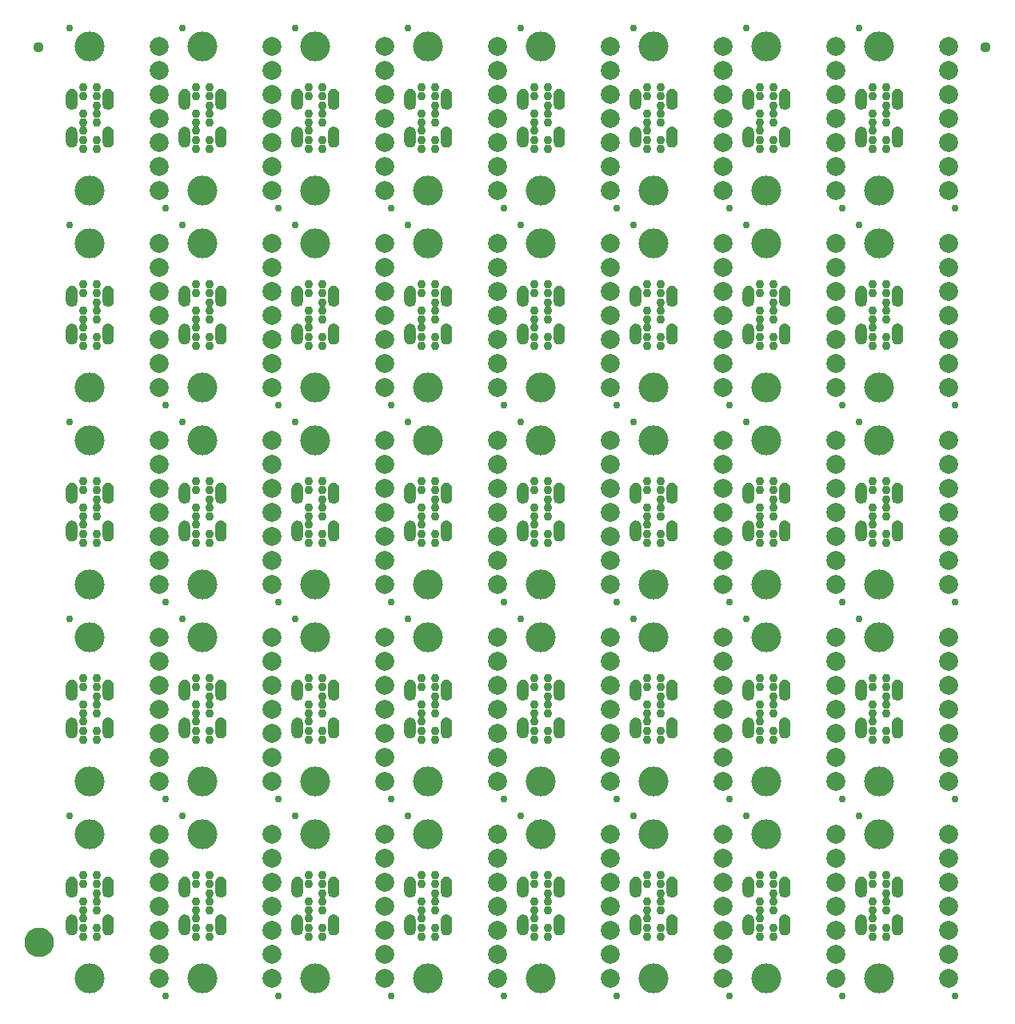
<source format=gts>
G04 EAGLE Gerber RS-274X export*
G75*
%MOMM*%
%FSLAX34Y34*%
%LPD*%
%INSoldermask Top*%
%IPPOS*%
%AMOC8*
5,1,8,0,0,1.08239X$1,22.5*%
G01*
%ADD10C,0.762000*%
%ADD11C,3.175000*%
%ADD12C,0.927000*%
%ADD13C,2.006600*%
%ADD14C,1.127000*%
%ADD15C,1.270000*%
%ADD16C,1.627000*%

G36*
X48415Y943786D02*
X48415Y943786D01*
X48421Y943791D01*
X48425Y943788D01*
X49550Y944130D01*
X49555Y944135D01*
X49559Y944133D01*
X50597Y944688D01*
X50600Y944694D01*
X50605Y944693D01*
X51514Y945439D01*
X51516Y945446D01*
X51521Y945446D01*
X52267Y946355D01*
X52267Y946363D01*
X52272Y946363D01*
X52827Y947401D01*
X52826Y947408D01*
X52830Y947410D01*
X52947Y947794D01*
X53141Y948435D01*
X53172Y948535D01*
X53169Y948542D01*
X53174Y948545D01*
X53289Y949715D01*
X53287Y949718D01*
X53289Y949720D01*
X53289Y959720D01*
X53287Y959723D01*
X53289Y959725D01*
X53174Y960895D01*
X53169Y960901D01*
X53172Y960905D01*
X52830Y962030D01*
X52825Y962035D01*
X52827Y962039D01*
X52272Y963077D01*
X52266Y963080D01*
X52267Y963085D01*
X51521Y963994D01*
X51514Y963996D01*
X51514Y964001D01*
X50605Y964747D01*
X50597Y964747D01*
X50597Y964752D01*
X49559Y965307D01*
X49552Y965306D01*
X49550Y965310D01*
X48425Y965652D01*
X48418Y965649D01*
X48415Y965654D01*
X47245Y965769D01*
X47239Y965765D01*
X47235Y965769D01*
X46065Y965654D01*
X46059Y965649D01*
X46055Y965652D01*
X44930Y965310D01*
X44925Y965305D01*
X44921Y965307D01*
X43883Y964752D01*
X43880Y964746D01*
X43875Y964747D01*
X42966Y964001D01*
X42964Y963994D01*
X42959Y963994D01*
X42213Y963085D01*
X42213Y963077D01*
X42208Y963077D01*
X41653Y962039D01*
X41654Y962032D01*
X41650Y962030D01*
X41507Y961562D01*
X41493Y961513D01*
X41313Y960922D01*
X41308Y960905D01*
X41311Y960898D01*
X41306Y960895D01*
X41191Y959725D01*
X41193Y959722D01*
X41191Y959720D01*
X41191Y949720D01*
X41193Y949717D01*
X41191Y949715D01*
X41306Y948545D01*
X41311Y948539D01*
X41308Y948535D01*
X41650Y947410D01*
X41655Y947405D01*
X41653Y947401D01*
X42208Y946363D01*
X42214Y946360D01*
X42213Y946355D01*
X42959Y945446D01*
X42966Y945444D01*
X42966Y945439D01*
X43875Y944693D01*
X43883Y944693D01*
X43883Y944688D01*
X44921Y944133D01*
X44928Y944134D01*
X44930Y944130D01*
X46055Y943788D01*
X46062Y943791D01*
X46065Y943786D01*
X47235Y943671D01*
X47241Y943675D01*
X47245Y943671D01*
X48415Y943786D01*
G37*
G36*
X884075Y943786D02*
X884075Y943786D01*
X884081Y943791D01*
X884085Y943788D01*
X885210Y944130D01*
X885215Y944135D01*
X885219Y944133D01*
X886257Y944688D01*
X886260Y944694D01*
X886265Y944693D01*
X887174Y945439D01*
X887176Y945446D01*
X887181Y945446D01*
X887927Y946355D01*
X887927Y946363D01*
X887932Y946363D01*
X888487Y947401D01*
X888486Y947408D01*
X888490Y947410D01*
X888607Y947794D01*
X888801Y948435D01*
X888832Y948535D01*
X888829Y948542D01*
X888834Y948545D01*
X888949Y949715D01*
X888947Y949718D01*
X888949Y949720D01*
X888949Y959720D01*
X888947Y959723D01*
X888949Y959725D01*
X888834Y960895D01*
X888829Y960901D01*
X888832Y960905D01*
X888490Y962030D01*
X888485Y962035D01*
X888487Y962039D01*
X887932Y963077D01*
X887926Y963080D01*
X887927Y963085D01*
X887181Y963994D01*
X887174Y963996D01*
X887174Y964001D01*
X886265Y964747D01*
X886257Y964747D01*
X886257Y964752D01*
X885219Y965307D01*
X885212Y965306D01*
X885210Y965310D01*
X884085Y965652D01*
X884078Y965649D01*
X884075Y965654D01*
X882905Y965769D01*
X882899Y965765D01*
X882895Y965769D01*
X881725Y965654D01*
X881719Y965649D01*
X881715Y965652D01*
X880590Y965310D01*
X880585Y965305D01*
X880581Y965307D01*
X879543Y964752D01*
X879540Y964746D01*
X879535Y964747D01*
X878626Y964001D01*
X878624Y963994D01*
X878619Y963994D01*
X877873Y963085D01*
X877873Y963077D01*
X877868Y963077D01*
X877313Y962039D01*
X877314Y962032D01*
X877310Y962030D01*
X877167Y961562D01*
X877153Y961513D01*
X876973Y960922D01*
X876968Y960905D01*
X876971Y960898D01*
X876966Y960895D01*
X876851Y959725D01*
X876853Y959722D01*
X876851Y959720D01*
X876851Y949720D01*
X876853Y949717D01*
X876851Y949715D01*
X876966Y948545D01*
X876971Y948539D01*
X876968Y948535D01*
X877310Y947410D01*
X877315Y947405D01*
X877313Y947401D01*
X877868Y946363D01*
X877874Y946360D01*
X877873Y946355D01*
X878619Y945446D01*
X878626Y945444D01*
X878626Y945439D01*
X879535Y944693D01*
X879543Y944693D01*
X879543Y944688D01*
X880581Y944133D01*
X880588Y944134D01*
X880590Y944130D01*
X881715Y943788D01*
X881722Y943791D01*
X881725Y943786D01*
X882895Y943671D01*
X882901Y943675D01*
X882905Y943671D01*
X884075Y943786D01*
G37*
G36*
X525935Y943786D02*
X525935Y943786D01*
X525941Y943791D01*
X525945Y943788D01*
X527070Y944130D01*
X527075Y944135D01*
X527079Y944133D01*
X528117Y944688D01*
X528120Y944694D01*
X528125Y944693D01*
X529034Y945439D01*
X529036Y945446D01*
X529041Y945446D01*
X529787Y946355D01*
X529787Y946363D01*
X529792Y946363D01*
X530347Y947401D01*
X530346Y947408D01*
X530350Y947410D01*
X530467Y947794D01*
X530661Y948435D01*
X530692Y948535D01*
X530689Y948542D01*
X530694Y948545D01*
X530809Y949715D01*
X530807Y949718D01*
X530809Y949720D01*
X530809Y959720D01*
X530807Y959723D01*
X530809Y959725D01*
X530694Y960895D01*
X530689Y960901D01*
X530692Y960905D01*
X530350Y962030D01*
X530345Y962035D01*
X530347Y962039D01*
X529792Y963077D01*
X529786Y963080D01*
X529787Y963085D01*
X529041Y963994D01*
X529034Y963996D01*
X529034Y964001D01*
X528125Y964747D01*
X528117Y964747D01*
X528117Y964752D01*
X527079Y965307D01*
X527072Y965306D01*
X527070Y965310D01*
X525945Y965652D01*
X525938Y965649D01*
X525935Y965654D01*
X524765Y965769D01*
X524759Y965765D01*
X524755Y965769D01*
X523585Y965654D01*
X523579Y965649D01*
X523575Y965652D01*
X522450Y965310D01*
X522445Y965305D01*
X522441Y965307D01*
X521403Y964752D01*
X521400Y964746D01*
X521395Y964747D01*
X520486Y964001D01*
X520484Y963994D01*
X520479Y963994D01*
X519733Y963085D01*
X519733Y963077D01*
X519728Y963077D01*
X519173Y962039D01*
X519174Y962032D01*
X519170Y962030D01*
X519027Y961562D01*
X519013Y961513D01*
X518833Y960922D01*
X518828Y960905D01*
X518831Y960898D01*
X518826Y960895D01*
X518711Y959725D01*
X518713Y959722D01*
X518711Y959720D01*
X518711Y949720D01*
X518713Y949717D01*
X518711Y949715D01*
X518826Y948545D01*
X518831Y948539D01*
X518828Y948535D01*
X519170Y947410D01*
X519175Y947405D01*
X519173Y947401D01*
X519728Y946363D01*
X519734Y946360D01*
X519733Y946355D01*
X520479Y945446D01*
X520486Y945444D01*
X520486Y945439D01*
X521395Y944693D01*
X521403Y944693D01*
X521403Y944688D01*
X522441Y944133D01*
X522448Y944134D01*
X522450Y944130D01*
X523575Y943788D01*
X523582Y943791D01*
X523585Y943786D01*
X524755Y943671D01*
X524761Y943675D01*
X524765Y943671D01*
X525935Y943786D01*
G37*
G36*
X406555Y943786D02*
X406555Y943786D01*
X406561Y943791D01*
X406565Y943788D01*
X407690Y944130D01*
X407695Y944135D01*
X407699Y944133D01*
X408737Y944688D01*
X408740Y944694D01*
X408745Y944693D01*
X409654Y945439D01*
X409656Y945446D01*
X409661Y945446D01*
X410407Y946355D01*
X410407Y946363D01*
X410412Y946363D01*
X410967Y947401D01*
X410966Y947408D01*
X410970Y947410D01*
X411087Y947794D01*
X411281Y948435D01*
X411312Y948535D01*
X411309Y948542D01*
X411314Y948545D01*
X411429Y949715D01*
X411427Y949718D01*
X411429Y949720D01*
X411429Y959720D01*
X411427Y959723D01*
X411429Y959725D01*
X411314Y960895D01*
X411309Y960901D01*
X411312Y960905D01*
X410970Y962030D01*
X410965Y962035D01*
X410967Y962039D01*
X410412Y963077D01*
X410406Y963080D01*
X410407Y963085D01*
X409661Y963994D01*
X409654Y963996D01*
X409654Y964001D01*
X408745Y964747D01*
X408737Y964747D01*
X408737Y964752D01*
X407699Y965307D01*
X407692Y965306D01*
X407690Y965310D01*
X406565Y965652D01*
X406558Y965649D01*
X406555Y965654D01*
X405385Y965769D01*
X405379Y965765D01*
X405375Y965769D01*
X404205Y965654D01*
X404199Y965649D01*
X404195Y965652D01*
X403070Y965310D01*
X403065Y965305D01*
X403061Y965307D01*
X402023Y964752D01*
X402020Y964746D01*
X402015Y964747D01*
X401106Y964001D01*
X401104Y963994D01*
X401099Y963994D01*
X400353Y963085D01*
X400353Y963077D01*
X400348Y963077D01*
X399793Y962039D01*
X399794Y962032D01*
X399790Y962030D01*
X399647Y961562D01*
X399633Y961513D01*
X399453Y960922D01*
X399448Y960905D01*
X399451Y960898D01*
X399446Y960895D01*
X399331Y959725D01*
X399333Y959722D01*
X399331Y959720D01*
X399331Y949720D01*
X399333Y949717D01*
X399331Y949715D01*
X399446Y948545D01*
X399451Y948539D01*
X399448Y948535D01*
X399790Y947410D01*
X399795Y947405D01*
X399793Y947401D01*
X400348Y946363D01*
X400354Y946360D01*
X400353Y946355D01*
X401099Y945446D01*
X401106Y945444D01*
X401106Y945439D01*
X402015Y944693D01*
X402023Y944693D01*
X402023Y944688D01*
X403061Y944133D01*
X403068Y944134D01*
X403070Y944130D01*
X404195Y943788D01*
X404202Y943791D01*
X404205Y943786D01*
X405375Y943671D01*
X405381Y943675D01*
X405385Y943671D01*
X406555Y943786D01*
G37*
G36*
X764695Y943786D02*
X764695Y943786D01*
X764701Y943791D01*
X764705Y943788D01*
X765830Y944130D01*
X765835Y944135D01*
X765839Y944133D01*
X766877Y944688D01*
X766880Y944694D01*
X766885Y944693D01*
X767794Y945439D01*
X767796Y945446D01*
X767801Y945446D01*
X768547Y946355D01*
X768547Y946363D01*
X768552Y946363D01*
X769107Y947401D01*
X769106Y947408D01*
X769110Y947410D01*
X769227Y947794D01*
X769421Y948435D01*
X769452Y948535D01*
X769449Y948542D01*
X769454Y948545D01*
X769569Y949715D01*
X769567Y949718D01*
X769569Y949720D01*
X769569Y959720D01*
X769567Y959723D01*
X769569Y959725D01*
X769454Y960895D01*
X769449Y960901D01*
X769452Y960905D01*
X769110Y962030D01*
X769105Y962035D01*
X769107Y962039D01*
X768552Y963077D01*
X768546Y963080D01*
X768547Y963085D01*
X767801Y963994D01*
X767794Y963996D01*
X767794Y964001D01*
X766885Y964747D01*
X766877Y964747D01*
X766877Y964752D01*
X765839Y965307D01*
X765832Y965306D01*
X765830Y965310D01*
X764705Y965652D01*
X764698Y965649D01*
X764695Y965654D01*
X763525Y965769D01*
X763519Y965765D01*
X763515Y965769D01*
X762345Y965654D01*
X762339Y965649D01*
X762335Y965652D01*
X761210Y965310D01*
X761205Y965305D01*
X761201Y965307D01*
X760163Y964752D01*
X760160Y964746D01*
X760155Y964747D01*
X759246Y964001D01*
X759244Y963994D01*
X759239Y963994D01*
X758493Y963085D01*
X758493Y963077D01*
X758488Y963077D01*
X757933Y962039D01*
X757934Y962032D01*
X757930Y962030D01*
X757787Y961562D01*
X757773Y961513D01*
X757593Y960922D01*
X757588Y960905D01*
X757591Y960898D01*
X757586Y960895D01*
X757471Y959725D01*
X757473Y959722D01*
X757471Y959720D01*
X757471Y949720D01*
X757473Y949717D01*
X757471Y949715D01*
X757586Y948545D01*
X757591Y948539D01*
X757588Y948535D01*
X757930Y947410D01*
X757935Y947405D01*
X757933Y947401D01*
X758488Y946363D01*
X758494Y946360D01*
X758493Y946355D01*
X759239Y945446D01*
X759246Y945444D01*
X759246Y945439D01*
X760155Y944693D01*
X760163Y944693D01*
X760163Y944688D01*
X761201Y944133D01*
X761208Y944134D01*
X761210Y944130D01*
X762335Y943788D01*
X762342Y943791D01*
X762345Y943786D01*
X763515Y943671D01*
X763521Y943675D01*
X763525Y943671D01*
X764695Y943786D01*
G37*
G36*
X606715Y943786D02*
X606715Y943786D01*
X606721Y943791D01*
X606725Y943788D01*
X607850Y944130D01*
X607855Y944135D01*
X607859Y944133D01*
X608897Y944688D01*
X608900Y944694D01*
X608905Y944693D01*
X609814Y945439D01*
X609816Y945446D01*
X609821Y945446D01*
X610567Y946355D01*
X610567Y946363D01*
X610572Y946363D01*
X611127Y947401D01*
X611126Y947408D01*
X611130Y947410D01*
X611247Y947794D01*
X611441Y948435D01*
X611472Y948535D01*
X611469Y948542D01*
X611474Y948545D01*
X611589Y949715D01*
X611587Y949718D01*
X611589Y949720D01*
X611589Y959720D01*
X611587Y959723D01*
X611589Y959725D01*
X611474Y960895D01*
X611469Y960901D01*
X611472Y960905D01*
X611130Y962030D01*
X611125Y962035D01*
X611127Y962039D01*
X610572Y963077D01*
X610566Y963080D01*
X610567Y963085D01*
X609821Y963994D01*
X609814Y963996D01*
X609814Y964001D01*
X608905Y964747D01*
X608897Y964747D01*
X608897Y964752D01*
X607859Y965307D01*
X607852Y965306D01*
X607850Y965310D01*
X606725Y965652D01*
X606718Y965649D01*
X606715Y965654D01*
X605545Y965769D01*
X605539Y965765D01*
X605535Y965769D01*
X604365Y965654D01*
X604359Y965649D01*
X604355Y965652D01*
X603230Y965310D01*
X603225Y965305D01*
X603221Y965307D01*
X602183Y964752D01*
X602180Y964746D01*
X602175Y964747D01*
X601266Y964001D01*
X601264Y963994D01*
X601259Y963994D01*
X600513Y963085D01*
X600513Y963077D01*
X600508Y963077D01*
X599953Y962039D01*
X599954Y962032D01*
X599950Y962030D01*
X599807Y961562D01*
X599793Y961513D01*
X599613Y960922D01*
X599608Y960905D01*
X599611Y960898D01*
X599606Y960895D01*
X599491Y959725D01*
X599493Y959722D01*
X599491Y959720D01*
X599491Y949720D01*
X599493Y949717D01*
X599491Y949715D01*
X599606Y948545D01*
X599611Y948539D01*
X599608Y948535D01*
X599950Y947410D01*
X599955Y947405D01*
X599953Y947401D01*
X600508Y946363D01*
X600514Y946360D01*
X600513Y946355D01*
X601259Y945446D01*
X601266Y945444D01*
X601266Y945439D01*
X602175Y944693D01*
X602183Y944693D01*
X602183Y944688D01*
X603221Y944133D01*
X603228Y944134D01*
X603230Y944130D01*
X604355Y943788D01*
X604362Y943791D01*
X604365Y943786D01*
X605535Y943671D01*
X605541Y943675D01*
X605545Y943671D01*
X606715Y943786D01*
G37*
G36*
X248575Y943786D02*
X248575Y943786D01*
X248581Y943791D01*
X248585Y943788D01*
X249710Y944130D01*
X249715Y944135D01*
X249719Y944133D01*
X250757Y944688D01*
X250760Y944694D01*
X250765Y944693D01*
X251674Y945439D01*
X251676Y945446D01*
X251681Y945446D01*
X252427Y946355D01*
X252427Y946363D01*
X252432Y946363D01*
X252987Y947401D01*
X252986Y947408D01*
X252990Y947410D01*
X253107Y947794D01*
X253301Y948435D01*
X253332Y948535D01*
X253329Y948542D01*
X253334Y948545D01*
X253449Y949715D01*
X253447Y949718D01*
X253449Y949720D01*
X253449Y959720D01*
X253447Y959723D01*
X253449Y959725D01*
X253334Y960895D01*
X253329Y960901D01*
X253332Y960905D01*
X252990Y962030D01*
X252985Y962035D01*
X252987Y962039D01*
X252432Y963077D01*
X252426Y963080D01*
X252427Y963085D01*
X251681Y963994D01*
X251674Y963996D01*
X251674Y964001D01*
X250765Y964747D01*
X250757Y964747D01*
X250757Y964752D01*
X249719Y965307D01*
X249712Y965306D01*
X249710Y965310D01*
X248585Y965652D01*
X248578Y965649D01*
X248575Y965654D01*
X247405Y965769D01*
X247399Y965765D01*
X247395Y965769D01*
X246225Y965654D01*
X246219Y965649D01*
X246215Y965652D01*
X245090Y965310D01*
X245085Y965305D01*
X245081Y965307D01*
X244043Y964752D01*
X244040Y964746D01*
X244035Y964747D01*
X243126Y964001D01*
X243124Y963994D01*
X243119Y963994D01*
X242373Y963085D01*
X242373Y963077D01*
X242368Y963077D01*
X241813Y962039D01*
X241814Y962032D01*
X241810Y962030D01*
X241667Y961562D01*
X241653Y961513D01*
X241473Y960922D01*
X241468Y960905D01*
X241471Y960898D01*
X241466Y960895D01*
X241351Y959725D01*
X241353Y959722D01*
X241351Y959720D01*
X241351Y949720D01*
X241353Y949717D01*
X241351Y949715D01*
X241466Y948545D01*
X241471Y948539D01*
X241468Y948535D01*
X241810Y947410D01*
X241815Y947405D01*
X241813Y947401D01*
X242368Y946363D01*
X242374Y946360D01*
X242373Y946355D01*
X243119Y945446D01*
X243126Y945444D01*
X243126Y945439D01*
X244035Y944693D01*
X244043Y944693D01*
X244043Y944688D01*
X245081Y944133D01*
X245088Y944134D01*
X245090Y944130D01*
X246215Y943788D01*
X246222Y943791D01*
X246225Y943786D01*
X247395Y943671D01*
X247401Y943675D01*
X247405Y943671D01*
X248575Y943786D01*
G37*
G36*
X129195Y943786D02*
X129195Y943786D01*
X129201Y943791D01*
X129205Y943788D01*
X130330Y944130D01*
X130335Y944135D01*
X130339Y944133D01*
X131377Y944688D01*
X131380Y944694D01*
X131385Y944693D01*
X132294Y945439D01*
X132296Y945446D01*
X132301Y945446D01*
X133047Y946355D01*
X133047Y946363D01*
X133052Y946363D01*
X133607Y947401D01*
X133606Y947408D01*
X133610Y947410D01*
X133727Y947794D01*
X133921Y948435D01*
X133952Y948535D01*
X133949Y948542D01*
X133954Y948545D01*
X134069Y949715D01*
X134067Y949718D01*
X134069Y949720D01*
X134069Y959720D01*
X134067Y959723D01*
X134069Y959725D01*
X133954Y960895D01*
X133949Y960901D01*
X133952Y960905D01*
X133610Y962030D01*
X133605Y962035D01*
X133607Y962039D01*
X133052Y963077D01*
X133046Y963080D01*
X133047Y963085D01*
X132301Y963994D01*
X132294Y963996D01*
X132294Y964001D01*
X131385Y964747D01*
X131377Y964747D01*
X131377Y964752D01*
X130339Y965307D01*
X130332Y965306D01*
X130330Y965310D01*
X129205Y965652D01*
X129198Y965649D01*
X129195Y965654D01*
X128025Y965769D01*
X128019Y965765D01*
X128015Y965769D01*
X126845Y965654D01*
X126839Y965649D01*
X126835Y965652D01*
X125710Y965310D01*
X125705Y965305D01*
X125701Y965307D01*
X124663Y964752D01*
X124660Y964746D01*
X124655Y964747D01*
X123746Y964001D01*
X123744Y963994D01*
X123739Y963994D01*
X122993Y963085D01*
X122993Y963077D01*
X122988Y963077D01*
X122433Y962039D01*
X122434Y962032D01*
X122430Y962030D01*
X122287Y961562D01*
X122273Y961513D01*
X122093Y960922D01*
X122088Y960905D01*
X122091Y960898D01*
X122086Y960895D01*
X121971Y959725D01*
X121973Y959722D01*
X121971Y959720D01*
X121971Y949720D01*
X121973Y949717D01*
X121971Y949715D01*
X122086Y948545D01*
X122091Y948539D01*
X122088Y948535D01*
X122430Y947410D01*
X122435Y947405D01*
X122433Y947401D01*
X122988Y946363D01*
X122994Y946360D01*
X122993Y946355D01*
X123739Y945446D01*
X123746Y945444D01*
X123746Y945439D01*
X124655Y944693D01*
X124663Y944693D01*
X124663Y944688D01*
X125701Y944133D01*
X125708Y944134D01*
X125710Y944130D01*
X126835Y943788D01*
X126842Y943791D01*
X126845Y943786D01*
X128015Y943671D01*
X128021Y943675D01*
X128025Y943671D01*
X129195Y943786D01*
G37*
G36*
X845475Y943786D02*
X845475Y943786D01*
X845481Y943791D01*
X845485Y943788D01*
X846610Y944130D01*
X846615Y944135D01*
X846619Y944133D01*
X847657Y944688D01*
X847660Y944694D01*
X847665Y944693D01*
X848574Y945439D01*
X848576Y945446D01*
X848581Y945446D01*
X849327Y946355D01*
X849327Y946363D01*
X849332Y946363D01*
X849887Y947401D01*
X849886Y947408D01*
X849890Y947410D01*
X850007Y947794D01*
X850201Y948435D01*
X850232Y948535D01*
X850229Y948542D01*
X850234Y948545D01*
X850349Y949715D01*
X850347Y949718D01*
X850349Y949720D01*
X850349Y959720D01*
X850347Y959723D01*
X850349Y959725D01*
X850234Y960895D01*
X850229Y960901D01*
X850232Y960905D01*
X849890Y962030D01*
X849885Y962035D01*
X849887Y962039D01*
X849332Y963077D01*
X849326Y963080D01*
X849327Y963085D01*
X848581Y963994D01*
X848574Y963996D01*
X848574Y964001D01*
X847665Y964747D01*
X847657Y964747D01*
X847657Y964752D01*
X846619Y965307D01*
X846612Y965306D01*
X846610Y965310D01*
X845485Y965652D01*
X845478Y965649D01*
X845475Y965654D01*
X844305Y965769D01*
X844299Y965765D01*
X844295Y965769D01*
X843125Y965654D01*
X843119Y965649D01*
X843115Y965652D01*
X841990Y965310D01*
X841985Y965305D01*
X841981Y965307D01*
X840943Y964752D01*
X840940Y964746D01*
X840935Y964747D01*
X840026Y964001D01*
X840024Y963994D01*
X840019Y963994D01*
X839273Y963085D01*
X839273Y963077D01*
X839268Y963077D01*
X838713Y962039D01*
X838714Y962032D01*
X838710Y962030D01*
X838567Y961562D01*
X838553Y961513D01*
X838373Y960922D01*
X838368Y960905D01*
X838371Y960898D01*
X838366Y960895D01*
X838251Y959725D01*
X838253Y959722D01*
X838251Y959720D01*
X838251Y949720D01*
X838253Y949717D01*
X838251Y949715D01*
X838366Y948545D01*
X838371Y948539D01*
X838368Y948535D01*
X838710Y947410D01*
X838715Y947405D01*
X838713Y947401D01*
X839268Y946363D01*
X839274Y946360D01*
X839273Y946355D01*
X840019Y945446D01*
X840026Y945444D01*
X840026Y945439D01*
X840935Y944693D01*
X840943Y944693D01*
X840943Y944688D01*
X841981Y944133D01*
X841988Y944134D01*
X841990Y944130D01*
X843115Y943788D01*
X843122Y943791D01*
X843125Y943786D01*
X844295Y943671D01*
X844301Y943675D01*
X844305Y943671D01*
X845475Y943786D01*
G37*
G36*
X726095Y943786D02*
X726095Y943786D01*
X726101Y943791D01*
X726105Y943788D01*
X727230Y944130D01*
X727235Y944135D01*
X727239Y944133D01*
X728277Y944688D01*
X728280Y944694D01*
X728285Y944693D01*
X729194Y945439D01*
X729196Y945446D01*
X729201Y945446D01*
X729947Y946355D01*
X729947Y946363D01*
X729952Y946363D01*
X730507Y947401D01*
X730506Y947408D01*
X730510Y947410D01*
X730627Y947794D01*
X730821Y948435D01*
X730852Y948535D01*
X730849Y948542D01*
X730854Y948545D01*
X730969Y949715D01*
X730967Y949718D01*
X730969Y949720D01*
X730969Y959720D01*
X730967Y959723D01*
X730969Y959725D01*
X730854Y960895D01*
X730849Y960901D01*
X730852Y960905D01*
X730510Y962030D01*
X730505Y962035D01*
X730507Y962039D01*
X729952Y963077D01*
X729946Y963080D01*
X729947Y963085D01*
X729201Y963994D01*
X729194Y963996D01*
X729194Y964001D01*
X728285Y964747D01*
X728277Y964747D01*
X728277Y964752D01*
X727239Y965307D01*
X727232Y965306D01*
X727230Y965310D01*
X726105Y965652D01*
X726098Y965649D01*
X726095Y965654D01*
X724925Y965769D01*
X724919Y965765D01*
X724915Y965769D01*
X723745Y965654D01*
X723739Y965649D01*
X723735Y965652D01*
X722610Y965310D01*
X722605Y965305D01*
X722601Y965307D01*
X721563Y964752D01*
X721560Y964746D01*
X721555Y964747D01*
X720646Y964001D01*
X720644Y963994D01*
X720639Y963994D01*
X719893Y963085D01*
X719893Y963077D01*
X719888Y963077D01*
X719333Y962039D01*
X719334Y962032D01*
X719330Y962030D01*
X719187Y961562D01*
X719173Y961513D01*
X718993Y960922D01*
X718988Y960905D01*
X718991Y960898D01*
X718986Y960895D01*
X718871Y959725D01*
X718873Y959722D01*
X718871Y959720D01*
X718871Y949720D01*
X718873Y949717D01*
X718871Y949715D01*
X718986Y948545D01*
X718991Y948539D01*
X718988Y948535D01*
X719330Y947410D01*
X719335Y947405D01*
X719333Y947401D01*
X719888Y946363D01*
X719894Y946360D01*
X719893Y946355D01*
X720639Y945446D01*
X720646Y945444D01*
X720646Y945439D01*
X721555Y944693D01*
X721563Y944693D01*
X721563Y944688D01*
X722601Y944133D01*
X722608Y944134D01*
X722610Y944130D01*
X723735Y943788D01*
X723742Y943791D01*
X723745Y943786D01*
X724915Y943671D01*
X724921Y943675D01*
X724925Y943671D01*
X726095Y943786D01*
G37*
G36*
X367955Y943786D02*
X367955Y943786D01*
X367961Y943791D01*
X367965Y943788D01*
X369090Y944130D01*
X369095Y944135D01*
X369099Y944133D01*
X370137Y944688D01*
X370140Y944694D01*
X370145Y944693D01*
X371054Y945439D01*
X371056Y945446D01*
X371061Y945446D01*
X371807Y946355D01*
X371807Y946363D01*
X371812Y946363D01*
X372367Y947401D01*
X372366Y947408D01*
X372370Y947410D01*
X372487Y947794D01*
X372681Y948435D01*
X372712Y948535D01*
X372709Y948542D01*
X372714Y948545D01*
X372829Y949715D01*
X372827Y949718D01*
X372829Y949720D01*
X372829Y959720D01*
X372827Y959723D01*
X372829Y959725D01*
X372714Y960895D01*
X372709Y960901D01*
X372712Y960905D01*
X372370Y962030D01*
X372365Y962035D01*
X372367Y962039D01*
X371812Y963077D01*
X371806Y963080D01*
X371807Y963085D01*
X371061Y963994D01*
X371054Y963996D01*
X371054Y964001D01*
X370145Y964747D01*
X370137Y964747D01*
X370137Y964752D01*
X369099Y965307D01*
X369092Y965306D01*
X369090Y965310D01*
X367965Y965652D01*
X367958Y965649D01*
X367955Y965654D01*
X366785Y965769D01*
X366779Y965765D01*
X366775Y965769D01*
X365605Y965654D01*
X365599Y965649D01*
X365595Y965652D01*
X364470Y965310D01*
X364465Y965305D01*
X364461Y965307D01*
X363423Y964752D01*
X363420Y964746D01*
X363415Y964747D01*
X362506Y964001D01*
X362504Y963994D01*
X362499Y963994D01*
X361753Y963085D01*
X361753Y963077D01*
X361748Y963077D01*
X361193Y962039D01*
X361194Y962032D01*
X361190Y962030D01*
X361047Y961562D01*
X361033Y961513D01*
X360853Y960922D01*
X360848Y960905D01*
X360851Y960898D01*
X360846Y960895D01*
X360731Y959725D01*
X360733Y959722D01*
X360731Y959720D01*
X360731Y949720D01*
X360733Y949717D01*
X360731Y949715D01*
X360846Y948545D01*
X360851Y948539D01*
X360848Y948535D01*
X361190Y947410D01*
X361195Y947405D01*
X361193Y947401D01*
X361748Y946363D01*
X361754Y946360D01*
X361753Y946355D01*
X362499Y945446D01*
X362506Y945444D01*
X362506Y945439D01*
X363415Y944693D01*
X363423Y944693D01*
X363423Y944688D01*
X364461Y944133D01*
X364468Y944134D01*
X364470Y944130D01*
X365595Y943788D01*
X365602Y943791D01*
X365605Y943786D01*
X366775Y943671D01*
X366781Y943675D01*
X366785Y943671D01*
X367955Y943786D01*
G37*
G36*
X287175Y943786D02*
X287175Y943786D01*
X287181Y943791D01*
X287185Y943788D01*
X288310Y944130D01*
X288315Y944135D01*
X288319Y944133D01*
X289357Y944688D01*
X289360Y944694D01*
X289365Y944693D01*
X290274Y945439D01*
X290276Y945446D01*
X290281Y945446D01*
X291027Y946355D01*
X291027Y946363D01*
X291032Y946363D01*
X291587Y947401D01*
X291586Y947408D01*
X291590Y947410D01*
X291707Y947794D01*
X291901Y948435D01*
X291932Y948535D01*
X291929Y948542D01*
X291934Y948545D01*
X292049Y949715D01*
X292047Y949718D01*
X292049Y949720D01*
X292049Y959720D01*
X292047Y959723D01*
X292049Y959725D01*
X291934Y960895D01*
X291929Y960901D01*
X291932Y960905D01*
X291590Y962030D01*
X291585Y962035D01*
X291587Y962039D01*
X291032Y963077D01*
X291026Y963080D01*
X291027Y963085D01*
X290281Y963994D01*
X290274Y963996D01*
X290274Y964001D01*
X289365Y964747D01*
X289357Y964747D01*
X289357Y964752D01*
X288319Y965307D01*
X288312Y965306D01*
X288310Y965310D01*
X287185Y965652D01*
X287178Y965649D01*
X287175Y965654D01*
X286005Y965769D01*
X285999Y965765D01*
X285995Y965769D01*
X284825Y965654D01*
X284819Y965649D01*
X284815Y965652D01*
X283690Y965310D01*
X283685Y965305D01*
X283681Y965307D01*
X282643Y964752D01*
X282640Y964746D01*
X282635Y964747D01*
X281726Y964001D01*
X281724Y963994D01*
X281719Y963994D01*
X280973Y963085D01*
X280973Y963077D01*
X280968Y963077D01*
X280413Y962039D01*
X280414Y962032D01*
X280410Y962030D01*
X280267Y961562D01*
X280253Y961513D01*
X280073Y960922D01*
X280068Y960905D01*
X280071Y960898D01*
X280066Y960895D01*
X279951Y959725D01*
X279953Y959722D01*
X279951Y959720D01*
X279951Y949720D01*
X279953Y949717D01*
X279951Y949715D01*
X280066Y948545D01*
X280071Y948539D01*
X280068Y948535D01*
X280410Y947410D01*
X280415Y947405D01*
X280413Y947401D01*
X280968Y946363D01*
X280974Y946360D01*
X280973Y946355D01*
X281719Y945446D01*
X281726Y945444D01*
X281726Y945439D01*
X282635Y944693D01*
X282643Y944693D01*
X282643Y944688D01*
X283681Y944133D01*
X283688Y944134D01*
X283690Y944130D01*
X284815Y943788D01*
X284822Y943791D01*
X284825Y943786D01*
X285995Y943671D01*
X286001Y943675D01*
X286005Y943671D01*
X287175Y943786D01*
G37*
G36*
X645315Y943786D02*
X645315Y943786D01*
X645321Y943791D01*
X645325Y943788D01*
X646450Y944130D01*
X646455Y944135D01*
X646459Y944133D01*
X647497Y944688D01*
X647500Y944694D01*
X647505Y944693D01*
X648414Y945439D01*
X648416Y945446D01*
X648421Y945446D01*
X649167Y946355D01*
X649167Y946363D01*
X649172Y946363D01*
X649727Y947401D01*
X649726Y947408D01*
X649730Y947410D01*
X649847Y947794D01*
X650041Y948435D01*
X650072Y948535D01*
X650069Y948542D01*
X650074Y948545D01*
X650189Y949715D01*
X650187Y949718D01*
X650189Y949720D01*
X650189Y959720D01*
X650187Y959723D01*
X650189Y959725D01*
X650074Y960895D01*
X650069Y960901D01*
X650072Y960905D01*
X649730Y962030D01*
X649725Y962035D01*
X649727Y962039D01*
X649172Y963077D01*
X649166Y963080D01*
X649167Y963085D01*
X648421Y963994D01*
X648414Y963996D01*
X648414Y964001D01*
X647505Y964747D01*
X647497Y964747D01*
X647497Y964752D01*
X646459Y965307D01*
X646452Y965306D01*
X646450Y965310D01*
X645325Y965652D01*
X645318Y965649D01*
X645315Y965654D01*
X644145Y965769D01*
X644139Y965765D01*
X644135Y965769D01*
X642965Y965654D01*
X642959Y965649D01*
X642955Y965652D01*
X641830Y965310D01*
X641825Y965305D01*
X641821Y965307D01*
X640783Y964752D01*
X640780Y964746D01*
X640775Y964747D01*
X639866Y964001D01*
X639864Y963994D01*
X639859Y963994D01*
X639113Y963085D01*
X639113Y963077D01*
X639108Y963077D01*
X638553Y962039D01*
X638554Y962032D01*
X638550Y962030D01*
X638407Y961562D01*
X638393Y961513D01*
X638213Y960922D01*
X638208Y960905D01*
X638211Y960898D01*
X638206Y960895D01*
X638091Y959725D01*
X638093Y959722D01*
X638091Y959720D01*
X638091Y949720D01*
X638093Y949717D01*
X638091Y949715D01*
X638206Y948545D01*
X638211Y948539D01*
X638208Y948535D01*
X638550Y947410D01*
X638555Y947405D01*
X638553Y947401D01*
X639108Y946363D01*
X639114Y946360D01*
X639113Y946355D01*
X639859Y945446D01*
X639866Y945444D01*
X639866Y945439D01*
X640775Y944693D01*
X640783Y944693D01*
X640783Y944688D01*
X641821Y944133D01*
X641828Y944134D01*
X641830Y944130D01*
X642955Y943788D01*
X642962Y943791D01*
X642965Y943786D01*
X644135Y943671D01*
X644141Y943675D01*
X644145Y943671D01*
X645315Y943786D01*
G37*
G36*
X487335Y943786D02*
X487335Y943786D01*
X487341Y943791D01*
X487345Y943788D01*
X488470Y944130D01*
X488475Y944135D01*
X488479Y944133D01*
X489517Y944688D01*
X489520Y944694D01*
X489525Y944693D01*
X490434Y945439D01*
X490436Y945446D01*
X490441Y945446D01*
X491187Y946355D01*
X491187Y946363D01*
X491192Y946363D01*
X491747Y947401D01*
X491746Y947408D01*
X491750Y947410D01*
X491867Y947794D01*
X492061Y948435D01*
X492092Y948535D01*
X492089Y948542D01*
X492094Y948545D01*
X492209Y949715D01*
X492207Y949718D01*
X492209Y949720D01*
X492209Y959720D01*
X492207Y959723D01*
X492209Y959725D01*
X492094Y960895D01*
X492089Y960901D01*
X492092Y960905D01*
X491750Y962030D01*
X491745Y962035D01*
X491747Y962039D01*
X491192Y963077D01*
X491186Y963080D01*
X491187Y963085D01*
X490441Y963994D01*
X490434Y963996D01*
X490434Y964001D01*
X489525Y964747D01*
X489517Y964747D01*
X489517Y964752D01*
X488479Y965307D01*
X488472Y965306D01*
X488470Y965310D01*
X487345Y965652D01*
X487338Y965649D01*
X487335Y965654D01*
X486165Y965769D01*
X486159Y965765D01*
X486155Y965769D01*
X484985Y965654D01*
X484979Y965649D01*
X484975Y965652D01*
X483850Y965310D01*
X483845Y965305D01*
X483841Y965307D01*
X482803Y964752D01*
X482800Y964746D01*
X482795Y964747D01*
X481886Y964001D01*
X481884Y963994D01*
X481879Y963994D01*
X481133Y963085D01*
X481133Y963077D01*
X481128Y963077D01*
X480573Y962039D01*
X480574Y962032D01*
X480570Y962030D01*
X480427Y961562D01*
X480413Y961513D01*
X480233Y960922D01*
X480228Y960905D01*
X480231Y960898D01*
X480226Y960895D01*
X480111Y959725D01*
X480113Y959722D01*
X480111Y959720D01*
X480111Y949720D01*
X480113Y949717D01*
X480111Y949715D01*
X480226Y948545D01*
X480231Y948539D01*
X480228Y948535D01*
X480570Y947410D01*
X480575Y947405D01*
X480573Y947401D01*
X481128Y946363D01*
X481134Y946360D01*
X481133Y946355D01*
X481879Y945446D01*
X481886Y945444D01*
X481886Y945439D01*
X482795Y944693D01*
X482803Y944693D01*
X482803Y944688D01*
X483841Y944133D01*
X483848Y944134D01*
X483850Y944130D01*
X484975Y943788D01*
X484982Y943791D01*
X484985Y943786D01*
X486155Y943671D01*
X486161Y943675D01*
X486165Y943671D01*
X487335Y943786D01*
G37*
G36*
X9815Y943786D02*
X9815Y943786D01*
X9821Y943791D01*
X9825Y943788D01*
X10950Y944130D01*
X10955Y944135D01*
X10959Y944133D01*
X11997Y944688D01*
X12000Y944694D01*
X12005Y944693D01*
X12914Y945439D01*
X12916Y945446D01*
X12921Y945446D01*
X13667Y946355D01*
X13667Y946363D01*
X13672Y946363D01*
X14227Y947401D01*
X14226Y947408D01*
X14230Y947410D01*
X14347Y947794D01*
X14541Y948435D01*
X14572Y948535D01*
X14569Y948542D01*
X14574Y948545D01*
X14689Y949715D01*
X14687Y949718D01*
X14689Y949720D01*
X14689Y959720D01*
X14687Y959723D01*
X14689Y959725D01*
X14574Y960895D01*
X14569Y960901D01*
X14572Y960905D01*
X14230Y962030D01*
X14225Y962035D01*
X14227Y962039D01*
X13672Y963077D01*
X13666Y963080D01*
X13667Y963085D01*
X12921Y963994D01*
X12914Y963996D01*
X12914Y964001D01*
X12005Y964747D01*
X11997Y964747D01*
X11997Y964752D01*
X10959Y965307D01*
X10952Y965306D01*
X10950Y965310D01*
X9825Y965652D01*
X9818Y965649D01*
X9815Y965654D01*
X8645Y965769D01*
X8639Y965765D01*
X8635Y965769D01*
X7465Y965654D01*
X7459Y965649D01*
X7455Y965652D01*
X6330Y965310D01*
X6325Y965305D01*
X6321Y965307D01*
X5283Y964752D01*
X5280Y964746D01*
X5275Y964747D01*
X4366Y964001D01*
X4364Y963994D01*
X4359Y963994D01*
X3613Y963085D01*
X3613Y963077D01*
X3608Y963077D01*
X3053Y962039D01*
X3054Y962032D01*
X3050Y962030D01*
X2907Y961562D01*
X2893Y961513D01*
X2713Y960922D01*
X2708Y960905D01*
X2711Y960898D01*
X2706Y960895D01*
X2591Y959725D01*
X2593Y959722D01*
X2591Y959720D01*
X2591Y949720D01*
X2593Y949717D01*
X2591Y949715D01*
X2706Y948545D01*
X2711Y948539D01*
X2708Y948535D01*
X3050Y947410D01*
X3055Y947405D01*
X3053Y947401D01*
X3608Y946363D01*
X3614Y946360D01*
X3613Y946355D01*
X4359Y945446D01*
X4366Y945444D01*
X4366Y945439D01*
X5275Y944693D01*
X5283Y944693D01*
X5283Y944688D01*
X6321Y944133D01*
X6328Y944134D01*
X6330Y944130D01*
X7455Y943788D01*
X7462Y943791D01*
X7465Y943786D01*
X8635Y943671D01*
X8641Y943675D01*
X8645Y943671D01*
X9815Y943786D01*
G37*
G36*
X167795Y943786D02*
X167795Y943786D01*
X167801Y943791D01*
X167805Y943788D01*
X168930Y944130D01*
X168935Y944135D01*
X168939Y944133D01*
X169977Y944688D01*
X169980Y944694D01*
X169985Y944693D01*
X170894Y945439D01*
X170896Y945446D01*
X170901Y945446D01*
X171647Y946355D01*
X171647Y946363D01*
X171652Y946363D01*
X172207Y947401D01*
X172206Y947408D01*
X172210Y947410D01*
X172327Y947794D01*
X172521Y948435D01*
X172552Y948535D01*
X172549Y948542D01*
X172554Y948545D01*
X172669Y949715D01*
X172667Y949718D01*
X172669Y949720D01*
X172669Y959720D01*
X172667Y959723D01*
X172669Y959725D01*
X172554Y960895D01*
X172549Y960901D01*
X172552Y960905D01*
X172210Y962030D01*
X172205Y962035D01*
X172207Y962039D01*
X171652Y963077D01*
X171646Y963080D01*
X171647Y963085D01*
X170901Y963994D01*
X170894Y963996D01*
X170894Y964001D01*
X169985Y964747D01*
X169977Y964747D01*
X169977Y964752D01*
X168939Y965307D01*
X168932Y965306D01*
X168930Y965310D01*
X167805Y965652D01*
X167798Y965649D01*
X167795Y965654D01*
X166625Y965769D01*
X166619Y965765D01*
X166615Y965769D01*
X165445Y965654D01*
X165439Y965649D01*
X165435Y965652D01*
X164310Y965310D01*
X164305Y965305D01*
X164301Y965307D01*
X163263Y964752D01*
X163260Y964746D01*
X163255Y964747D01*
X162346Y964001D01*
X162344Y963994D01*
X162339Y963994D01*
X161593Y963085D01*
X161593Y963077D01*
X161588Y963077D01*
X161033Y962039D01*
X161034Y962032D01*
X161030Y962030D01*
X160887Y961562D01*
X160873Y961513D01*
X160693Y960922D01*
X160688Y960905D01*
X160691Y960898D01*
X160686Y960895D01*
X160571Y959725D01*
X160573Y959722D01*
X160571Y959720D01*
X160571Y949720D01*
X160573Y949717D01*
X160571Y949715D01*
X160686Y948545D01*
X160691Y948539D01*
X160688Y948535D01*
X161030Y947410D01*
X161035Y947405D01*
X161033Y947401D01*
X161588Y946363D01*
X161594Y946360D01*
X161593Y946355D01*
X162339Y945446D01*
X162346Y945444D01*
X162346Y945439D01*
X163255Y944693D01*
X163263Y944693D01*
X163263Y944688D01*
X164301Y944133D01*
X164308Y944134D01*
X164310Y944130D01*
X165435Y943788D01*
X165442Y943791D01*
X165445Y943786D01*
X166615Y943671D01*
X166621Y943675D01*
X166625Y943671D01*
X167795Y943786D01*
G37*
G36*
X764695Y903786D02*
X764695Y903786D01*
X764701Y903791D01*
X764705Y903788D01*
X765830Y904130D01*
X765835Y904135D01*
X765839Y904133D01*
X766877Y904688D01*
X766880Y904694D01*
X766885Y904693D01*
X767794Y905439D01*
X767796Y905446D01*
X767801Y905446D01*
X768547Y906355D01*
X768547Y906363D01*
X768552Y906363D01*
X769107Y907401D01*
X769106Y907408D01*
X769110Y907410D01*
X769227Y907794D01*
X769421Y908435D01*
X769452Y908535D01*
X769449Y908542D01*
X769454Y908545D01*
X769569Y909715D01*
X769567Y909718D01*
X769569Y909720D01*
X769569Y919720D01*
X769567Y919723D01*
X769569Y919725D01*
X769454Y920895D01*
X769449Y920901D01*
X769452Y920905D01*
X769110Y922030D01*
X769105Y922035D01*
X769107Y922039D01*
X768552Y923077D01*
X768546Y923080D01*
X768547Y923085D01*
X767801Y923994D01*
X767794Y923996D01*
X767794Y924001D01*
X766885Y924747D01*
X766877Y924747D01*
X766877Y924752D01*
X765839Y925307D01*
X765832Y925306D01*
X765830Y925310D01*
X764705Y925652D01*
X764698Y925649D01*
X764695Y925654D01*
X763525Y925769D01*
X763519Y925765D01*
X763515Y925769D01*
X762345Y925654D01*
X762339Y925649D01*
X762335Y925652D01*
X761210Y925310D01*
X761205Y925305D01*
X761201Y925307D01*
X760163Y924752D01*
X760160Y924746D01*
X760155Y924747D01*
X759246Y924001D01*
X759244Y923994D01*
X759239Y923994D01*
X758493Y923085D01*
X758493Y923077D01*
X758488Y923077D01*
X757933Y922039D01*
X757934Y922032D01*
X757930Y922030D01*
X757787Y921562D01*
X757773Y921513D01*
X757593Y920922D01*
X757588Y920905D01*
X757591Y920898D01*
X757586Y920895D01*
X757471Y919725D01*
X757473Y919722D01*
X757471Y919720D01*
X757471Y909720D01*
X757473Y909717D01*
X757471Y909715D01*
X757586Y908545D01*
X757591Y908539D01*
X757588Y908535D01*
X757930Y907410D01*
X757935Y907405D01*
X757933Y907401D01*
X758488Y906363D01*
X758494Y906360D01*
X758493Y906355D01*
X759239Y905446D01*
X759246Y905444D01*
X759246Y905439D01*
X760155Y904693D01*
X760163Y904693D01*
X760163Y904688D01*
X761201Y904133D01*
X761208Y904134D01*
X761210Y904130D01*
X762335Y903788D01*
X762342Y903791D01*
X762345Y903786D01*
X763515Y903671D01*
X763521Y903675D01*
X763525Y903671D01*
X764695Y903786D01*
G37*
G36*
X487335Y903786D02*
X487335Y903786D01*
X487341Y903791D01*
X487345Y903788D01*
X488470Y904130D01*
X488475Y904135D01*
X488479Y904133D01*
X489517Y904688D01*
X489520Y904694D01*
X489525Y904693D01*
X490434Y905439D01*
X490436Y905446D01*
X490441Y905446D01*
X491187Y906355D01*
X491187Y906363D01*
X491192Y906363D01*
X491747Y907401D01*
X491746Y907408D01*
X491750Y907410D01*
X491867Y907794D01*
X492061Y908435D01*
X492092Y908535D01*
X492089Y908542D01*
X492094Y908545D01*
X492209Y909715D01*
X492207Y909718D01*
X492209Y909720D01*
X492209Y919720D01*
X492207Y919723D01*
X492209Y919725D01*
X492094Y920895D01*
X492089Y920901D01*
X492092Y920905D01*
X491750Y922030D01*
X491745Y922035D01*
X491747Y922039D01*
X491192Y923077D01*
X491186Y923080D01*
X491187Y923085D01*
X490441Y923994D01*
X490434Y923996D01*
X490434Y924001D01*
X489525Y924747D01*
X489517Y924747D01*
X489517Y924752D01*
X488479Y925307D01*
X488472Y925306D01*
X488470Y925310D01*
X487345Y925652D01*
X487338Y925649D01*
X487335Y925654D01*
X486165Y925769D01*
X486159Y925765D01*
X486155Y925769D01*
X484985Y925654D01*
X484979Y925649D01*
X484975Y925652D01*
X483850Y925310D01*
X483845Y925305D01*
X483841Y925307D01*
X482803Y924752D01*
X482800Y924746D01*
X482795Y924747D01*
X481886Y924001D01*
X481884Y923994D01*
X481879Y923994D01*
X481133Y923085D01*
X481133Y923077D01*
X481128Y923077D01*
X480573Y922039D01*
X480574Y922032D01*
X480570Y922030D01*
X480427Y921562D01*
X480413Y921513D01*
X480233Y920922D01*
X480228Y920905D01*
X480231Y920898D01*
X480226Y920895D01*
X480111Y919725D01*
X480113Y919722D01*
X480111Y919720D01*
X480111Y909720D01*
X480113Y909717D01*
X480111Y909715D01*
X480226Y908545D01*
X480231Y908539D01*
X480228Y908535D01*
X480570Y907410D01*
X480575Y907405D01*
X480573Y907401D01*
X481128Y906363D01*
X481134Y906360D01*
X481133Y906355D01*
X481879Y905446D01*
X481886Y905444D01*
X481886Y905439D01*
X482795Y904693D01*
X482803Y904693D01*
X482803Y904688D01*
X483841Y904133D01*
X483848Y904134D01*
X483850Y904130D01*
X484975Y903788D01*
X484982Y903791D01*
X484985Y903786D01*
X486155Y903671D01*
X486161Y903675D01*
X486165Y903671D01*
X487335Y903786D01*
G37*
G36*
X129195Y903786D02*
X129195Y903786D01*
X129201Y903791D01*
X129205Y903788D01*
X130330Y904130D01*
X130335Y904135D01*
X130339Y904133D01*
X131377Y904688D01*
X131380Y904694D01*
X131385Y904693D01*
X132294Y905439D01*
X132296Y905446D01*
X132301Y905446D01*
X133047Y906355D01*
X133047Y906363D01*
X133052Y906363D01*
X133607Y907401D01*
X133606Y907408D01*
X133610Y907410D01*
X133727Y907794D01*
X133921Y908435D01*
X133952Y908535D01*
X133949Y908542D01*
X133954Y908545D01*
X134069Y909715D01*
X134067Y909718D01*
X134069Y909720D01*
X134069Y919720D01*
X134067Y919723D01*
X134069Y919725D01*
X133954Y920895D01*
X133949Y920901D01*
X133952Y920905D01*
X133610Y922030D01*
X133605Y922035D01*
X133607Y922039D01*
X133052Y923077D01*
X133046Y923080D01*
X133047Y923085D01*
X132301Y923994D01*
X132294Y923996D01*
X132294Y924001D01*
X131385Y924747D01*
X131377Y924747D01*
X131377Y924752D01*
X130339Y925307D01*
X130332Y925306D01*
X130330Y925310D01*
X129205Y925652D01*
X129198Y925649D01*
X129195Y925654D01*
X128025Y925769D01*
X128019Y925765D01*
X128015Y925769D01*
X126845Y925654D01*
X126839Y925649D01*
X126835Y925652D01*
X125710Y925310D01*
X125705Y925305D01*
X125701Y925307D01*
X124663Y924752D01*
X124660Y924746D01*
X124655Y924747D01*
X123746Y924001D01*
X123744Y923994D01*
X123739Y923994D01*
X122993Y923085D01*
X122993Y923077D01*
X122988Y923077D01*
X122433Y922039D01*
X122434Y922032D01*
X122430Y922030D01*
X122287Y921562D01*
X122273Y921513D01*
X122093Y920922D01*
X122088Y920905D01*
X122091Y920898D01*
X122086Y920895D01*
X121971Y919725D01*
X121973Y919722D01*
X121971Y919720D01*
X121971Y909720D01*
X121973Y909717D01*
X121971Y909715D01*
X122086Y908545D01*
X122091Y908539D01*
X122088Y908535D01*
X122430Y907410D01*
X122435Y907405D01*
X122433Y907401D01*
X122988Y906363D01*
X122994Y906360D01*
X122993Y906355D01*
X123739Y905446D01*
X123746Y905444D01*
X123746Y905439D01*
X124655Y904693D01*
X124663Y904693D01*
X124663Y904688D01*
X125701Y904133D01*
X125708Y904134D01*
X125710Y904130D01*
X126835Y903788D01*
X126842Y903791D01*
X126845Y903786D01*
X128015Y903671D01*
X128021Y903675D01*
X128025Y903671D01*
X129195Y903786D01*
G37*
G36*
X845475Y903786D02*
X845475Y903786D01*
X845481Y903791D01*
X845485Y903788D01*
X846610Y904130D01*
X846615Y904135D01*
X846619Y904133D01*
X847657Y904688D01*
X847660Y904694D01*
X847665Y904693D01*
X848574Y905439D01*
X848576Y905446D01*
X848581Y905446D01*
X849327Y906355D01*
X849327Y906363D01*
X849332Y906363D01*
X849887Y907401D01*
X849886Y907408D01*
X849890Y907410D01*
X850007Y907794D01*
X850201Y908435D01*
X850232Y908535D01*
X850229Y908542D01*
X850234Y908545D01*
X850349Y909715D01*
X850347Y909718D01*
X850349Y909720D01*
X850349Y919720D01*
X850347Y919723D01*
X850349Y919725D01*
X850234Y920895D01*
X850229Y920901D01*
X850232Y920905D01*
X849890Y922030D01*
X849885Y922035D01*
X849887Y922039D01*
X849332Y923077D01*
X849326Y923080D01*
X849327Y923085D01*
X848581Y923994D01*
X848574Y923996D01*
X848574Y924001D01*
X847665Y924747D01*
X847657Y924747D01*
X847657Y924752D01*
X846619Y925307D01*
X846612Y925306D01*
X846610Y925310D01*
X845485Y925652D01*
X845478Y925649D01*
X845475Y925654D01*
X844305Y925769D01*
X844299Y925765D01*
X844295Y925769D01*
X843125Y925654D01*
X843119Y925649D01*
X843115Y925652D01*
X841990Y925310D01*
X841985Y925305D01*
X841981Y925307D01*
X840943Y924752D01*
X840940Y924746D01*
X840935Y924747D01*
X840026Y924001D01*
X840024Y923994D01*
X840019Y923994D01*
X839273Y923085D01*
X839273Y923077D01*
X839268Y923077D01*
X838713Y922039D01*
X838714Y922032D01*
X838710Y922030D01*
X838567Y921562D01*
X838553Y921513D01*
X838373Y920922D01*
X838368Y920905D01*
X838371Y920898D01*
X838366Y920895D01*
X838251Y919725D01*
X838253Y919722D01*
X838251Y919720D01*
X838251Y909720D01*
X838253Y909717D01*
X838251Y909715D01*
X838366Y908545D01*
X838371Y908539D01*
X838368Y908535D01*
X838710Y907410D01*
X838715Y907405D01*
X838713Y907401D01*
X839268Y906363D01*
X839274Y906360D01*
X839273Y906355D01*
X840019Y905446D01*
X840026Y905444D01*
X840026Y905439D01*
X840935Y904693D01*
X840943Y904693D01*
X840943Y904688D01*
X841981Y904133D01*
X841988Y904134D01*
X841990Y904130D01*
X843115Y903788D01*
X843122Y903791D01*
X843125Y903786D01*
X844295Y903671D01*
X844301Y903675D01*
X844305Y903671D01*
X845475Y903786D01*
G37*
G36*
X48415Y903786D02*
X48415Y903786D01*
X48421Y903791D01*
X48425Y903788D01*
X49550Y904130D01*
X49555Y904135D01*
X49559Y904133D01*
X50597Y904688D01*
X50600Y904694D01*
X50605Y904693D01*
X51514Y905439D01*
X51516Y905446D01*
X51521Y905446D01*
X52267Y906355D01*
X52267Y906363D01*
X52272Y906363D01*
X52827Y907401D01*
X52826Y907408D01*
X52830Y907410D01*
X52947Y907794D01*
X53141Y908435D01*
X53172Y908535D01*
X53169Y908542D01*
X53174Y908545D01*
X53289Y909715D01*
X53287Y909718D01*
X53289Y909720D01*
X53289Y919720D01*
X53287Y919723D01*
X53289Y919725D01*
X53174Y920895D01*
X53169Y920901D01*
X53172Y920905D01*
X52830Y922030D01*
X52825Y922035D01*
X52827Y922039D01*
X52272Y923077D01*
X52266Y923080D01*
X52267Y923085D01*
X51521Y923994D01*
X51514Y923996D01*
X51514Y924001D01*
X50605Y924747D01*
X50597Y924747D01*
X50597Y924752D01*
X49559Y925307D01*
X49552Y925306D01*
X49550Y925310D01*
X48425Y925652D01*
X48418Y925649D01*
X48415Y925654D01*
X47245Y925769D01*
X47239Y925765D01*
X47235Y925769D01*
X46065Y925654D01*
X46059Y925649D01*
X46055Y925652D01*
X44930Y925310D01*
X44925Y925305D01*
X44921Y925307D01*
X43883Y924752D01*
X43880Y924746D01*
X43875Y924747D01*
X42966Y924001D01*
X42964Y923994D01*
X42959Y923994D01*
X42213Y923085D01*
X42213Y923077D01*
X42208Y923077D01*
X41653Y922039D01*
X41654Y922032D01*
X41650Y922030D01*
X41507Y921562D01*
X41493Y921513D01*
X41313Y920922D01*
X41308Y920905D01*
X41311Y920898D01*
X41306Y920895D01*
X41191Y919725D01*
X41193Y919722D01*
X41191Y919720D01*
X41191Y909720D01*
X41193Y909717D01*
X41191Y909715D01*
X41306Y908545D01*
X41311Y908539D01*
X41308Y908535D01*
X41650Y907410D01*
X41655Y907405D01*
X41653Y907401D01*
X42208Y906363D01*
X42214Y906360D01*
X42213Y906355D01*
X42959Y905446D01*
X42966Y905444D01*
X42966Y905439D01*
X43875Y904693D01*
X43883Y904693D01*
X43883Y904688D01*
X44921Y904133D01*
X44928Y904134D01*
X44930Y904130D01*
X46055Y903788D01*
X46062Y903791D01*
X46065Y903786D01*
X47235Y903671D01*
X47241Y903675D01*
X47245Y903671D01*
X48415Y903786D01*
G37*
G36*
X606715Y903786D02*
X606715Y903786D01*
X606721Y903791D01*
X606725Y903788D01*
X607850Y904130D01*
X607855Y904135D01*
X607859Y904133D01*
X608897Y904688D01*
X608900Y904694D01*
X608905Y904693D01*
X609814Y905439D01*
X609816Y905446D01*
X609821Y905446D01*
X610567Y906355D01*
X610567Y906363D01*
X610572Y906363D01*
X611127Y907401D01*
X611126Y907408D01*
X611130Y907410D01*
X611247Y907794D01*
X611441Y908435D01*
X611472Y908535D01*
X611469Y908542D01*
X611474Y908545D01*
X611589Y909715D01*
X611587Y909718D01*
X611589Y909720D01*
X611589Y919720D01*
X611587Y919723D01*
X611589Y919725D01*
X611474Y920895D01*
X611469Y920901D01*
X611472Y920905D01*
X611130Y922030D01*
X611125Y922035D01*
X611127Y922039D01*
X610572Y923077D01*
X610566Y923080D01*
X610567Y923085D01*
X609821Y923994D01*
X609814Y923996D01*
X609814Y924001D01*
X608905Y924747D01*
X608897Y924747D01*
X608897Y924752D01*
X607859Y925307D01*
X607852Y925306D01*
X607850Y925310D01*
X606725Y925652D01*
X606718Y925649D01*
X606715Y925654D01*
X605545Y925769D01*
X605539Y925765D01*
X605535Y925769D01*
X604365Y925654D01*
X604359Y925649D01*
X604355Y925652D01*
X603230Y925310D01*
X603225Y925305D01*
X603221Y925307D01*
X602183Y924752D01*
X602180Y924746D01*
X602175Y924747D01*
X601266Y924001D01*
X601264Y923994D01*
X601259Y923994D01*
X600513Y923085D01*
X600513Y923077D01*
X600508Y923077D01*
X599953Y922039D01*
X599954Y922032D01*
X599950Y922030D01*
X599807Y921562D01*
X599793Y921513D01*
X599613Y920922D01*
X599608Y920905D01*
X599611Y920898D01*
X599606Y920895D01*
X599491Y919725D01*
X599493Y919722D01*
X599491Y919720D01*
X599491Y909720D01*
X599493Y909717D01*
X599491Y909715D01*
X599606Y908545D01*
X599611Y908539D01*
X599608Y908535D01*
X599950Y907410D01*
X599955Y907405D01*
X599953Y907401D01*
X600508Y906363D01*
X600514Y906360D01*
X600513Y906355D01*
X601259Y905446D01*
X601266Y905444D01*
X601266Y905439D01*
X602175Y904693D01*
X602183Y904693D01*
X602183Y904688D01*
X603221Y904133D01*
X603228Y904134D01*
X603230Y904130D01*
X604355Y903788D01*
X604362Y903791D01*
X604365Y903786D01*
X605535Y903671D01*
X605541Y903675D01*
X605545Y903671D01*
X606715Y903786D01*
G37*
G36*
X167795Y903786D02*
X167795Y903786D01*
X167801Y903791D01*
X167805Y903788D01*
X168930Y904130D01*
X168935Y904135D01*
X168939Y904133D01*
X169977Y904688D01*
X169980Y904694D01*
X169985Y904693D01*
X170894Y905439D01*
X170896Y905446D01*
X170901Y905446D01*
X171647Y906355D01*
X171647Y906363D01*
X171652Y906363D01*
X172207Y907401D01*
X172206Y907408D01*
X172210Y907410D01*
X172327Y907794D01*
X172521Y908435D01*
X172552Y908535D01*
X172549Y908542D01*
X172554Y908545D01*
X172669Y909715D01*
X172667Y909718D01*
X172669Y909720D01*
X172669Y919720D01*
X172667Y919723D01*
X172669Y919725D01*
X172554Y920895D01*
X172549Y920901D01*
X172552Y920905D01*
X172210Y922030D01*
X172205Y922035D01*
X172207Y922039D01*
X171652Y923077D01*
X171646Y923080D01*
X171647Y923085D01*
X170901Y923994D01*
X170894Y923996D01*
X170894Y924001D01*
X169985Y924747D01*
X169977Y924747D01*
X169977Y924752D01*
X168939Y925307D01*
X168932Y925306D01*
X168930Y925310D01*
X167805Y925652D01*
X167798Y925649D01*
X167795Y925654D01*
X166625Y925769D01*
X166619Y925765D01*
X166615Y925769D01*
X165445Y925654D01*
X165439Y925649D01*
X165435Y925652D01*
X164310Y925310D01*
X164305Y925305D01*
X164301Y925307D01*
X163263Y924752D01*
X163260Y924746D01*
X163255Y924747D01*
X162346Y924001D01*
X162344Y923994D01*
X162339Y923994D01*
X161593Y923085D01*
X161593Y923077D01*
X161588Y923077D01*
X161033Y922039D01*
X161034Y922032D01*
X161030Y922030D01*
X160887Y921562D01*
X160873Y921513D01*
X160693Y920922D01*
X160688Y920905D01*
X160691Y920898D01*
X160686Y920895D01*
X160571Y919725D01*
X160573Y919722D01*
X160571Y919720D01*
X160571Y909720D01*
X160573Y909717D01*
X160571Y909715D01*
X160686Y908545D01*
X160691Y908539D01*
X160688Y908535D01*
X161030Y907410D01*
X161035Y907405D01*
X161033Y907401D01*
X161588Y906363D01*
X161594Y906360D01*
X161593Y906355D01*
X162339Y905446D01*
X162346Y905444D01*
X162346Y905439D01*
X163255Y904693D01*
X163263Y904693D01*
X163263Y904688D01*
X164301Y904133D01*
X164308Y904134D01*
X164310Y904130D01*
X165435Y903788D01*
X165442Y903791D01*
X165445Y903786D01*
X166615Y903671D01*
X166621Y903675D01*
X166625Y903671D01*
X167795Y903786D01*
G37*
G36*
X525935Y903786D02*
X525935Y903786D01*
X525941Y903791D01*
X525945Y903788D01*
X527070Y904130D01*
X527075Y904135D01*
X527079Y904133D01*
X528117Y904688D01*
X528120Y904694D01*
X528125Y904693D01*
X529034Y905439D01*
X529036Y905446D01*
X529041Y905446D01*
X529787Y906355D01*
X529787Y906363D01*
X529792Y906363D01*
X530347Y907401D01*
X530346Y907408D01*
X530350Y907410D01*
X530467Y907794D01*
X530661Y908435D01*
X530692Y908535D01*
X530689Y908542D01*
X530694Y908545D01*
X530809Y909715D01*
X530807Y909718D01*
X530809Y909720D01*
X530809Y919720D01*
X530807Y919723D01*
X530809Y919725D01*
X530694Y920895D01*
X530689Y920901D01*
X530692Y920905D01*
X530350Y922030D01*
X530345Y922035D01*
X530347Y922039D01*
X529792Y923077D01*
X529786Y923080D01*
X529787Y923085D01*
X529041Y923994D01*
X529034Y923996D01*
X529034Y924001D01*
X528125Y924747D01*
X528117Y924747D01*
X528117Y924752D01*
X527079Y925307D01*
X527072Y925306D01*
X527070Y925310D01*
X525945Y925652D01*
X525938Y925649D01*
X525935Y925654D01*
X524765Y925769D01*
X524759Y925765D01*
X524755Y925769D01*
X523585Y925654D01*
X523579Y925649D01*
X523575Y925652D01*
X522450Y925310D01*
X522445Y925305D01*
X522441Y925307D01*
X521403Y924752D01*
X521400Y924746D01*
X521395Y924747D01*
X520486Y924001D01*
X520484Y923994D01*
X520479Y923994D01*
X519733Y923085D01*
X519733Y923077D01*
X519728Y923077D01*
X519173Y922039D01*
X519174Y922032D01*
X519170Y922030D01*
X519027Y921562D01*
X519013Y921513D01*
X518833Y920922D01*
X518828Y920905D01*
X518831Y920898D01*
X518826Y920895D01*
X518711Y919725D01*
X518713Y919722D01*
X518711Y919720D01*
X518711Y909720D01*
X518713Y909717D01*
X518711Y909715D01*
X518826Y908545D01*
X518831Y908539D01*
X518828Y908535D01*
X519170Y907410D01*
X519175Y907405D01*
X519173Y907401D01*
X519728Y906363D01*
X519734Y906360D01*
X519733Y906355D01*
X520479Y905446D01*
X520486Y905444D01*
X520486Y905439D01*
X521395Y904693D01*
X521403Y904693D01*
X521403Y904688D01*
X522441Y904133D01*
X522448Y904134D01*
X522450Y904130D01*
X523575Y903788D01*
X523582Y903791D01*
X523585Y903786D01*
X524755Y903671D01*
X524761Y903675D01*
X524765Y903671D01*
X525935Y903786D01*
G37*
G36*
X287175Y903786D02*
X287175Y903786D01*
X287181Y903791D01*
X287185Y903788D01*
X288310Y904130D01*
X288315Y904135D01*
X288319Y904133D01*
X289357Y904688D01*
X289360Y904694D01*
X289365Y904693D01*
X290274Y905439D01*
X290276Y905446D01*
X290281Y905446D01*
X291027Y906355D01*
X291027Y906363D01*
X291032Y906363D01*
X291587Y907401D01*
X291586Y907408D01*
X291590Y907410D01*
X291707Y907794D01*
X291901Y908435D01*
X291932Y908535D01*
X291929Y908542D01*
X291934Y908545D01*
X292049Y909715D01*
X292047Y909718D01*
X292049Y909720D01*
X292049Y919720D01*
X292047Y919723D01*
X292049Y919725D01*
X291934Y920895D01*
X291929Y920901D01*
X291932Y920905D01*
X291590Y922030D01*
X291585Y922035D01*
X291587Y922039D01*
X291032Y923077D01*
X291026Y923080D01*
X291027Y923085D01*
X290281Y923994D01*
X290274Y923996D01*
X290274Y924001D01*
X289365Y924747D01*
X289357Y924747D01*
X289357Y924752D01*
X288319Y925307D01*
X288312Y925306D01*
X288310Y925310D01*
X287185Y925652D01*
X287178Y925649D01*
X287175Y925654D01*
X286005Y925769D01*
X285999Y925765D01*
X285995Y925769D01*
X284825Y925654D01*
X284819Y925649D01*
X284815Y925652D01*
X283690Y925310D01*
X283685Y925305D01*
X283681Y925307D01*
X282643Y924752D01*
X282640Y924746D01*
X282635Y924747D01*
X281726Y924001D01*
X281724Y923994D01*
X281719Y923994D01*
X280973Y923085D01*
X280973Y923077D01*
X280968Y923077D01*
X280413Y922039D01*
X280414Y922032D01*
X280410Y922030D01*
X280267Y921562D01*
X280253Y921513D01*
X280073Y920922D01*
X280068Y920905D01*
X280071Y920898D01*
X280066Y920895D01*
X279951Y919725D01*
X279953Y919722D01*
X279951Y919720D01*
X279951Y909720D01*
X279953Y909717D01*
X279951Y909715D01*
X280066Y908545D01*
X280071Y908539D01*
X280068Y908535D01*
X280410Y907410D01*
X280415Y907405D01*
X280413Y907401D01*
X280968Y906363D01*
X280974Y906360D01*
X280973Y906355D01*
X281719Y905446D01*
X281726Y905444D01*
X281726Y905439D01*
X282635Y904693D01*
X282643Y904693D01*
X282643Y904688D01*
X283681Y904133D01*
X283688Y904134D01*
X283690Y904130D01*
X284815Y903788D01*
X284822Y903791D01*
X284825Y903786D01*
X285995Y903671D01*
X286001Y903675D01*
X286005Y903671D01*
X287175Y903786D01*
G37*
G36*
X645315Y903786D02*
X645315Y903786D01*
X645321Y903791D01*
X645325Y903788D01*
X646450Y904130D01*
X646455Y904135D01*
X646459Y904133D01*
X647497Y904688D01*
X647500Y904694D01*
X647505Y904693D01*
X648414Y905439D01*
X648416Y905446D01*
X648421Y905446D01*
X649167Y906355D01*
X649167Y906363D01*
X649172Y906363D01*
X649727Y907401D01*
X649726Y907408D01*
X649730Y907410D01*
X649847Y907794D01*
X650041Y908435D01*
X650072Y908535D01*
X650069Y908542D01*
X650074Y908545D01*
X650189Y909715D01*
X650187Y909718D01*
X650189Y909720D01*
X650189Y919720D01*
X650187Y919723D01*
X650189Y919725D01*
X650074Y920895D01*
X650069Y920901D01*
X650072Y920905D01*
X649730Y922030D01*
X649725Y922035D01*
X649727Y922039D01*
X649172Y923077D01*
X649166Y923080D01*
X649167Y923085D01*
X648421Y923994D01*
X648414Y923996D01*
X648414Y924001D01*
X647505Y924747D01*
X647497Y924747D01*
X647497Y924752D01*
X646459Y925307D01*
X646452Y925306D01*
X646450Y925310D01*
X645325Y925652D01*
X645318Y925649D01*
X645315Y925654D01*
X644145Y925769D01*
X644139Y925765D01*
X644135Y925769D01*
X642965Y925654D01*
X642959Y925649D01*
X642955Y925652D01*
X641830Y925310D01*
X641825Y925305D01*
X641821Y925307D01*
X640783Y924752D01*
X640780Y924746D01*
X640775Y924747D01*
X639866Y924001D01*
X639864Y923994D01*
X639859Y923994D01*
X639113Y923085D01*
X639113Y923077D01*
X639108Y923077D01*
X638553Y922039D01*
X638554Y922032D01*
X638550Y922030D01*
X638407Y921562D01*
X638393Y921513D01*
X638213Y920922D01*
X638208Y920905D01*
X638211Y920898D01*
X638206Y920895D01*
X638091Y919725D01*
X638093Y919722D01*
X638091Y919720D01*
X638091Y909720D01*
X638093Y909717D01*
X638091Y909715D01*
X638206Y908545D01*
X638211Y908539D01*
X638208Y908535D01*
X638550Y907410D01*
X638555Y907405D01*
X638553Y907401D01*
X639108Y906363D01*
X639114Y906360D01*
X639113Y906355D01*
X639859Y905446D01*
X639866Y905444D01*
X639866Y905439D01*
X640775Y904693D01*
X640783Y904693D01*
X640783Y904688D01*
X641821Y904133D01*
X641828Y904134D01*
X641830Y904130D01*
X642955Y903788D01*
X642962Y903791D01*
X642965Y903786D01*
X644135Y903671D01*
X644141Y903675D01*
X644145Y903671D01*
X645315Y903786D01*
G37*
G36*
X367955Y903786D02*
X367955Y903786D01*
X367961Y903791D01*
X367965Y903788D01*
X369090Y904130D01*
X369095Y904135D01*
X369099Y904133D01*
X370137Y904688D01*
X370140Y904694D01*
X370145Y904693D01*
X371054Y905439D01*
X371056Y905446D01*
X371061Y905446D01*
X371807Y906355D01*
X371807Y906363D01*
X371812Y906363D01*
X372367Y907401D01*
X372366Y907408D01*
X372370Y907410D01*
X372487Y907794D01*
X372681Y908435D01*
X372712Y908535D01*
X372709Y908542D01*
X372714Y908545D01*
X372829Y909715D01*
X372827Y909718D01*
X372829Y909720D01*
X372829Y919720D01*
X372827Y919723D01*
X372829Y919725D01*
X372714Y920895D01*
X372709Y920901D01*
X372712Y920905D01*
X372370Y922030D01*
X372365Y922035D01*
X372367Y922039D01*
X371812Y923077D01*
X371806Y923080D01*
X371807Y923085D01*
X371061Y923994D01*
X371054Y923996D01*
X371054Y924001D01*
X370145Y924747D01*
X370137Y924747D01*
X370137Y924752D01*
X369099Y925307D01*
X369092Y925306D01*
X369090Y925310D01*
X367965Y925652D01*
X367958Y925649D01*
X367955Y925654D01*
X366785Y925769D01*
X366779Y925765D01*
X366775Y925769D01*
X365605Y925654D01*
X365599Y925649D01*
X365595Y925652D01*
X364470Y925310D01*
X364465Y925305D01*
X364461Y925307D01*
X363423Y924752D01*
X363420Y924746D01*
X363415Y924747D01*
X362506Y924001D01*
X362504Y923994D01*
X362499Y923994D01*
X361753Y923085D01*
X361753Y923077D01*
X361748Y923077D01*
X361193Y922039D01*
X361194Y922032D01*
X361190Y922030D01*
X361047Y921562D01*
X361033Y921513D01*
X360853Y920922D01*
X360848Y920905D01*
X360851Y920898D01*
X360846Y920895D01*
X360731Y919725D01*
X360733Y919722D01*
X360731Y919720D01*
X360731Y909720D01*
X360733Y909717D01*
X360731Y909715D01*
X360846Y908545D01*
X360851Y908539D01*
X360848Y908535D01*
X361190Y907410D01*
X361195Y907405D01*
X361193Y907401D01*
X361748Y906363D01*
X361754Y906360D01*
X361753Y906355D01*
X362499Y905446D01*
X362506Y905444D01*
X362506Y905439D01*
X363415Y904693D01*
X363423Y904693D01*
X363423Y904688D01*
X364461Y904133D01*
X364468Y904134D01*
X364470Y904130D01*
X365595Y903788D01*
X365602Y903791D01*
X365605Y903786D01*
X366775Y903671D01*
X366781Y903675D01*
X366785Y903671D01*
X367955Y903786D01*
G37*
G36*
X726095Y903786D02*
X726095Y903786D01*
X726101Y903791D01*
X726105Y903788D01*
X727230Y904130D01*
X727235Y904135D01*
X727239Y904133D01*
X728277Y904688D01*
X728280Y904694D01*
X728285Y904693D01*
X729194Y905439D01*
X729196Y905446D01*
X729201Y905446D01*
X729947Y906355D01*
X729947Y906363D01*
X729952Y906363D01*
X730507Y907401D01*
X730506Y907408D01*
X730510Y907410D01*
X730627Y907794D01*
X730821Y908435D01*
X730852Y908535D01*
X730849Y908542D01*
X730854Y908545D01*
X730969Y909715D01*
X730967Y909718D01*
X730969Y909720D01*
X730969Y919720D01*
X730967Y919723D01*
X730969Y919725D01*
X730854Y920895D01*
X730849Y920901D01*
X730852Y920905D01*
X730510Y922030D01*
X730505Y922035D01*
X730507Y922039D01*
X729952Y923077D01*
X729946Y923080D01*
X729947Y923085D01*
X729201Y923994D01*
X729194Y923996D01*
X729194Y924001D01*
X728285Y924747D01*
X728277Y924747D01*
X728277Y924752D01*
X727239Y925307D01*
X727232Y925306D01*
X727230Y925310D01*
X726105Y925652D01*
X726098Y925649D01*
X726095Y925654D01*
X724925Y925769D01*
X724919Y925765D01*
X724915Y925769D01*
X723745Y925654D01*
X723739Y925649D01*
X723735Y925652D01*
X722610Y925310D01*
X722605Y925305D01*
X722601Y925307D01*
X721563Y924752D01*
X721560Y924746D01*
X721555Y924747D01*
X720646Y924001D01*
X720644Y923994D01*
X720639Y923994D01*
X719893Y923085D01*
X719893Y923077D01*
X719888Y923077D01*
X719333Y922039D01*
X719334Y922032D01*
X719330Y922030D01*
X719187Y921562D01*
X719173Y921513D01*
X718993Y920922D01*
X718988Y920905D01*
X718991Y920898D01*
X718986Y920895D01*
X718871Y919725D01*
X718873Y919722D01*
X718871Y919720D01*
X718871Y909720D01*
X718873Y909717D01*
X718871Y909715D01*
X718986Y908545D01*
X718991Y908539D01*
X718988Y908535D01*
X719330Y907410D01*
X719335Y907405D01*
X719333Y907401D01*
X719888Y906363D01*
X719894Y906360D01*
X719893Y906355D01*
X720639Y905446D01*
X720646Y905444D01*
X720646Y905439D01*
X721555Y904693D01*
X721563Y904693D01*
X721563Y904688D01*
X722601Y904133D01*
X722608Y904134D01*
X722610Y904130D01*
X723735Y903788D01*
X723742Y903791D01*
X723745Y903786D01*
X724915Y903671D01*
X724921Y903675D01*
X724925Y903671D01*
X726095Y903786D01*
G37*
G36*
X406555Y903786D02*
X406555Y903786D01*
X406561Y903791D01*
X406565Y903788D01*
X407690Y904130D01*
X407695Y904135D01*
X407699Y904133D01*
X408737Y904688D01*
X408740Y904694D01*
X408745Y904693D01*
X409654Y905439D01*
X409656Y905446D01*
X409661Y905446D01*
X410407Y906355D01*
X410407Y906363D01*
X410412Y906363D01*
X410967Y907401D01*
X410966Y907408D01*
X410970Y907410D01*
X411087Y907794D01*
X411281Y908435D01*
X411312Y908535D01*
X411309Y908542D01*
X411314Y908545D01*
X411429Y909715D01*
X411427Y909718D01*
X411429Y909720D01*
X411429Y919720D01*
X411427Y919723D01*
X411429Y919725D01*
X411314Y920895D01*
X411309Y920901D01*
X411312Y920905D01*
X410970Y922030D01*
X410965Y922035D01*
X410967Y922039D01*
X410412Y923077D01*
X410406Y923080D01*
X410407Y923085D01*
X409661Y923994D01*
X409654Y923996D01*
X409654Y924001D01*
X408745Y924747D01*
X408737Y924747D01*
X408737Y924752D01*
X407699Y925307D01*
X407692Y925306D01*
X407690Y925310D01*
X406565Y925652D01*
X406558Y925649D01*
X406555Y925654D01*
X405385Y925769D01*
X405379Y925765D01*
X405375Y925769D01*
X404205Y925654D01*
X404199Y925649D01*
X404195Y925652D01*
X403070Y925310D01*
X403065Y925305D01*
X403061Y925307D01*
X402023Y924752D01*
X402020Y924746D01*
X402015Y924747D01*
X401106Y924001D01*
X401104Y923994D01*
X401099Y923994D01*
X400353Y923085D01*
X400353Y923077D01*
X400348Y923077D01*
X399793Y922039D01*
X399794Y922032D01*
X399790Y922030D01*
X399647Y921562D01*
X399633Y921513D01*
X399453Y920922D01*
X399448Y920905D01*
X399451Y920898D01*
X399446Y920895D01*
X399331Y919725D01*
X399333Y919722D01*
X399331Y919720D01*
X399331Y909720D01*
X399333Y909717D01*
X399331Y909715D01*
X399446Y908545D01*
X399451Y908539D01*
X399448Y908535D01*
X399790Y907410D01*
X399795Y907405D01*
X399793Y907401D01*
X400348Y906363D01*
X400354Y906360D01*
X400353Y906355D01*
X401099Y905446D01*
X401106Y905444D01*
X401106Y905439D01*
X402015Y904693D01*
X402023Y904693D01*
X402023Y904688D01*
X403061Y904133D01*
X403068Y904134D01*
X403070Y904130D01*
X404195Y903788D01*
X404202Y903791D01*
X404205Y903786D01*
X405375Y903671D01*
X405381Y903675D01*
X405385Y903671D01*
X406555Y903786D01*
G37*
G36*
X9815Y903786D02*
X9815Y903786D01*
X9821Y903791D01*
X9825Y903788D01*
X10950Y904130D01*
X10955Y904135D01*
X10959Y904133D01*
X11997Y904688D01*
X12000Y904694D01*
X12005Y904693D01*
X12914Y905439D01*
X12916Y905446D01*
X12921Y905446D01*
X13667Y906355D01*
X13667Y906363D01*
X13672Y906363D01*
X14227Y907401D01*
X14226Y907408D01*
X14230Y907410D01*
X14347Y907794D01*
X14541Y908435D01*
X14572Y908535D01*
X14569Y908542D01*
X14574Y908545D01*
X14689Y909715D01*
X14687Y909718D01*
X14689Y909720D01*
X14689Y919720D01*
X14687Y919723D01*
X14689Y919725D01*
X14574Y920895D01*
X14569Y920901D01*
X14572Y920905D01*
X14230Y922030D01*
X14225Y922035D01*
X14227Y922039D01*
X13672Y923077D01*
X13666Y923080D01*
X13667Y923085D01*
X12921Y923994D01*
X12914Y923996D01*
X12914Y924001D01*
X12005Y924747D01*
X11997Y924747D01*
X11997Y924752D01*
X10959Y925307D01*
X10952Y925306D01*
X10950Y925310D01*
X9825Y925652D01*
X9818Y925649D01*
X9815Y925654D01*
X8645Y925769D01*
X8639Y925765D01*
X8635Y925769D01*
X7465Y925654D01*
X7459Y925649D01*
X7455Y925652D01*
X6330Y925310D01*
X6325Y925305D01*
X6321Y925307D01*
X5283Y924752D01*
X5280Y924746D01*
X5275Y924747D01*
X4366Y924001D01*
X4364Y923994D01*
X4359Y923994D01*
X3613Y923085D01*
X3613Y923077D01*
X3608Y923077D01*
X3053Y922039D01*
X3054Y922032D01*
X3050Y922030D01*
X2907Y921562D01*
X2893Y921513D01*
X2713Y920922D01*
X2708Y920905D01*
X2711Y920898D01*
X2706Y920895D01*
X2591Y919725D01*
X2593Y919722D01*
X2591Y919720D01*
X2591Y909720D01*
X2593Y909717D01*
X2591Y909715D01*
X2706Y908545D01*
X2711Y908539D01*
X2708Y908535D01*
X3050Y907410D01*
X3055Y907405D01*
X3053Y907401D01*
X3608Y906363D01*
X3614Y906360D01*
X3613Y906355D01*
X4359Y905446D01*
X4366Y905444D01*
X4366Y905439D01*
X5275Y904693D01*
X5283Y904693D01*
X5283Y904688D01*
X6321Y904133D01*
X6328Y904134D01*
X6330Y904130D01*
X7455Y903788D01*
X7462Y903791D01*
X7465Y903786D01*
X8635Y903671D01*
X8641Y903675D01*
X8645Y903671D01*
X9815Y903786D01*
G37*
G36*
X884075Y903786D02*
X884075Y903786D01*
X884081Y903791D01*
X884085Y903788D01*
X885210Y904130D01*
X885215Y904135D01*
X885219Y904133D01*
X886257Y904688D01*
X886260Y904694D01*
X886265Y904693D01*
X887174Y905439D01*
X887176Y905446D01*
X887181Y905446D01*
X887927Y906355D01*
X887927Y906363D01*
X887932Y906363D01*
X888487Y907401D01*
X888486Y907408D01*
X888490Y907410D01*
X888607Y907794D01*
X888801Y908435D01*
X888832Y908535D01*
X888829Y908542D01*
X888834Y908545D01*
X888949Y909715D01*
X888947Y909718D01*
X888949Y909720D01*
X888949Y919720D01*
X888947Y919723D01*
X888949Y919725D01*
X888834Y920895D01*
X888829Y920901D01*
X888832Y920905D01*
X888490Y922030D01*
X888485Y922035D01*
X888487Y922039D01*
X887932Y923077D01*
X887926Y923080D01*
X887927Y923085D01*
X887181Y923994D01*
X887174Y923996D01*
X887174Y924001D01*
X886265Y924747D01*
X886257Y924747D01*
X886257Y924752D01*
X885219Y925307D01*
X885212Y925306D01*
X885210Y925310D01*
X884085Y925652D01*
X884078Y925649D01*
X884075Y925654D01*
X882905Y925769D01*
X882899Y925765D01*
X882895Y925769D01*
X881725Y925654D01*
X881719Y925649D01*
X881715Y925652D01*
X880590Y925310D01*
X880585Y925305D01*
X880581Y925307D01*
X879543Y924752D01*
X879540Y924746D01*
X879535Y924747D01*
X878626Y924001D01*
X878624Y923994D01*
X878619Y923994D01*
X877873Y923085D01*
X877873Y923077D01*
X877868Y923077D01*
X877313Y922039D01*
X877314Y922032D01*
X877310Y922030D01*
X877167Y921562D01*
X877153Y921513D01*
X876973Y920922D01*
X876968Y920905D01*
X876971Y920898D01*
X876966Y920895D01*
X876851Y919725D01*
X876853Y919722D01*
X876851Y919720D01*
X876851Y909720D01*
X876853Y909717D01*
X876851Y909715D01*
X876966Y908545D01*
X876971Y908539D01*
X876968Y908535D01*
X877310Y907410D01*
X877315Y907405D01*
X877313Y907401D01*
X877868Y906363D01*
X877874Y906360D01*
X877873Y906355D01*
X878619Y905446D01*
X878626Y905444D01*
X878626Y905439D01*
X879535Y904693D01*
X879543Y904693D01*
X879543Y904688D01*
X880581Y904133D01*
X880588Y904134D01*
X880590Y904130D01*
X881715Y903788D01*
X881722Y903791D01*
X881725Y903786D01*
X882895Y903671D01*
X882901Y903675D01*
X882905Y903671D01*
X884075Y903786D01*
G37*
G36*
X248575Y903786D02*
X248575Y903786D01*
X248581Y903791D01*
X248585Y903788D01*
X249710Y904130D01*
X249715Y904135D01*
X249719Y904133D01*
X250757Y904688D01*
X250760Y904694D01*
X250765Y904693D01*
X251674Y905439D01*
X251676Y905446D01*
X251681Y905446D01*
X252427Y906355D01*
X252427Y906363D01*
X252432Y906363D01*
X252987Y907401D01*
X252986Y907408D01*
X252990Y907410D01*
X253107Y907794D01*
X253301Y908435D01*
X253332Y908535D01*
X253329Y908542D01*
X253334Y908545D01*
X253449Y909715D01*
X253447Y909718D01*
X253449Y909720D01*
X253449Y919720D01*
X253447Y919723D01*
X253449Y919725D01*
X253334Y920895D01*
X253329Y920901D01*
X253332Y920905D01*
X252990Y922030D01*
X252985Y922035D01*
X252987Y922039D01*
X252432Y923077D01*
X252426Y923080D01*
X252427Y923085D01*
X251681Y923994D01*
X251674Y923996D01*
X251674Y924001D01*
X250765Y924747D01*
X250757Y924747D01*
X250757Y924752D01*
X249719Y925307D01*
X249712Y925306D01*
X249710Y925310D01*
X248585Y925652D01*
X248578Y925649D01*
X248575Y925654D01*
X247405Y925769D01*
X247399Y925765D01*
X247395Y925769D01*
X246225Y925654D01*
X246219Y925649D01*
X246215Y925652D01*
X245090Y925310D01*
X245085Y925305D01*
X245081Y925307D01*
X244043Y924752D01*
X244040Y924746D01*
X244035Y924747D01*
X243126Y924001D01*
X243124Y923994D01*
X243119Y923994D01*
X242373Y923085D01*
X242373Y923077D01*
X242368Y923077D01*
X241813Y922039D01*
X241814Y922032D01*
X241810Y922030D01*
X241667Y921562D01*
X241653Y921513D01*
X241473Y920922D01*
X241468Y920905D01*
X241471Y920898D01*
X241466Y920895D01*
X241351Y919725D01*
X241353Y919722D01*
X241351Y919720D01*
X241351Y909720D01*
X241353Y909717D01*
X241351Y909715D01*
X241466Y908545D01*
X241471Y908539D01*
X241468Y908535D01*
X241810Y907410D01*
X241815Y907405D01*
X241813Y907401D01*
X242368Y906363D01*
X242374Y906360D01*
X242373Y906355D01*
X243119Y905446D01*
X243126Y905444D01*
X243126Y905439D01*
X244035Y904693D01*
X244043Y904693D01*
X244043Y904688D01*
X245081Y904133D01*
X245088Y904134D01*
X245090Y904130D01*
X246215Y903788D01*
X246222Y903791D01*
X246225Y903786D01*
X247395Y903671D01*
X247401Y903675D01*
X247405Y903671D01*
X248575Y903786D01*
G37*
G36*
X487335Y735506D02*
X487335Y735506D01*
X487341Y735511D01*
X487345Y735508D01*
X488470Y735850D01*
X488475Y735855D01*
X488479Y735853D01*
X489517Y736408D01*
X489520Y736414D01*
X489525Y736413D01*
X490434Y737159D01*
X490436Y737166D01*
X490441Y737166D01*
X491187Y738075D01*
X491187Y738083D01*
X491192Y738083D01*
X491747Y739121D01*
X491746Y739128D01*
X491750Y739130D01*
X491867Y739514D01*
X492061Y740155D01*
X492092Y740255D01*
X492089Y740262D01*
X492094Y740265D01*
X492209Y741435D01*
X492207Y741438D01*
X492209Y741440D01*
X492209Y751440D01*
X492207Y751443D01*
X492209Y751445D01*
X492094Y752615D01*
X492089Y752621D01*
X492092Y752625D01*
X491750Y753750D01*
X491745Y753755D01*
X491747Y753759D01*
X491192Y754797D01*
X491186Y754800D01*
X491187Y754805D01*
X490441Y755714D01*
X490434Y755716D01*
X490434Y755721D01*
X489525Y756467D01*
X489517Y756467D01*
X489517Y756472D01*
X488479Y757027D01*
X488472Y757026D01*
X488470Y757030D01*
X487345Y757372D01*
X487338Y757369D01*
X487335Y757374D01*
X486165Y757489D01*
X486159Y757485D01*
X486155Y757489D01*
X484985Y757374D01*
X484979Y757369D01*
X484975Y757372D01*
X483850Y757030D01*
X483845Y757025D01*
X483841Y757027D01*
X482803Y756472D01*
X482800Y756466D01*
X482795Y756467D01*
X481886Y755721D01*
X481884Y755714D01*
X481879Y755714D01*
X481133Y754805D01*
X481133Y754797D01*
X481128Y754797D01*
X480573Y753759D01*
X480574Y753752D01*
X480570Y753750D01*
X480427Y753282D01*
X480413Y753233D01*
X480233Y752642D01*
X480228Y752625D01*
X480231Y752618D01*
X480226Y752615D01*
X480111Y751445D01*
X480113Y751442D01*
X480111Y751440D01*
X480111Y741440D01*
X480113Y741437D01*
X480111Y741435D01*
X480226Y740265D01*
X480231Y740259D01*
X480228Y740255D01*
X480570Y739130D01*
X480575Y739125D01*
X480573Y739121D01*
X481128Y738083D01*
X481134Y738080D01*
X481133Y738075D01*
X481879Y737166D01*
X481886Y737164D01*
X481886Y737159D01*
X482795Y736413D01*
X482803Y736413D01*
X482803Y736408D01*
X483841Y735853D01*
X483848Y735854D01*
X483850Y735850D01*
X484975Y735508D01*
X484982Y735511D01*
X484985Y735506D01*
X486155Y735391D01*
X486161Y735395D01*
X486165Y735391D01*
X487335Y735506D01*
G37*
G36*
X367955Y735506D02*
X367955Y735506D01*
X367961Y735511D01*
X367965Y735508D01*
X369090Y735850D01*
X369095Y735855D01*
X369099Y735853D01*
X370137Y736408D01*
X370140Y736414D01*
X370145Y736413D01*
X371054Y737159D01*
X371056Y737166D01*
X371061Y737166D01*
X371807Y738075D01*
X371807Y738083D01*
X371812Y738083D01*
X372367Y739121D01*
X372366Y739128D01*
X372370Y739130D01*
X372487Y739514D01*
X372681Y740155D01*
X372712Y740255D01*
X372709Y740262D01*
X372714Y740265D01*
X372829Y741435D01*
X372827Y741438D01*
X372829Y741440D01*
X372829Y751440D01*
X372827Y751443D01*
X372829Y751445D01*
X372714Y752615D01*
X372709Y752621D01*
X372712Y752625D01*
X372370Y753750D01*
X372365Y753755D01*
X372367Y753759D01*
X371812Y754797D01*
X371806Y754800D01*
X371807Y754805D01*
X371061Y755714D01*
X371054Y755716D01*
X371054Y755721D01*
X370145Y756467D01*
X370137Y756467D01*
X370137Y756472D01*
X369099Y757027D01*
X369092Y757026D01*
X369090Y757030D01*
X367965Y757372D01*
X367958Y757369D01*
X367955Y757374D01*
X366785Y757489D01*
X366779Y757485D01*
X366775Y757489D01*
X365605Y757374D01*
X365599Y757369D01*
X365595Y757372D01*
X364470Y757030D01*
X364465Y757025D01*
X364461Y757027D01*
X363423Y756472D01*
X363420Y756466D01*
X363415Y756467D01*
X362506Y755721D01*
X362504Y755714D01*
X362499Y755714D01*
X361753Y754805D01*
X361753Y754797D01*
X361748Y754797D01*
X361193Y753759D01*
X361194Y753752D01*
X361190Y753750D01*
X361047Y753282D01*
X361033Y753233D01*
X360853Y752642D01*
X360848Y752625D01*
X360851Y752618D01*
X360846Y752615D01*
X360731Y751445D01*
X360733Y751442D01*
X360731Y751440D01*
X360731Y741440D01*
X360733Y741437D01*
X360731Y741435D01*
X360846Y740265D01*
X360851Y740259D01*
X360848Y740255D01*
X361190Y739130D01*
X361195Y739125D01*
X361193Y739121D01*
X361748Y738083D01*
X361754Y738080D01*
X361753Y738075D01*
X362499Y737166D01*
X362506Y737164D01*
X362506Y737159D01*
X363415Y736413D01*
X363423Y736413D01*
X363423Y736408D01*
X364461Y735853D01*
X364468Y735854D01*
X364470Y735850D01*
X365595Y735508D01*
X365602Y735511D01*
X365605Y735506D01*
X366775Y735391D01*
X366781Y735395D01*
X366785Y735391D01*
X367955Y735506D01*
G37*
G36*
X645315Y735506D02*
X645315Y735506D01*
X645321Y735511D01*
X645325Y735508D01*
X646450Y735850D01*
X646455Y735855D01*
X646459Y735853D01*
X647497Y736408D01*
X647500Y736414D01*
X647505Y736413D01*
X648414Y737159D01*
X648416Y737166D01*
X648421Y737166D01*
X649167Y738075D01*
X649167Y738083D01*
X649172Y738083D01*
X649727Y739121D01*
X649726Y739128D01*
X649730Y739130D01*
X649847Y739514D01*
X650041Y740155D01*
X650072Y740255D01*
X650069Y740262D01*
X650074Y740265D01*
X650189Y741435D01*
X650187Y741438D01*
X650189Y741440D01*
X650189Y751440D01*
X650187Y751443D01*
X650189Y751445D01*
X650074Y752615D01*
X650069Y752621D01*
X650072Y752625D01*
X649730Y753750D01*
X649725Y753755D01*
X649727Y753759D01*
X649172Y754797D01*
X649166Y754800D01*
X649167Y754805D01*
X648421Y755714D01*
X648414Y755716D01*
X648414Y755721D01*
X647505Y756467D01*
X647497Y756467D01*
X647497Y756472D01*
X646459Y757027D01*
X646452Y757026D01*
X646450Y757030D01*
X645325Y757372D01*
X645318Y757369D01*
X645315Y757374D01*
X644145Y757489D01*
X644139Y757485D01*
X644135Y757489D01*
X642965Y757374D01*
X642959Y757369D01*
X642955Y757372D01*
X641830Y757030D01*
X641825Y757025D01*
X641821Y757027D01*
X640783Y756472D01*
X640780Y756466D01*
X640775Y756467D01*
X639866Y755721D01*
X639864Y755714D01*
X639859Y755714D01*
X639113Y754805D01*
X639113Y754797D01*
X639108Y754797D01*
X638553Y753759D01*
X638554Y753752D01*
X638550Y753750D01*
X638407Y753282D01*
X638393Y753233D01*
X638213Y752642D01*
X638208Y752625D01*
X638211Y752618D01*
X638206Y752615D01*
X638091Y751445D01*
X638093Y751442D01*
X638091Y751440D01*
X638091Y741440D01*
X638093Y741437D01*
X638091Y741435D01*
X638206Y740265D01*
X638211Y740259D01*
X638208Y740255D01*
X638550Y739130D01*
X638555Y739125D01*
X638553Y739121D01*
X639108Y738083D01*
X639114Y738080D01*
X639113Y738075D01*
X639859Y737166D01*
X639866Y737164D01*
X639866Y737159D01*
X640775Y736413D01*
X640783Y736413D01*
X640783Y736408D01*
X641821Y735853D01*
X641828Y735854D01*
X641830Y735850D01*
X642955Y735508D01*
X642962Y735511D01*
X642965Y735506D01*
X644135Y735391D01*
X644141Y735395D01*
X644145Y735391D01*
X645315Y735506D01*
G37*
G36*
X287175Y735506D02*
X287175Y735506D01*
X287181Y735511D01*
X287185Y735508D01*
X288310Y735850D01*
X288315Y735855D01*
X288319Y735853D01*
X289357Y736408D01*
X289360Y736414D01*
X289365Y736413D01*
X290274Y737159D01*
X290276Y737166D01*
X290281Y737166D01*
X291027Y738075D01*
X291027Y738083D01*
X291032Y738083D01*
X291587Y739121D01*
X291586Y739128D01*
X291590Y739130D01*
X291707Y739514D01*
X291901Y740155D01*
X291932Y740255D01*
X291929Y740262D01*
X291934Y740265D01*
X292049Y741435D01*
X292047Y741438D01*
X292049Y741440D01*
X292049Y751440D01*
X292047Y751443D01*
X292049Y751445D01*
X291934Y752615D01*
X291929Y752621D01*
X291932Y752625D01*
X291590Y753750D01*
X291585Y753755D01*
X291587Y753759D01*
X291032Y754797D01*
X291026Y754800D01*
X291027Y754805D01*
X290281Y755714D01*
X290274Y755716D01*
X290274Y755721D01*
X289365Y756467D01*
X289357Y756467D01*
X289357Y756472D01*
X288319Y757027D01*
X288312Y757026D01*
X288310Y757030D01*
X287185Y757372D01*
X287178Y757369D01*
X287175Y757374D01*
X286005Y757489D01*
X285999Y757485D01*
X285995Y757489D01*
X284825Y757374D01*
X284819Y757369D01*
X284815Y757372D01*
X283690Y757030D01*
X283685Y757025D01*
X283681Y757027D01*
X282643Y756472D01*
X282640Y756466D01*
X282635Y756467D01*
X281726Y755721D01*
X281724Y755714D01*
X281719Y755714D01*
X280973Y754805D01*
X280973Y754797D01*
X280968Y754797D01*
X280413Y753759D01*
X280414Y753752D01*
X280410Y753750D01*
X280267Y753282D01*
X280253Y753233D01*
X280073Y752642D01*
X280068Y752625D01*
X280071Y752618D01*
X280066Y752615D01*
X279951Y751445D01*
X279953Y751442D01*
X279951Y751440D01*
X279951Y741440D01*
X279953Y741437D01*
X279951Y741435D01*
X280066Y740265D01*
X280071Y740259D01*
X280068Y740255D01*
X280410Y739130D01*
X280415Y739125D01*
X280413Y739121D01*
X280968Y738083D01*
X280974Y738080D01*
X280973Y738075D01*
X281719Y737166D01*
X281726Y737164D01*
X281726Y737159D01*
X282635Y736413D01*
X282643Y736413D01*
X282643Y736408D01*
X283681Y735853D01*
X283688Y735854D01*
X283690Y735850D01*
X284815Y735508D01*
X284822Y735511D01*
X284825Y735506D01*
X285995Y735391D01*
X286001Y735395D01*
X286005Y735391D01*
X287175Y735506D01*
G37*
G36*
X764695Y735506D02*
X764695Y735506D01*
X764701Y735511D01*
X764705Y735508D01*
X765830Y735850D01*
X765835Y735855D01*
X765839Y735853D01*
X766877Y736408D01*
X766880Y736414D01*
X766885Y736413D01*
X767794Y737159D01*
X767796Y737166D01*
X767801Y737166D01*
X768547Y738075D01*
X768547Y738083D01*
X768552Y738083D01*
X769107Y739121D01*
X769106Y739128D01*
X769110Y739130D01*
X769227Y739514D01*
X769421Y740155D01*
X769452Y740255D01*
X769449Y740262D01*
X769454Y740265D01*
X769569Y741435D01*
X769567Y741438D01*
X769569Y741440D01*
X769569Y751440D01*
X769567Y751443D01*
X769569Y751445D01*
X769454Y752615D01*
X769449Y752621D01*
X769452Y752625D01*
X769110Y753750D01*
X769105Y753755D01*
X769107Y753759D01*
X768552Y754797D01*
X768546Y754800D01*
X768547Y754805D01*
X767801Y755714D01*
X767794Y755716D01*
X767794Y755721D01*
X766885Y756467D01*
X766877Y756467D01*
X766877Y756472D01*
X765839Y757027D01*
X765832Y757026D01*
X765830Y757030D01*
X764705Y757372D01*
X764698Y757369D01*
X764695Y757374D01*
X763525Y757489D01*
X763519Y757485D01*
X763515Y757489D01*
X762345Y757374D01*
X762339Y757369D01*
X762335Y757372D01*
X761210Y757030D01*
X761205Y757025D01*
X761201Y757027D01*
X760163Y756472D01*
X760160Y756466D01*
X760155Y756467D01*
X759246Y755721D01*
X759244Y755714D01*
X759239Y755714D01*
X758493Y754805D01*
X758493Y754797D01*
X758488Y754797D01*
X757933Y753759D01*
X757934Y753752D01*
X757930Y753750D01*
X757787Y753282D01*
X757773Y753233D01*
X757593Y752642D01*
X757588Y752625D01*
X757591Y752618D01*
X757586Y752615D01*
X757471Y751445D01*
X757473Y751442D01*
X757471Y751440D01*
X757471Y741440D01*
X757473Y741437D01*
X757471Y741435D01*
X757586Y740265D01*
X757591Y740259D01*
X757588Y740255D01*
X757930Y739130D01*
X757935Y739125D01*
X757933Y739121D01*
X758488Y738083D01*
X758494Y738080D01*
X758493Y738075D01*
X759239Y737166D01*
X759246Y737164D01*
X759246Y737159D01*
X760155Y736413D01*
X760163Y736413D01*
X760163Y736408D01*
X761201Y735853D01*
X761208Y735854D01*
X761210Y735850D01*
X762335Y735508D01*
X762342Y735511D01*
X762345Y735506D01*
X763515Y735391D01*
X763521Y735395D01*
X763525Y735391D01*
X764695Y735506D01*
G37*
G36*
X606715Y735506D02*
X606715Y735506D01*
X606721Y735511D01*
X606725Y735508D01*
X607850Y735850D01*
X607855Y735855D01*
X607859Y735853D01*
X608897Y736408D01*
X608900Y736414D01*
X608905Y736413D01*
X609814Y737159D01*
X609816Y737166D01*
X609821Y737166D01*
X610567Y738075D01*
X610567Y738083D01*
X610572Y738083D01*
X611127Y739121D01*
X611126Y739128D01*
X611130Y739130D01*
X611247Y739514D01*
X611441Y740155D01*
X611472Y740255D01*
X611469Y740262D01*
X611474Y740265D01*
X611589Y741435D01*
X611587Y741438D01*
X611589Y741440D01*
X611589Y751440D01*
X611587Y751443D01*
X611589Y751445D01*
X611474Y752615D01*
X611469Y752621D01*
X611472Y752625D01*
X611130Y753750D01*
X611125Y753755D01*
X611127Y753759D01*
X610572Y754797D01*
X610566Y754800D01*
X610567Y754805D01*
X609821Y755714D01*
X609814Y755716D01*
X609814Y755721D01*
X608905Y756467D01*
X608897Y756467D01*
X608897Y756472D01*
X607859Y757027D01*
X607852Y757026D01*
X607850Y757030D01*
X606725Y757372D01*
X606718Y757369D01*
X606715Y757374D01*
X605545Y757489D01*
X605539Y757485D01*
X605535Y757489D01*
X604365Y757374D01*
X604359Y757369D01*
X604355Y757372D01*
X603230Y757030D01*
X603225Y757025D01*
X603221Y757027D01*
X602183Y756472D01*
X602180Y756466D01*
X602175Y756467D01*
X601266Y755721D01*
X601264Y755714D01*
X601259Y755714D01*
X600513Y754805D01*
X600513Y754797D01*
X600508Y754797D01*
X599953Y753759D01*
X599954Y753752D01*
X599950Y753750D01*
X599807Y753282D01*
X599793Y753233D01*
X599613Y752642D01*
X599608Y752625D01*
X599611Y752618D01*
X599606Y752615D01*
X599491Y751445D01*
X599493Y751442D01*
X599491Y751440D01*
X599491Y741440D01*
X599493Y741437D01*
X599491Y741435D01*
X599606Y740265D01*
X599611Y740259D01*
X599608Y740255D01*
X599950Y739130D01*
X599955Y739125D01*
X599953Y739121D01*
X600508Y738083D01*
X600514Y738080D01*
X600513Y738075D01*
X601259Y737166D01*
X601266Y737164D01*
X601266Y737159D01*
X602175Y736413D01*
X602183Y736413D01*
X602183Y736408D01*
X603221Y735853D01*
X603228Y735854D01*
X603230Y735850D01*
X604355Y735508D01*
X604362Y735511D01*
X604365Y735506D01*
X605535Y735391D01*
X605541Y735395D01*
X605545Y735391D01*
X606715Y735506D01*
G37*
G36*
X129195Y735506D02*
X129195Y735506D01*
X129201Y735511D01*
X129205Y735508D01*
X130330Y735850D01*
X130335Y735855D01*
X130339Y735853D01*
X131377Y736408D01*
X131380Y736414D01*
X131385Y736413D01*
X132294Y737159D01*
X132296Y737166D01*
X132301Y737166D01*
X133047Y738075D01*
X133047Y738083D01*
X133052Y738083D01*
X133607Y739121D01*
X133606Y739128D01*
X133610Y739130D01*
X133727Y739514D01*
X133921Y740155D01*
X133952Y740255D01*
X133949Y740262D01*
X133954Y740265D01*
X134069Y741435D01*
X134067Y741438D01*
X134069Y741440D01*
X134069Y751440D01*
X134067Y751443D01*
X134069Y751445D01*
X133954Y752615D01*
X133949Y752621D01*
X133952Y752625D01*
X133610Y753750D01*
X133605Y753755D01*
X133607Y753759D01*
X133052Y754797D01*
X133046Y754800D01*
X133047Y754805D01*
X132301Y755714D01*
X132294Y755716D01*
X132294Y755721D01*
X131385Y756467D01*
X131377Y756467D01*
X131377Y756472D01*
X130339Y757027D01*
X130332Y757026D01*
X130330Y757030D01*
X129205Y757372D01*
X129198Y757369D01*
X129195Y757374D01*
X128025Y757489D01*
X128019Y757485D01*
X128015Y757489D01*
X126845Y757374D01*
X126839Y757369D01*
X126835Y757372D01*
X125710Y757030D01*
X125705Y757025D01*
X125701Y757027D01*
X124663Y756472D01*
X124660Y756466D01*
X124655Y756467D01*
X123746Y755721D01*
X123744Y755714D01*
X123739Y755714D01*
X122993Y754805D01*
X122993Y754797D01*
X122988Y754797D01*
X122433Y753759D01*
X122434Y753752D01*
X122430Y753750D01*
X122287Y753282D01*
X122273Y753233D01*
X122093Y752642D01*
X122088Y752625D01*
X122091Y752618D01*
X122086Y752615D01*
X121971Y751445D01*
X121973Y751442D01*
X121971Y751440D01*
X121971Y741440D01*
X121973Y741437D01*
X121971Y741435D01*
X122086Y740265D01*
X122091Y740259D01*
X122088Y740255D01*
X122430Y739130D01*
X122435Y739125D01*
X122433Y739121D01*
X122988Y738083D01*
X122994Y738080D01*
X122993Y738075D01*
X123739Y737166D01*
X123746Y737164D01*
X123746Y737159D01*
X124655Y736413D01*
X124663Y736413D01*
X124663Y736408D01*
X125701Y735853D01*
X125708Y735854D01*
X125710Y735850D01*
X126835Y735508D01*
X126842Y735511D01*
X126845Y735506D01*
X128015Y735391D01*
X128021Y735395D01*
X128025Y735391D01*
X129195Y735506D01*
G37*
G36*
X726095Y735506D02*
X726095Y735506D01*
X726101Y735511D01*
X726105Y735508D01*
X727230Y735850D01*
X727235Y735855D01*
X727239Y735853D01*
X728277Y736408D01*
X728280Y736414D01*
X728285Y736413D01*
X729194Y737159D01*
X729196Y737166D01*
X729201Y737166D01*
X729947Y738075D01*
X729947Y738083D01*
X729952Y738083D01*
X730507Y739121D01*
X730506Y739128D01*
X730510Y739130D01*
X730627Y739514D01*
X730821Y740155D01*
X730852Y740255D01*
X730849Y740262D01*
X730854Y740265D01*
X730969Y741435D01*
X730967Y741438D01*
X730969Y741440D01*
X730969Y751440D01*
X730967Y751443D01*
X730969Y751445D01*
X730854Y752615D01*
X730849Y752621D01*
X730852Y752625D01*
X730510Y753750D01*
X730505Y753755D01*
X730507Y753759D01*
X729952Y754797D01*
X729946Y754800D01*
X729947Y754805D01*
X729201Y755714D01*
X729194Y755716D01*
X729194Y755721D01*
X728285Y756467D01*
X728277Y756467D01*
X728277Y756472D01*
X727239Y757027D01*
X727232Y757026D01*
X727230Y757030D01*
X726105Y757372D01*
X726098Y757369D01*
X726095Y757374D01*
X724925Y757489D01*
X724919Y757485D01*
X724915Y757489D01*
X723745Y757374D01*
X723739Y757369D01*
X723735Y757372D01*
X722610Y757030D01*
X722605Y757025D01*
X722601Y757027D01*
X721563Y756472D01*
X721560Y756466D01*
X721555Y756467D01*
X720646Y755721D01*
X720644Y755714D01*
X720639Y755714D01*
X719893Y754805D01*
X719893Y754797D01*
X719888Y754797D01*
X719333Y753759D01*
X719334Y753752D01*
X719330Y753750D01*
X719187Y753282D01*
X719173Y753233D01*
X718993Y752642D01*
X718988Y752625D01*
X718991Y752618D01*
X718986Y752615D01*
X718871Y751445D01*
X718873Y751442D01*
X718871Y751440D01*
X718871Y741440D01*
X718873Y741437D01*
X718871Y741435D01*
X718986Y740265D01*
X718991Y740259D01*
X718988Y740255D01*
X719330Y739130D01*
X719335Y739125D01*
X719333Y739121D01*
X719888Y738083D01*
X719894Y738080D01*
X719893Y738075D01*
X720639Y737166D01*
X720646Y737164D01*
X720646Y737159D01*
X721555Y736413D01*
X721563Y736413D01*
X721563Y736408D01*
X722601Y735853D01*
X722608Y735854D01*
X722610Y735850D01*
X723735Y735508D01*
X723742Y735511D01*
X723745Y735506D01*
X724915Y735391D01*
X724921Y735395D01*
X724925Y735391D01*
X726095Y735506D01*
G37*
G36*
X248575Y735506D02*
X248575Y735506D01*
X248581Y735511D01*
X248585Y735508D01*
X249710Y735850D01*
X249715Y735855D01*
X249719Y735853D01*
X250757Y736408D01*
X250760Y736414D01*
X250765Y736413D01*
X251674Y737159D01*
X251676Y737166D01*
X251681Y737166D01*
X252427Y738075D01*
X252427Y738083D01*
X252432Y738083D01*
X252987Y739121D01*
X252986Y739128D01*
X252990Y739130D01*
X253107Y739514D01*
X253301Y740155D01*
X253332Y740255D01*
X253329Y740262D01*
X253334Y740265D01*
X253449Y741435D01*
X253447Y741438D01*
X253449Y741440D01*
X253449Y751440D01*
X253447Y751443D01*
X253449Y751445D01*
X253334Y752615D01*
X253329Y752621D01*
X253332Y752625D01*
X252990Y753750D01*
X252985Y753755D01*
X252987Y753759D01*
X252432Y754797D01*
X252426Y754800D01*
X252427Y754805D01*
X251681Y755714D01*
X251674Y755716D01*
X251674Y755721D01*
X250765Y756467D01*
X250757Y756467D01*
X250757Y756472D01*
X249719Y757027D01*
X249712Y757026D01*
X249710Y757030D01*
X248585Y757372D01*
X248578Y757369D01*
X248575Y757374D01*
X247405Y757489D01*
X247399Y757485D01*
X247395Y757489D01*
X246225Y757374D01*
X246219Y757369D01*
X246215Y757372D01*
X245090Y757030D01*
X245085Y757025D01*
X245081Y757027D01*
X244043Y756472D01*
X244040Y756466D01*
X244035Y756467D01*
X243126Y755721D01*
X243124Y755714D01*
X243119Y755714D01*
X242373Y754805D01*
X242373Y754797D01*
X242368Y754797D01*
X241813Y753759D01*
X241814Y753752D01*
X241810Y753750D01*
X241667Y753282D01*
X241653Y753233D01*
X241473Y752642D01*
X241468Y752625D01*
X241471Y752618D01*
X241466Y752615D01*
X241351Y751445D01*
X241353Y751442D01*
X241351Y751440D01*
X241351Y741440D01*
X241353Y741437D01*
X241351Y741435D01*
X241466Y740265D01*
X241471Y740259D01*
X241468Y740255D01*
X241810Y739130D01*
X241815Y739125D01*
X241813Y739121D01*
X242368Y738083D01*
X242374Y738080D01*
X242373Y738075D01*
X243119Y737166D01*
X243126Y737164D01*
X243126Y737159D01*
X244035Y736413D01*
X244043Y736413D01*
X244043Y736408D01*
X245081Y735853D01*
X245088Y735854D01*
X245090Y735850D01*
X246215Y735508D01*
X246222Y735511D01*
X246225Y735506D01*
X247395Y735391D01*
X247401Y735395D01*
X247405Y735391D01*
X248575Y735506D01*
G37*
G36*
X884075Y735506D02*
X884075Y735506D01*
X884081Y735511D01*
X884085Y735508D01*
X885210Y735850D01*
X885215Y735855D01*
X885219Y735853D01*
X886257Y736408D01*
X886260Y736414D01*
X886265Y736413D01*
X887174Y737159D01*
X887176Y737166D01*
X887181Y737166D01*
X887927Y738075D01*
X887927Y738083D01*
X887932Y738083D01*
X888487Y739121D01*
X888486Y739128D01*
X888490Y739130D01*
X888607Y739514D01*
X888801Y740155D01*
X888832Y740255D01*
X888829Y740262D01*
X888834Y740265D01*
X888949Y741435D01*
X888947Y741438D01*
X888949Y741440D01*
X888949Y751440D01*
X888947Y751443D01*
X888949Y751445D01*
X888834Y752615D01*
X888829Y752621D01*
X888832Y752625D01*
X888490Y753750D01*
X888485Y753755D01*
X888487Y753759D01*
X887932Y754797D01*
X887926Y754800D01*
X887927Y754805D01*
X887181Y755714D01*
X887174Y755716D01*
X887174Y755721D01*
X886265Y756467D01*
X886257Y756467D01*
X886257Y756472D01*
X885219Y757027D01*
X885212Y757026D01*
X885210Y757030D01*
X884085Y757372D01*
X884078Y757369D01*
X884075Y757374D01*
X882905Y757489D01*
X882899Y757485D01*
X882895Y757489D01*
X881725Y757374D01*
X881719Y757369D01*
X881715Y757372D01*
X880590Y757030D01*
X880585Y757025D01*
X880581Y757027D01*
X879543Y756472D01*
X879540Y756466D01*
X879535Y756467D01*
X878626Y755721D01*
X878624Y755714D01*
X878619Y755714D01*
X877873Y754805D01*
X877873Y754797D01*
X877868Y754797D01*
X877313Y753759D01*
X877314Y753752D01*
X877310Y753750D01*
X877167Y753282D01*
X877153Y753233D01*
X876973Y752642D01*
X876968Y752625D01*
X876971Y752618D01*
X876966Y752615D01*
X876851Y751445D01*
X876853Y751442D01*
X876851Y751440D01*
X876851Y741440D01*
X876853Y741437D01*
X876851Y741435D01*
X876966Y740265D01*
X876971Y740259D01*
X876968Y740255D01*
X877310Y739130D01*
X877315Y739125D01*
X877313Y739121D01*
X877868Y738083D01*
X877874Y738080D01*
X877873Y738075D01*
X878619Y737166D01*
X878626Y737164D01*
X878626Y737159D01*
X879535Y736413D01*
X879543Y736413D01*
X879543Y736408D01*
X880581Y735853D01*
X880588Y735854D01*
X880590Y735850D01*
X881715Y735508D01*
X881722Y735511D01*
X881725Y735506D01*
X882895Y735391D01*
X882901Y735395D01*
X882905Y735391D01*
X884075Y735506D01*
G37*
G36*
X406555Y735506D02*
X406555Y735506D01*
X406561Y735511D01*
X406565Y735508D01*
X407690Y735850D01*
X407695Y735855D01*
X407699Y735853D01*
X408737Y736408D01*
X408740Y736414D01*
X408745Y736413D01*
X409654Y737159D01*
X409656Y737166D01*
X409661Y737166D01*
X410407Y738075D01*
X410407Y738083D01*
X410412Y738083D01*
X410967Y739121D01*
X410966Y739128D01*
X410970Y739130D01*
X411087Y739514D01*
X411281Y740155D01*
X411312Y740255D01*
X411309Y740262D01*
X411314Y740265D01*
X411429Y741435D01*
X411427Y741438D01*
X411429Y741440D01*
X411429Y751440D01*
X411427Y751443D01*
X411429Y751445D01*
X411314Y752615D01*
X411309Y752621D01*
X411312Y752625D01*
X410970Y753750D01*
X410965Y753755D01*
X410967Y753759D01*
X410412Y754797D01*
X410406Y754800D01*
X410407Y754805D01*
X409661Y755714D01*
X409654Y755716D01*
X409654Y755721D01*
X408745Y756467D01*
X408737Y756467D01*
X408737Y756472D01*
X407699Y757027D01*
X407692Y757026D01*
X407690Y757030D01*
X406565Y757372D01*
X406558Y757369D01*
X406555Y757374D01*
X405385Y757489D01*
X405379Y757485D01*
X405375Y757489D01*
X404205Y757374D01*
X404199Y757369D01*
X404195Y757372D01*
X403070Y757030D01*
X403065Y757025D01*
X403061Y757027D01*
X402023Y756472D01*
X402020Y756466D01*
X402015Y756467D01*
X401106Y755721D01*
X401104Y755714D01*
X401099Y755714D01*
X400353Y754805D01*
X400353Y754797D01*
X400348Y754797D01*
X399793Y753759D01*
X399794Y753752D01*
X399790Y753750D01*
X399647Y753282D01*
X399633Y753233D01*
X399453Y752642D01*
X399448Y752625D01*
X399451Y752618D01*
X399446Y752615D01*
X399331Y751445D01*
X399333Y751442D01*
X399331Y751440D01*
X399331Y741440D01*
X399333Y741437D01*
X399331Y741435D01*
X399446Y740265D01*
X399451Y740259D01*
X399448Y740255D01*
X399790Y739130D01*
X399795Y739125D01*
X399793Y739121D01*
X400348Y738083D01*
X400354Y738080D01*
X400353Y738075D01*
X401099Y737166D01*
X401106Y737164D01*
X401106Y737159D01*
X402015Y736413D01*
X402023Y736413D01*
X402023Y736408D01*
X403061Y735853D01*
X403068Y735854D01*
X403070Y735850D01*
X404195Y735508D01*
X404202Y735511D01*
X404205Y735506D01*
X405375Y735391D01*
X405381Y735395D01*
X405385Y735391D01*
X406555Y735506D01*
G37*
G36*
X9815Y735506D02*
X9815Y735506D01*
X9821Y735511D01*
X9825Y735508D01*
X10950Y735850D01*
X10955Y735855D01*
X10959Y735853D01*
X11997Y736408D01*
X12000Y736414D01*
X12005Y736413D01*
X12914Y737159D01*
X12916Y737166D01*
X12921Y737166D01*
X13667Y738075D01*
X13667Y738083D01*
X13672Y738083D01*
X14227Y739121D01*
X14226Y739128D01*
X14230Y739130D01*
X14347Y739514D01*
X14541Y740155D01*
X14572Y740255D01*
X14569Y740262D01*
X14574Y740265D01*
X14689Y741435D01*
X14687Y741438D01*
X14689Y741440D01*
X14689Y751440D01*
X14687Y751443D01*
X14689Y751445D01*
X14574Y752615D01*
X14569Y752621D01*
X14572Y752625D01*
X14230Y753750D01*
X14225Y753755D01*
X14227Y753759D01*
X13672Y754797D01*
X13666Y754800D01*
X13667Y754805D01*
X12921Y755714D01*
X12914Y755716D01*
X12914Y755721D01*
X12005Y756467D01*
X11997Y756467D01*
X11997Y756472D01*
X10959Y757027D01*
X10952Y757026D01*
X10950Y757030D01*
X9825Y757372D01*
X9818Y757369D01*
X9815Y757374D01*
X8645Y757489D01*
X8639Y757485D01*
X8635Y757489D01*
X7465Y757374D01*
X7459Y757369D01*
X7455Y757372D01*
X6330Y757030D01*
X6325Y757025D01*
X6321Y757027D01*
X5283Y756472D01*
X5280Y756466D01*
X5275Y756467D01*
X4366Y755721D01*
X4364Y755714D01*
X4359Y755714D01*
X3613Y754805D01*
X3613Y754797D01*
X3608Y754797D01*
X3053Y753759D01*
X3054Y753752D01*
X3050Y753750D01*
X2907Y753282D01*
X2893Y753233D01*
X2713Y752642D01*
X2708Y752625D01*
X2711Y752618D01*
X2706Y752615D01*
X2591Y751445D01*
X2593Y751442D01*
X2591Y751440D01*
X2591Y741440D01*
X2593Y741437D01*
X2591Y741435D01*
X2706Y740265D01*
X2711Y740259D01*
X2708Y740255D01*
X3050Y739130D01*
X3055Y739125D01*
X3053Y739121D01*
X3608Y738083D01*
X3614Y738080D01*
X3613Y738075D01*
X4359Y737166D01*
X4366Y737164D01*
X4366Y737159D01*
X5275Y736413D01*
X5283Y736413D01*
X5283Y736408D01*
X6321Y735853D01*
X6328Y735854D01*
X6330Y735850D01*
X7455Y735508D01*
X7462Y735511D01*
X7465Y735506D01*
X8635Y735391D01*
X8641Y735395D01*
X8645Y735391D01*
X9815Y735506D01*
G37*
G36*
X48415Y735506D02*
X48415Y735506D01*
X48421Y735511D01*
X48425Y735508D01*
X49550Y735850D01*
X49555Y735855D01*
X49559Y735853D01*
X50597Y736408D01*
X50600Y736414D01*
X50605Y736413D01*
X51514Y737159D01*
X51516Y737166D01*
X51521Y737166D01*
X52267Y738075D01*
X52267Y738083D01*
X52272Y738083D01*
X52827Y739121D01*
X52826Y739128D01*
X52830Y739130D01*
X52947Y739514D01*
X53141Y740155D01*
X53172Y740255D01*
X53169Y740262D01*
X53174Y740265D01*
X53289Y741435D01*
X53287Y741438D01*
X53289Y741440D01*
X53289Y751440D01*
X53287Y751443D01*
X53289Y751445D01*
X53174Y752615D01*
X53169Y752621D01*
X53172Y752625D01*
X52830Y753750D01*
X52825Y753755D01*
X52827Y753759D01*
X52272Y754797D01*
X52266Y754800D01*
X52267Y754805D01*
X51521Y755714D01*
X51514Y755716D01*
X51514Y755721D01*
X50605Y756467D01*
X50597Y756467D01*
X50597Y756472D01*
X49559Y757027D01*
X49552Y757026D01*
X49550Y757030D01*
X48425Y757372D01*
X48418Y757369D01*
X48415Y757374D01*
X47245Y757489D01*
X47239Y757485D01*
X47235Y757489D01*
X46065Y757374D01*
X46059Y757369D01*
X46055Y757372D01*
X44930Y757030D01*
X44925Y757025D01*
X44921Y757027D01*
X43883Y756472D01*
X43880Y756466D01*
X43875Y756467D01*
X42966Y755721D01*
X42964Y755714D01*
X42959Y755714D01*
X42213Y754805D01*
X42213Y754797D01*
X42208Y754797D01*
X41653Y753759D01*
X41654Y753752D01*
X41650Y753750D01*
X41507Y753282D01*
X41493Y753233D01*
X41313Y752642D01*
X41308Y752625D01*
X41311Y752618D01*
X41306Y752615D01*
X41191Y751445D01*
X41193Y751442D01*
X41191Y751440D01*
X41191Y741440D01*
X41193Y741437D01*
X41191Y741435D01*
X41306Y740265D01*
X41311Y740259D01*
X41308Y740255D01*
X41650Y739130D01*
X41655Y739125D01*
X41653Y739121D01*
X42208Y738083D01*
X42214Y738080D01*
X42213Y738075D01*
X42959Y737166D01*
X42966Y737164D01*
X42966Y737159D01*
X43875Y736413D01*
X43883Y736413D01*
X43883Y736408D01*
X44921Y735853D01*
X44928Y735854D01*
X44930Y735850D01*
X46055Y735508D01*
X46062Y735511D01*
X46065Y735506D01*
X47235Y735391D01*
X47241Y735395D01*
X47245Y735391D01*
X48415Y735506D01*
G37*
G36*
X167795Y735506D02*
X167795Y735506D01*
X167801Y735511D01*
X167805Y735508D01*
X168930Y735850D01*
X168935Y735855D01*
X168939Y735853D01*
X169977Y736408D01*
X169980Y736414D01*
X169985Y736413D01*
X170894Y737159D01*
X170896Y737166D01*
X170901Y737166D01*
X171647Y738075D01*
X171647Y738083D01*
X171652Y738083D01*
X172207Y739121D01*
X172206Y739128D01*
X172210Y739130D01*
X172327Y739514D01*
X172521Y740155D01*
X172552Y740255D01*
X172549Y740262D01*
X172554Y740265D01*
X172669Y741435D01*
X172667Y741438D01*
X172669Y741440D01*
X172669Y751440D01*
X172667Y751443D01*
X172669Y751445D01*
X172554Y752615D01*
X172549Y752621D01*
X172552Y752625D01*
X172210Y753750D01*
X172205Y753755D01*
X172207Y753759D01*
X171652Y754797D01*
X171646Y754800D01*
X171647Y754805D01*
X170901Y755714D01*
X170894Y755716D01*
X170894Y755721D01*
X169985Y756467D01*
X169977Y756467D01*
X169977Y756472D01*
X168939Y757027D01*
X168932Y757026D01*
X168930Y757030D01*
X167805Y757372D01*
X167798Y757369D01*
X167795Y757374D01*
X166625Y757489D01*
X166619Y757485D01*
X166615Y757489D01*
X165445Y757374D01*
X165439Y757369D01*
X165435Y757372D01*
X164310Y757030D01*
X164305Y757025D01*
X164301Y757027D01*
X163263Y756472D01*
X163260Y756466D01*
X163255Y756467D01*
X162346Y755721D01*
X162344Y755714D01*
X162339Y755714D01*
X161593Y754805D01*
X161593Y754797D01*
X161588Y754797D01*
X161033Y753759D01*
X161034Y753752D01*
X161030Y753750D01*
X160887Y753282D01*
X160873Y753233D01*
X160693Y752642D01*
X160688Y752625D01*
X160691Y752618D01*
X160686Y752615D01*
X160571Y751445D01*
X160573Y751442D01*
X160571Y751440D01*
X160571Y741440D01*
X160573Y741437D01*
X160571Y741435D01*
X160686Y740265D01*
X160691Y740259D01*
X160688Y740255D01*
X161030Y739130D01*
X161035Y739125D01*
X161033Y739121D01*
X161588Y738083D01*
X161594Y738080D01*
X161593Y738075D01*
X162339Y737166D01*
X162346Y737164D01*
X162346Y737159D01*
X163255Y736413D01*
X163263Y736413D01*
X163263Y736408D01*
X164301Y735853D01*
X164308Y735854D01*
X164310Y735850D01*
X165435Y735508D01*
X165442Y735511D01*
X165445Y735506D01*
X166615Y735391D01*
X166621Y735395D01*
X166625Y735391D01*
X167795Y735506D01*
G37*
G36*
X845475Y735506D02*
X845475Y735506D01*
X845481Y735511D01*
X845485Y735508D01*
X846610Y735850D01*
X846615Y735855D01*
X846619Y735853D01*
X847657Y736408D01*
X847660Y736414D01*
X847665Y736413D01*
X848574Y737159D01*
X848576Y737166D01*
X848581Y737166D01*
X849327Y738075D01*
X849327Y738083D01*
X849332Y738083D01*
X849887Y739121D01*
X849886Y739128D01*
X849890Y739130D01*
X850007Y739514D01*
X850201Y740155D01*
X850232Y740255D01*
X850229Y740262D01*
X850234Y740265D01*
X850349Y741435D01*
X850347Y741438D01*
X850349Y741440D01*
X850349Y751440D01*
X850347Y751443D01*
X850349Y751445D01*
X850234Y752615D01*
X850229Y752621D01*
X850232Y752625D01*
X849890Y753750D01*
X849885Y753755D01*
X849887Y753759D01*
X849332Y754797D01*
X849326Y754800D01*
X849327Y754805D01*
X848581Y755714D01*
X848574Y755716D01*
X848574Y755721D01*
X847665Y756467D01*
X847657Y756467D01*
X847657Y756472D01*
X846619Y757027D01*
X846612Y757026D01*
X846610Y757030D01*
X845485Y757372D01*
X845478Y757369D01*
X845475Y757374D01*
X844305Y757489D01*
X844299Y757485D01*
X844295Y757489D01*
X843125Y757374D01*
X843119Y757369D01*
X843115Y757372D01*
X841990Y757030D01*
X841985Y757025D01*
X841981Y757027D01*
X840943Y756472D01*
X840940Y756466D01*
X840935Y756467D01*
X840026Y755721D01*
X840024Y755714D01*
X840019Y755714D01*
X839273Y754805D01*
X839273Y754797D01*
X839268Y754797D01*
X838713Y753759D01*
X838714Y753752D01*
X838710Y753750D01*
X838567Y753282D01*
X838553Y753233D01*
X838373Y752642D01*
X838368Y752625D01*
X838371Y752618D01*
X838366Y752615D01*
X838251Y751445D01*
X838253Y751442D01*
X838251Y751440D01*
X838251Y741440D01*
X838253Y741437D01*
X838251Y741435D01*
X838366Y740265D01*
X838371Y740259D01*
X838368Y740255D01*
X838710Y739130D01*
X838715Y739125D01*
X838713Y739121D01*
X839268Y738083D01*
X839274Y738080D01*
X839273Y738075D01*
X840019Y737166D01*
X840026Y737164D01*
X840026Y737159D01*
X840935Y736413D01*
X840943Y736413D01*
X840943Y736408D01*
X841981Y735853D01*
X841988Y735854D01*
X841990Y735850D01*
X843115Y735508D01*
X843122Y735511D01*
X843125Y735506D01*
X844295Y735391D01*
X844301Y735395D01*
X844305Y735391D01*
X845475Y735506D01*
G37*
G36*
X525935Y735506D02*
X525935Y735506D01*
X525941Y735511D01*
X525945Y735508D01*
X527070Y735850D01*
X527075Y735855D01*
X527079Y735853D01*
X528117Y736408D01*
X528120Y736414D01*
X528125Y736413D01*
X529034Y737159D01*
X529036Y737166D01*
X529041Y737166D01*
X529787Y738075D01*
X529787Y738083D01*
X529792Y738083D01*
X530347Y739121D01*
X530346Y739128D01*
X530350Y739130D01*
X530467Y739514D01*
X530661Y740155D01*
X530692Y740255D01*
X530689Y740262D01*
X530694Y740265D01*
X530809Y741435D01*
X530807Y741438D01*
X530809Y741440D01*
X530809Y751440D01*
X530807Y751443D01*
X530809Y751445D01*
X530694Y752615D01*
X530689Y752621D01*
X530692Y752625D01*
X530350Y753750D01*
X530345Y753755D01*
X530347Y753759D01*
X529792Y754797D01*
X529786Y754800D01*
X529787Y754805D01*
X529041Y755714D01*
X529034Y755716D01*
X529034Y755721D01*
X528125Y756467D01*
X528117Y756467D01*
X528117Y756472D01*
X527079Y757027D01*
X527072Y757026D01*
X527070Y757030D01*
X525945Y757372D01*
X525938Y757369D01*
X525935Y757374D01*
X524765Y757489D01*
X524759Y757485D01*
X524755Y757489D01*
X523585Y757374D01*
X523579Y757369D01*
X523575Y757372D01*
X522450Y757030D01*
X522445Y757025D01*
X522441Y757027D01*
X521403Y756472D01*
X521400Y756466D01*
X521395Y756467D01*
X520486Y755721D01*
X520484Y755714D01*
X520479Y755714D01*
X519733Y754805D01*
X519733Y754797D01*
X519728Y754797D01*
X519173Y753759D01*
X519174Y753752D01*
X519170Y753750D01*
X519027Y753282D01*
X519013Y753233D01*
X518833Y752642D01*
X518828Y752625D01*
X518831Y752618D01*
X518826Y752615D01*
X518711Y751445D01*
X518713Y751442D01*
X518711Y751440D01*
X518711Y741440D01*
X518713Y741437D01*
X518711Y741435D01*
X518826Y740265D01*
X518831Y740259D01*
X518828Y740255D01*
X519170Y739130D01*
X519175Y739125D01*
X519173Y739121D01*
X519728Y738083D01*
X519734Y738080D01*
X519733Y738075D01*
X520479Y737166D01*
X520486Y737164D01*
X520486Y737159D01*
X521395Y736413D01*
X521403Y736413D01*
X521403Y736408D01*
X522441Y735853D01*
X522448Y735854D01*
X522450Y735850D01*
X523575Y735508D01*
X523582Y735511D01*
X523585Y735506D01*
X524755Y735391D01*
X524761Y735395D01*
X524765Y735391D01*
X525935Y735506D01*
G37*
G36*
X167795Y695506D02*
X167795Y695506D01*
X167801Y695511D01*
X167805Y695508D01*
X168930Y695850D01*
X168935Y695855D01*
X168939Y695853D01*
X169977Y696408D01*
X169980Y696414D01*
X169985Y696413D01*
X170894Y697159D01*
X170896Y697166D01*
X170901Y697166D01*
X171647Y698075D01*
X171647Y698083D01*
X171652Y698083D01*
X172207Y699121D01*
X172206Y699128D01*
X172210Y699130D01*
X172327Y699514D01*
X172521Y700155D01*
X172552Y700255D01*
X172549Y700262D01*
X172554Y700265D01*
X172669Y701435D01*
X172667Y701438D01*
X172669Y701440D01*
X172669Y711440D01*
X172667Y711443D01*
X172669Y711445D01*
X172554Y712615D01*
X172549Y712621D01*
X172552Y712625D01*
X172210Y713750D01*
X172205Y713755D01*
X172207Y713759D01*
X171652Y714797D01*
X171646Y714800D01*
X171647Y714805D01*
X170901Y715714D01*
X170894Y715716D01*
X170894Y715721D01*
X169985Y716467D01*
X169977Y716467D01*
X169977Y716472D01*
X168939Y717027D01*
X168932Y717026D01*
X168930Y717030D01*
X167805Y717372D01*
X167798Y717369D01*
X167795Y717374D01*
X166625Y717489D01*
X166619Y717485D01*
X166615Y717489D01*
X165445Y717374D01*
X165439Y717369D01*
X165435Y717372D01*
X164310Y717030D01*
X164305Y717025D01*
X164301Y717027D01*
X163263Y716472D01*
X163260Y716466D01*
X163255Y716467D01*
X162346Y715721D01*
X162344Y715714D01*
X162339Y715714D01*
X161593Y714805D01*
X161593Y714797D01*
X161588Y714797D01*
X161033Y713759D01*
X161034Y713752D01*
X161030Y713750D01*
X160887Y713282D01*
X160873Y713233D01*
X160693Y712642D01*
X160688Y712625D01*
X160691Y712618D01*
X160686Y712615D01*
X160571Y711445D01*
X160573Y711442D01*
X160571Y711440D01*
X160571Y701440D01*
X160573Y701437D01*
X160571Y701435D01*
X160686Y700265D01*
X160691Y700259D01*
X160688Y700255D01*
X161030Y699130D01*
X161035Y699125D01*
X161033Y699121D01*
X161588Y698083D01*
X161594Y698080D01*
X161593Y698075D01*
X162339Y697166D01*
X162346Y697164D01*
X162346Y697159D01*
X163255Y696413D01*
X163263Y696413D01*
X163263Y696408D01*
X164301Y695853D01*
X164308Y695854D01*
X164310Y695850D01*
X165435Y695508D01*
X165442Y695511D01*
X165445Y695506D01*
X166615Y695391D01*
X166621Y695395D01*
X166625Y695391D01*
X167795Y695506D01*
G37*
G36*
X845475Y695506D02*
X845475Y695506D01*
X845481Y695511D01*
X845485Y695508D01*
X846610Y695850D01*
X846615Y695855D01*
X846619Y695853D01*
X847657Y696408D01*
X847660Y696414D01*
X847665Y696413D01*
X848574Y697159D01*
X848576Y697166D01*
X848581Y697166D01*
X849327Y698075D01*
X849327Y698083D01*
X849332Y698083D01*
X849887Y699121D01*
X849886Y699128D01*
X849890Y699130D01*
X850007Y699514D01*
X850201Y700155D01*
X850232Y700255D01*
X850229Y700262D01*
X850234Y700265D01*
X850349Y701435D01*
X850347Y701438D01*
X850349Y701440D01*
X850349Y711440D01*
X850347Y711443D01*
X850349Y711445D01*
X850234Y712615D01*
X850229Y712621D01*
X850232Y712625D01*
X849890Y713750D01*
X849885Y713755D01*
X849887Y713759D01*
X849332Y714797D01*
X849326Y714800D01*
X849327Y714805D01*
X848581Y715714D01*
X848574Y715716D01*
X848574Y715721D01*
X847665Y716467D01*
X847657Y716467D01*
X847657Y716472D01*
X846619Y717027D01*
X846612Y717026D01*
X846610Y717030D01*
X845485Y717372D01*
X845478Y717369D01*
X845475Y717374D01*
X844305Y717489D01*
X844299Y717485D01*
X844295Y717489D01*
X843125Y717374D01*
X843119Y717369D01*
X843115Y717372D01*
X841990Y717030D01*
X841985Y717025D01*
X841981Y717027D01*
X840943Y716472D01*
X840940Y716466D01*
X840935Y716467D01*
X840026Y715721D01*
X840024Y715714D01*
X840019Y715714D01*
X839273Y714805D01*
X839273Y714797D01*
X839268Y714797D01*
X838713Y713759D01*
X838714Y713752D01*
X838710Y713750D01*
X838567Y713282D01*
X838553Y713233D01*
X838373Y712642D01*
X838368Y712625D01*
X838371Y712618D01*
X838366Y712615D01*
X838251Y711445D01*
X838253Y711442D01*
X838251Y711440D01*
X838251Y701440D01*
X838253Y701437D01*
X838251Y701435D01*
X838366Y700265D01*
X838371Y700259D01*
X838368Y700255D01*
X838710Y699130D01*
X838715Y699125D01*
X838713Y699121D01*
X839268Y698083D01*
X839274Y698080D01*
X839273Y698075D01*
X840019Y697166D01*
X840026Y697164D01*
X840026Y697159D01*
X840935Y696413D01*
X840943Y696413D01*
X840943Y696408D01*
X841981Y695853D01*
X841988Y695854D01*
X841990Y695850D01*
X843115Y695508D01*
X843122Y695511D01*
X843125Y695506D01*
X844295Y695391D01*
X844301Y695395D01*
X844305Y695391D01*
X845475Y695506D01*
G37*
G36*
X367955Y695506D02*
X367955Y695506D01*
X367961Y695511D01*
X367965Y695508D01*
X369090Y695850D01*
X369095Y695855D01*
X369099Y695853D01*
X370137Y696408D01*
X370140Y696414D01*
X370145Y696413D01*
X371054Y697159D01*
X371056Y697166D01*
X371061Y697166D01*
X371807Y698075D01*
X371807Y698083D01*
X371812Y698083D01*
X372367Y699121D01*
X372366Y699128D01*
X372370Y699130D01*
X372487Y699514D01*
X372681Y700155D01*
X372712Y700255D01*
X372709Y700262D01*
X372714Y700265D01*
X372829Y701435D01*
X372827Y701438D01*
X372829Y701440D01*
X372829Y711440D01*
X372827Y711443D01*
X372829Y711445D01*
X372714Y712615D01*
X372709Y712621D01*
X372712Y712625D01*
X372370Y713750D01*
X372365Y713755D01*
X372367Y713759D01*
X371812Y714797D01*
X371806Y714800D01*
X371807Y714805D01*
X371061Y715714D01*
X371054Y715716D01*
X371054Y715721D01*
X370145Y716467D01*
X370137Y716467D01*
X370137Y716472D01*
X369099Y717027D01*
X369092Y717026D01*
X369090Y717030D01*
X367965Y717372D01*
X367958Y717369D01*
X367955Y717374D01*
X366785Y717489D01*
X366779Y717485D01*
X366775Y717489D01*
X365605Y717374D01*
X365599Y717369D01*
X365595Y717372D01*
X364470Y717030D01*
X364465Y717025D01*
X364461Y717027D01*
X363423Y716472D01*
X363420Y716466D01*
X363415Y716467D01*
X362506Y715721D01*
X362504Y715714D01*
X362499Y715714D01*
X361753Y714805D01*
X361753Y714797D01*
X361748Y714797D01*
X361193Y713759D01*
X361194Y713752D01*
X361190Y713750D01*
X361047Y713282D01*
X361033Y713233D01*
X360853Y712642D01*
X360848Y712625D01*
X360851Y712618D01*
X360846Y712615D01*
X360731Y711445D01*
X360733Y711442D01*
X360731Y711440D01*
X360731Y701440D01*
X360733Y701437D01*
X360731Y701435D01*
X360846Y700265D01*
X360851Y700259D01*
X360848Y700255D01*
X361190Y699130D01*
X361195Y699125D01*
X361193Y699121D01*
X361748Y698083D01*
X361754Y698080D01*
X361753Y698075D01*
X362499Y697166D01*
X362506Y697164D01*
X362506Y697159D01*
X363415Y696413D01*
X363423Y696413D01*
X363423Y696408D01*
X364461Y695853D01*
X364468Y695854D01*
X364470Y695850D01*
X365595Y695508D01*
X365602Y695511D01*
X365605Y695506D01*
X366775Y695391D01*
X366781Y695395D01*
X366785Y695391D01*
X367955Y695506D01*
G37*
G36*
X884075Y695506D02*
X884075Y695506D01*
X884081Y695511D01*
X884085Y695508D01*
X885210Y695850D01*
X885215Y695855D01*
X885219Y695853D01*
X886257Y696408D01*
X886260Y696414D01*
X886265Y696413D01*
X887174Y697159D01*
X887176Y697166D01*
X887181Y697166D01*
X887927Y698075D01*
X887927Y698083D01*
X887932Y698083D01*
X888487Y699121D01*
X888486Y699128D01*
X888490Y699130D01*
X888607Y699514D01*
X888801Y700155D01*
X888832Y700255D01*
X888829Y700262D01*
X888834Y700265D01*
X888949Y701435D01*
X888947Y701438D01*
X888949Y701440D01*
X888949Y711440D01*
X888947Y711443D01*
X888949Y711445D01*
X888834Y712615D01*
X888829Y712621D01*
X888832Y712625D01*
X888490Y713750D01*
X888485Y713755D01*
X888487Y713759D01*
X887932Y714797D01*
X887926Y714800D01*
X887927Y714805D01*
X887181Y715714D01*
X887174Y715716D01*
X887174Y715721D01*
X886265Y716467D01*
X886257Y716467D01*
X886257Y716472D01*
X885219Y717027D01*
X885212Y717026D01*
X885210Y717030D01*
X884085Y717372D01*
X884078Y717369D01*
X884075Y717374D01*
X882905Y717489D01*
X882899Y717485D01*
X882895Y717489D01*
X881725Y717374D01*
X881719Y717369D01*
X881715Y717372D01*
X880590Y717030D01*
X880585Y717025D01*
X880581Y717027D01*
X879543Y716472D01*
X879540Y716466D01*
X879535Y716467D01*
X878626Y715721D01*
X878624Y715714D01*
X878619Y715714D01*
X877873Y714805D01*
X877873Y714797D01*
X877868Y714797D01*
X877313Y713759D01*
X877314Y713752D01*
X877310Y713750D01*
X877167Y713282D01*
X877153Y713233D01*
X876973Y712642D01*
X876968Y712625D01*
X876971Y712618D01*
X876966Y712615D01*
X876851Y711445D01*
X876853Y711442D01*
X876851Y711440D01*
X876851Y701440D01*
X876853Y701437D01*
X876851Y701435D01*
X876966Y700265D01*
X876971Y700259D01*
X876968Y700255D01*
X877310Y699130D01*
X877315Y699125D01*
X877313Y699121D01*
X877868Y698083D01*
X877874Y698080D01*
X877873Y698075D01*
X878619Y697166D01*
X878626Y697164D01*
X878626Y697159D01*
X879535Y696413D01*
X879543Y696413D01*
X879543Y696408D01*
X880581Y695853D01*
X880588Y695854D01*
X880590Y695850D01*
X881715Y695508D01*
X881722Y695511D01*
X881725Y695506D01*
X882895Y695391D01*
X882901Y695395D01*
X882905Y695391D01*
X884075Y695506D01*
G37*
G36*
X726095Y695506D02*
X726095Y695506D01*
X726101Y695511D01*
X726105Y695508D01*
X727230Y695850D01*
X727235Y695855D01*
X727239Y695853D01*
X728277Y696408D01*
X728280Y696414D01*
X728285Y696413D01*
X729194Y697159D01*
X729196Y697166D01*
X729201Y697166D01*
X729947Y698075D01*
X729947Y698083D01*
X729952Y698083D01*
X730507Y699121D01*
X730506Y699128D01*
X730510Y699130D01*
X730627Y699514D01*
X730821Y700155D01*
X730852Y700255D01*
X730849Y700262D01*
X730854Y700265D01*
X730969Y701435D01*
X730967Y701438D01*
X730969Y701440D01*
X730969Y711440D01*
X730967Y711443D01*
X730969Y711445D01*
X730854Y712615D01*
X730849Y712621D01*
X730852Y712625D01*
X730510Y713750D01*
X730505Y713755D01*
X730507Y713759D01*
X729952Y714797D01*
X729946Y714800D01*
X729947Y714805D01*
X729201Y715714D01*
X729194Y715716D01*
X729194Y715721D01*
X728285Y716467D01*
X728277Y716467D01*
X728277Y716472D01*
X727239Y717027D01*
X727232Y717026D01*
X727230Y717030D01*
X726105Y717372D01*
X726098Y717369D01*
X726095Y717374D01*
X724925Y717489D01*
X724919Y717485D01*
X724915Y717489D01*
X723745Y717374D01*
X723739Y717369D01*
X723735Y717372D01*
X722610Y717030D01*
X722605Y717025D01*
X722601Y717027D01*
X721563Y716472D01*
X721560Y716466D01*
X721555Y716467D01*
X720646Y715721D01*
X720644Y715714D01*
X720639Y715714D01*
X719893Y714805D01*
X719893Y714797D01*
X719888Y714797D01*
X719333Y713759D01*
X719334Y713752D01*
X719330Y713750D01*
X719187Y713282D01*
X719173Y713233D01*
X718993Y712642D01*
X718988Y712625D01*
X718991Y712618D01*
X718986Y712615D01*
X718871Y711445D01*
X718873Y711442D01*
X718871Y711440D01*
X718871Y701440D01*
X718873Y701437D01*
X718871Y701435D01*
X718986Y700265D01*
X718991Y700259D01*
X718988Y700255D01*
X719330Y699130D01*
X719335Y699125D01*
X719333Y699121D01*
X719888Y698083D01*
X719894Y698080D01*
X719893Y698075D01*
X720639Y697166D01*
X720646Y697164D01*
X720646Y697159D01*
X721555Y696413D01*
X721563Y696413D01*
X721563Y696408D01*
X722601Y695853D01*
X722608Y695854D01*
X722610Y695850D01*
X723735Y695508D01*
X723742Y695511D01*
X723745Y695506D01*
X724915Y695391D01*
X724921Y695395D01*
X724925Y695391D01*
X726095Y695506D01*
G37*
G36*
X406555Y695506D02*
X406555Y695506D01*
X406561Y695511D01*
X406565Y695508D01*
X407690Y695850D01*
X407695Y695855D01*
X407699Y695853D01*
X408737Y696408D01*
X408740Y696414D01*
X408745Y696413D01*
X409654Y697159D01*
X409656Y697166D01*
X409661Y697166D01*
X410407Y698075D01*
X410407Y698083D01*
X410412Y698083D01*
X410967Y699121D01*
X410966Y699128D01*
X410970Y699130D01*
X411087Y699514D01*
X411281Y700155D01*
X411312Y700255D01*
X411309Y700262D01*
X411314Y700265D01*
X411429Y701435D01*
X411427Y701438D01*
X411429Y701440D01*
X411429Y711440D01*
X411427Y711443D01*
X411429Y711445D01*
X411314Y712615D01*
X411309Y712621D01*
X411312Y712625D01*
X410970Y713750D01*
X410965Y713755D01*
X410967Y713759D01*
X410412Y714797D01*
X410406Y714800D01*
X410407Y714805D01*
X409661Y715714D01*
X409654Y715716D01*
X409654Y715721D01*
X408745Y716467D01*
X408737Y716467D01*
X408737Y716472D01*
X407699Y717027D01*
X407692Y717026D01*
X407690Y717030D01*
X406565Y717372D01*
X406558Y717369D01*
X406555Y717374D01*
X405385Y717489D01*
X405379Y717485D01*
X405375Y717489D01*
X404205Y717374D01*
X404199Y717369D01*
X404195Y717372D01*
X403070Y717030D01*
X403065Y717025D01*
X403061Y717027D01*
X402023Y716472D01*
X402020Y716466D01*
X402015Y716467D01*
X401106Y715721D01*
X401104Y715714D01*
X401099Y715714D01*
X400353Y714805D01*
X400353Y714797D01*
X400348Y714797D01*
X399793Y713759D01*
X399794Y713752D01*
X399790Y713750D01*
X399647Y713282D01*
X399633Y713233D01*
X399453Y712642D01*
X399448Y712625D01*
X399451Y712618D01*
X399446Y712615D01*
X399331Y711445D01*
X399333Y711442D01*
X399331Y711440D01*
X399331Y701440D01*
X399333Y701437D01*
X399331Y701435D01*
X399446Y700265D01*
X399451Y700259D01*
X399448Y700255D01*
X399790Y699130D01*
X399795Y699125D01*
X399793Y699121D01*
X400348Y698083D01*
X400354Y698080D01*
X400353Y698075D01*
X401099Y697166D01*
X401106Y697164D01*
X401106Y697159D01*
X402015Y696413D01*
X402023Y696413D01*
X402023Y696408D01*
X403061Y695853D01*
X403068Y695854D01*
X403070Y695850D01*
X404195Y695508D01*
X404202Y695511D01*
X404205Y695506D01*
X405375Y695391D01*
X405381Y695395D01*
X405385Y695391D01*
X406555Y695506D01*
G37*
G36*
X764695Y695506D02*
X764695Y695506D01*
X764701Y695511D01*
X764705Y695508D01*
X765830Y695850D01*
X765835Y695855D01*
X765839Y695853D01*
X766877Y696408D01*
X766880Y696414D01*
X766885Y696413D01*
X767794Y697159D01*
X767796Y697166D01*
X767801Y697166D01*
X768547Y698075D01*
X768547Y698083D01*
X768552Y698083D01*
X769107Y699121D01*
X769106Y699128D01*
X769110Y699130D01*
X769227Y699514D01*
X769421Y700155D01*
X769452Y700255D01*
X769449Y700262D01*
X769454Y700265D01*
X769569Y701435D01*
X769567Y701438D01*
X769569Y701440D01*
X769569Y711440D01*
X769567Y711443D01*
X769569Y711445D01*
X769454Y712615D01*
X769449Y712621D01*
X769452Y712625D01*
X769110Y713750D01*
X769105Y713755D01*
X769107Y713759D01*
X768552Y714797D01*
X768546Y714800D01*
X768547Y714805D01*
X767801Y715714D01*
X767794Y715716D01*
X767794Y715721D01*
X766885Y716467D01*
X766877Y716467D01*
X766877Y716472D01*
X765839Y717027D01*
X765832Y717026D01*
X765830Y717030D01*
X764705Y717372D01*
X764698Y717369D01*
X764695Y717374D01*
X763525Y717489D01*
X763519Y717485D01*
X763515Y717489D01*
X762345Y717374D01*
X762339Y717369D01*
X762335Y717372D01*
X761210Y717030D01*
X761205Y717025D01*
X761201Y717027D01*
X760163Y716472D01*
X760160Y716466D01*
X760155Y716467D01*
X759246Y715721D01*
X759244Y715714D01*
X759239Y715714D01*
X758493Y714805D01*
X758493Y714797D01*
X758488Y714797D01*
X757933Y713759D01*
X757934Y713752D01*
X757930Y713750D01*
X757787Y713282D01*
X757773Y713233D01*
X757593Y712642D01*
X757588Y712625D01*
X757591Y712618D01*
X757586Y712615D01*
X757471Y711445D01*
X757473Y711442D01*
X757471Y711440D01*
X757471Y701440D01*
X757473Y701437D01*
X757471Y701435D01*
X757586Y700265D01*
X757591Y700259D01*
X757588Y700255D01*
X757930Y699130D01*
X757935Y699125D01*
X757933Y699121D01*
X758488Y698083D01*
X758494Y698080D01*
X758493Y698075D01*
X759239Y697166D01*
X759246Y697164D01*
X759246Y697159D01*
X760155Y696413D01*
X760163Y696413D01*
X760163Y696408D01*
X761201Y695853D01*
X761208Y695854D01*
X761210Y695850D01*
X762335Y695508D01*
X762342Y695511D01*
X762345Y695506D01*
X763515Y695391D01*
X763521Y695395D01*
X763525Y695391D01*
X764695Y695506D01*
G37*
G36*
X129195Y695506D02*
X129195Y695506D01*
X129201Y695511D01*
X129205Y695508D01*
X130330Y695850D01*
X130335Y695855D01*
X130339Y695853D01*
X131377Y696408D01*
X131380Y696414D01*
X131385Y696413D01*
X132294Y697159D01*
X132296Y697166D01*
X132301Y697166D01*
X133047Y698075D01*
X133047Y698083D01*
X133052Y698083D01*
X133607Y699121D01*
X133606Y699128D01*
X133610Y699130D01*
X133727Y699514D01*
X133921Y700155D01*
X133952Y700255D01*
X133949Y700262D01*
X133954Y700265D01*
X134069Y701435D01*
X134067Y701438D01*
X134069Y701440D01*
X134069Y711440D01*
X134067Y711443D01*
X134069Y711445D01*
X133954Y712615D01*
X133949Y712621D01*
X133952Y712625D01*
X133610Y713750D01*
X133605Y713755D01*
X133607Y713759D01*
X133052Y714797D01*
X133046Y714800D01*
X133047Y714805D01*
X132301Y715714D01*
X132294Y715716D01*
X132294Y715721D01*
X131385Y716467D01*
X131377Y716467D01*
X131377Y716472D01*
X130339Y717027D01*
X130332Y717026D01*
X130330Y717030D01*
X129205Y717372D01*
X129198Y717369D01*
X129195Y717374D01*
X128025Y717489D01*
X128019Y717485D01*
X128015Y717489D01*
X126845Y717374D01*
X126839Y717369D01*
X126835Y717372D01*
X125710Y717030D01*
X125705Y717025D01*
X125701Y717027D01*
X124663Y716472D01*
X124660Y716466D01*
X124655Y716467D01*
X123746Y715721D01*
X123744Y715714D01*
X123739Y715714D01*
X122993Y714805D01*
X122993Y714797D01*
X122988Y714797D01*
X122433Y713759D01*
X122434Y713752D01*
X122430Y713750D01*
X122287Y713282D01*
X122273Y713233D01*
X122093Y712642D01*
X122088Y712625D01*
X122091Y712618D01*
X122086Y712615D01*
X121971Y711445D01*
X121973Y711442D01*
X121971Y711440D01*
X121971Y701440D01*
X121973Y701437D01*
X121971Y701435D01*
X122086Y700265D01*
X122091Y700259D01*
X122088Y700255D01*
X122430Y699130D01*
X122435Y699125D01*
X122433Y699121D01*
X122988Y698083D01*
X122994Y698080D01*
X122993Y698075D01*
X123739Y697166D01*
X123746Y697164D01*
X123746Y697159D01*
X124655Y696413D01*
X124663Y696413D01*
X124663Y696408D01*
X125701Y695853D01*
X125708Y695854D01*
X125710Y695850D01*
X126835Y695508D01*
X126842Y695511D01*
X126845Y695506D01*
X128015Y695391D01*
X128021Y695395D01*
X128025Y695391D01*
X129195Y695506D01*
G37*
G36*
X525935Y695506D02*
X525935Y695506D01*
X525941Y695511D01*
X525945Y695508D01*
X527070Y695850D01*
X527075Y695855D01*
X527079Y695853D01*
X528117Y696408D01*
X528120Y696414D01*
X528125Y696413D01*
X529034Y697159D01*
X529036Y697166D01*
X529041Y697166D01*
X529787Y698075D01*
X529787Y698083D01*
X529792Y698083D01*
X530347Y699121D01*
X530346Y699128D01*
X530350Y699130D01*
X530467Y699514D01*
X530661Y700155D01*
X530692Y700255D01*
X530689Y700262D01*
X530694Y700265D01*
X530809Y701435D01*
X530807Y701438D01*
X530809Y701440D01*
X530809Y711440D01*
X530807Y711443D01*
X530809Y711445D01*
X530694Y712615D01*
X530689Y712621D01*
X530692Y712625D01*
X530350Y713750D01*
X530345Y713755D01*
X530347Y713759D01*
X529792Y714797D01*
X529786Y714800D01*
X529787Y714805D01*
X529041Y715714D01*
X529034Y715716D01*
X529034Y715721D01*
X528125Y716467D01*
X528117Y716467D01*
X528117Y716472D01*
X527079Y717027D01*
X527072Y717026D01*
X527070Y717030D01*
X525945Y717372D01*
X525938Y717369D01*
X525935Y717374D01*
X524765Y717489D01*
X524759Y717485D01*
X524755Y717489D01*
X523585Y717374D01*
X523579Y717369D01*
X523575Y717372D01*
X522450Y717030D01*
X522445Y717025D01*
X522441Y717027D01*
X521403Y716472D01*
X521400Y716466D01*
X521395Y716467D01*
X520486Y715721D01*
X520484Y715714D01*
X520479Y715714D01*
X519733Y714805D01*
X519733Y714797D01*
X519728Y714797D01*
X519173Y713759D01*
X519174Y713752D01*
X519170Y713750D01*
X519027Y713282D01*
X519013Y713233D01*
X518833Y712642D01*
X518828Y712625D01*
X518831Y712618D01*
X518826Y712615D01*
X518711Y711445D01*
X518713Y711442D01*
X518711Y711440D01*
X518711Y701440D01*
X518713Y701437D01*
X518711Y701435D01*
X518826Y700265D01*
X518831Y700259D01*
X518828Y700255D01*
X519170Y699130D01*
X519175Y699125D01*
X519173Y699121D01*
X519728Y698083D01*
X519734Y698080D01*
X519733Y698075D01*
X520479Y697166D01*
X520486Y697164D01*
X520486Y697159D01*
X521395Y696413D01*
X521403Y696413D01*
X521403Y696408D01*
X522441Y695853D01*
X522448Y695854D01*
X522450Y695850D01*
X523575Y695508D01*
X523582Y695511D01*
X523585Y695506D01*
X524755Y695391D01*
X524761Y695395D01*
X524765Y695391D01*
X525935Y695506D01*
G37*
G36*
X9815Y695506D02*
X9815Y695506D01*
X9821Y695511D01*
X9825Y695508D01*
X10950Y695850D01*
X10955Y695855D01*
X10959Y695853D01*
X11997Y696408D01*
X12000Y696414D01*
X12005Y696413D01*
X12914Y697159D01*
X12916Y697166D01*
X12921Y697166D01*
X13667Y698075D01*
X13667Y698083D01*
X13672Y698083D01*
X14227Y699121D01*
X14226Y699128D01*
X14230Y699130D01*
X14347Y699514D01*
X14541Y700155D01*
X14572Y700255D01*
X14569Y700262D01*
X14574Y700265D01*
X14689Y701435D01*
X14687Y701438D01*
X14689Y701440D01*
X14689Y711440D01*
X14687Y711443D01*
X14689Y711445D01*
X14574Y712615D01*
X14569Y712621D01*
X14572Y712625D01*
X14230Y713750D01*
X14225Y713755D01*
X14227Y713759D01*
X13672Y714797D01*
X13666Y714800D01*
X13667Y714805D01*
X12921Y715714D01*
X12914Y715716D01*
X12914Y715721D01*
X12005Y716467D01*
X11997Y716467D01*
X11997Y716472D01*
X10959Y717027D01*
X10952Y717026D01*
X10950Y717030D01*
X9825Y717372D01*
X9818Y717369D01*
X9815Y717374D01*
X8645Y717489D01*
X8639Y717485D01*
X8635Y717489D01*
X7465Y717374D01*
X7459Y717369D01*
X7455Y717372D01*
X6330Y717030D01*
X6325Y717025D01*
X6321Y717027D01*
X5283Y716472D01*
X5280Y716466D01*
X5275Y716467D01*
X4366Y715721D01*
X4364Y715714D01*
X4359Y715714D01*
X3613Y714805D01*
X3613Y714797D01*
X3608Y714797D01*
X3053Y713759D01*
X3054Y713752D01*
X3050Y713750D01*
X2907Y713282D01*
X2893Y713233D01*
X2713Y712642D01*
X2708Y712625D01*
X2711Y712618D01*
X2706Y712615D01*
X2591Y711445D01*
X2593Y711442D01*
X2591Y711440D01*
X2591Y701440D01*
X2593Y701437D01*
X2591Y701435D01*
X2706Y700265D01*
X2711Y700259D01*
X2708Y700255D01*
X3050Y699130D01*
X3055Y699125D01*
X3053Y699121D01*
X3608Y698083D01*
X3614Y698080D01*
X3613Y698075D01*
X4359Y697166D01*
X4366Y697164D01*
X4366Y697159D01*
X5275Y696413D01*
X5283Y696413D01*
X5283Y696408D01*
X6321Y695853D01*
X6328Y695854D01*
X6330Y695850D01*
X7455Y695508D01*
X7462Y695511D01*
X7465Y695506D01*
X8635Y695391D01*
X8641Y695395D01*
X8645Y695391D01*
X9815Y695506D01*
G37*
G36*
X48415Y695506D02*
X48415Y695506D01*
X48421Y695511D01*
X48425Y695508D01*
X49550Y695850D01*
X49555Y695855D01*
X49559Y695853D01*
X50597Y696408D01*
X50600Y696414D01*
X50605Y696413D01*
X51514Y697159D01*
X51516Y697166D01*
X51521Y697166D01*
X52267Y698075D01*
X52267Y698083D01*
X52272Y698083D01*
X52827Y699121D01*
X52826Y699128D01*
X52830Y699130D01*
X52947Y699514D01*
X53141Y700155D01*
X53172Y700255D01*
X53169Y700262D01*
X53174Y700265D01*
X53289Y701435D01*
X53287Y701438D01*
X53289Y701440D01*
X53289Y711440D01*
X53287Y711443D01*
X53289Y711445D01*
X53174Y712615D01*
X53169Y712621D01*
X53172Y712625D01*
X52830Y713750D01*
X52825Y713755D01*
X52827Y713759D01*
X52272Y714797D01*
X52266Y714800D01*
X52267Y714805D01*
X51521Y715714D01*
X51514Y715716D01*
X51514Y715721D01*
X50605Y716467D01*
X50597Y716467D01*
X50597Y716472D01*
X49559Y717027D01*
X49552Y717026D01*
X49550Y717030D01*
X48425Y717372D01*
X48418Y717369D01*
X48415Y717374D01*
X47245Y717489D01*
X47239Y717485D01*
X47235Y717489D01*
X46065Y717374D01*
X46059Y717369D01*
X46055Y717372D01*
X44930Y717030D01*
X44925Y717025D01*
X44921Y717027D01*
X43883Y716472D01*
X43880Y716466D01*
X43875Y716467D01*
X42966Y715721D01*
X42964Y715714D01*
X42959Y715714D01*
X42213Y714805D01*
X42213Y714797D01*
X42208Y714797D01*
X41653Y713759D01*
X41654Y713752D01*
X41650Y713750D01*
X41507Y713282D01*
X41493Y713233D01*
X41313Y712642D01*
X41308Y712625D01*
X41311Y712618D01*
X41306Y712615D01*
X41191Y711445D01*
X41193Y711442D01*
X41191Y711440D01*
X41191Y701440D01*
X41193Y701437D01*
X41191Y701435D01*
X41306Y700265D01*
X41311Y700259D01*
X41308Y700255D01*
X41650Y699130D01*
X41655Y699125D01*
X41653Y699121D01*
X42208Y698083D01*
X42214Y698080D01*
X42213Y698075D01*
X42959Y697166D01*
X42966Y697164D01*
X42966Y697159D01*
X43875Y696413D01*
X43883Y696413D01*
X43883Y696408D01*
X44921Y695853D01*
X44928Y695854D01*
X44930Y695850D01*
X46055Y695508D01*
X46062Y695511D01*
X46065Y695506D01*
X47235Y695391D01*
X47241Y695395D01*
X47245Y695391D01*
X48415Y695506D01*
G37*
G36*
X606715Y695506D02*
X606715Y695506D01*
X606721Y695511D01*
X606725Y695508D01*
X607850Y695850D01*
X607855Y695855D01*
X607859Y695853D01*
X608897Y696408D01*
X608900Y696414D01*
X608905Y696413D01*
X609814Y697159D01*
X609816Y697166D01*
X609821Y697166D01*
X610567Y698075D01*
X610567Y698083D01*
X610572Y698083D01*
X611127Y699121D01*
X611126Y699128D01*
X611130Y699130D01*
X611247Y699514D01*
X611441Y700155D01*
X611472Y700255D01*
X611469Y700262D01*
X611474Y700265D01*
X611589Y701435D01*
X611587Y701438D01*
X611589Y701440D01*
X611589Y711440D01*
X611587Y711443D01*
X611589Y711445D01*
X611474Y712615D01*
X611469Y712621D01*
X611472Y712625D01*
X611130Y713750D01*
X611125Y713755D01*
X611127Y713759D01*
X610572Y714797D01*
X610566Y714800D01*
X610567Y714805D01*
X609821Y715714D01*
X609814Y715716D01*
X609814Y715721D01*
X608905Y716467D01*
X608897Y716467D01*
X608897Y716472D01*
X607859Y717027D01*
X607852Y717026D01*
X607850Y717030D01*
X606725Y717372D01*
X606718Y717369D01*
X606715Y717374D01*
X605545Y717489D01*
X605539Y717485D01*
X605535Y717489D01*
X604365Y717374D01*
X604359Y717369D01*
X604355Y717372D01*
X603230Y717030D01*
X603225Y717025D01*
X603221Y717027D01*
X602183Y716472D01*
X602180Y716466D01*
X602175Y716467D01*
X601266Y715721D01*
X601264Y715714D01*
X601259Y715714D01*
X600513Y714805D01*
X600513Y714797D01*
X600508Y714797D01*
X599953Y713759D01*
X599954Y713752D01*
X599950Y713750D01*
X599807Y713282D01*
X599793Y713233D01*
X599613Y712642D01*
X599608Y712625D01*
X599611Y712618D01*
X599606Y712615D01*
X599491Y711445D01*
X599493Y711442D01*
X599491Y711440D01*
X599491Y701440D01*
X599493Y701437D01*
X599491Y701435D01*
X599606Y700265D01*
X599611Y700259D01*
X599608Y700255D01*
X599950Y699130D01*
X599955Y699125D01*
X599953Y699121D01*
X600508Y698083D01*
X600514Y698080D01*
X600513Y698075D01*
X601259Y697166D01*
X601266Y697164D01*
X601266Y697159D01*
X602175Y696413D01*
X602183Y696413D01*
X602183Y696408D01*
X603221Y695853D01*
X603228Y695854D01*
X603230Y695850D01*
X604355Y695508D01*
X604362Y695511D01*
X604365Y695506D01*
X605535Y695391D01*
X605541Y695395D01*
X605545Y695391D01*
X606715Y695506D01*
G37*
G36*
X645315Y695506D02*
X645315Y695506D01*
X645321Y695511D01*
X645325Y695508D01*
X646450Y695850D01*
X646455Y695855D01*
X646459Y695853D01*
X647497Y696408D01*
X647500Y696414D01*
X647505Y696413D01*
X648414Y697159D01*
X648416Y697166D01*
X648421Y697166D01*
X649167Y698075D01*
X649167Y698083D01*
X649172Y698083D01*
X649727Y699121D01*
X649726Y699128D01*
X649730Y699130D01*
X649847Y699514D01*
X650041Y700155D01*
X650072Y700255D01*
X650069Y700262D01*
X650074Y700265D01*
X650189Y701435D01*
X650187Y701438D01*
X650189Y701440D01*
X650189Y711440D01*
X650187Y711443D01*
X650189Y711445D01*
X650074Y712615D01*
X650069Y712621D01*
X650072Y712625D01*
X649730Y713750D01*
X649725Y713755D01*
X649727Y713759D01*
X649172Y714797D01*
X649166Y714800D01*
X649167Y714805D01*
X648421Y715714D01*
X648414Y715716D01*
X648414Y715721D01*
X647505Y716467D01*
X647497Y716467D01*
X647497Y716472D01*
X646459Y717027D01*
X646452Y717026D01*
X646450Y717030D01*
X645325Y717372D01*
X645318Y717369D01*
X645315Y717374D01*
X644145Y717489D01*
X644139Y717485D01*
X644135Y717489D01*
X642965Y717374D01*
X642959Y717369D01*
X642955Y717372D01*
X641830Y717030D01*
X641825Y717025D01*
X641821Y717027D01*
X640783Y716472D01*
X640780Y716466D01*
X640775Y716467D01*
X639866Y715721D01*
X639864Y715714D01*
X639859Y715714D01*
X639113Y714805D01*
X639113Y714797D01*
X639108Y714797D01*
X638553Y713759D01*
X638554Y713752D01*
X638550Y713750D01*
X638407Y713282D01*
X638393Y713233D01*
X638213Y712642D01*
X638208Y712625D01*
X638211Y712618D01*
X638206Y712615D01*
X638091Y711445D01*
X638093Y711442D01*
X638091Y711440D01*
X638091Y701440D01*
X638093Y701437D01*
X638091Y701435D01*
X638206Y700265D01*
X638211Y700259D01*
X638208Y700255D01*
X638550Y699130D01*
X638555Y699125D01*
X638553Y699121D01*
X639108Y698083D01*
X639114Y698080D01*
X639113Y698075D01*
X639859Y697166D01*
X639866Y697164D01*
X639866Y697159D01*
X640775Y696413D01*
X640783Y696413D01*
X640783Y696408D01*
X641821Y695853D01*
X641828Y695854D01*
X641830Y695850D01*
X642955Y695508D01*
X642962Y695511D01*
X642965Y695506D01*
X644135Y695391D01*
X644141Y695395D01*
X644145Y695391D01*
X645315Y695506D01*
G37*
G36*
X248575Y695506D02*
X248575Y695506D01*
X248581Y695511D01*
X248585Y695508D01*
X249710Y695850D01*
X249715Y695855D01*
X249719Y695853D01*
X250757Y696408D01*
X250760Y696414D01*
X250765Y696413D01*
X251674Y697159D01*
X251676Y697166D01*
X251681Y697166D01*
X252427Y698075D01*
X252427Y698083D01*
X252432Y698083D01*
X252987Y699121D01*
X252986Y699128D01*
X252990Y699130D01*
X253107Y699514D01*
X253301Y700155D01*
X253332Y700255D01*
X253329Y700262D01*
X253334Y700265D01*
X253449Y701435D01*
X253447Y701438D01*
X253449Y701440D01*
X253449Y711440D01*
X253447Y711443D01*
X253449Y711445D01*
X253334Y712615D01*
X253329Y712621D01*
X253332Y712625D01*
X252990Y713750D01*
X252985Y713755D01*
X252987Y713759D01*
X252432Y714797D01*
X252426Y714800D01*
X252427Y714805D01*
X251681Y715714D01*
X251674Y715716D01*
X251674Y715721D01*
X250765Y716467D01*
X250757Y716467D01*
X250757Y716472D01*
X249719Y717027D01*
X249712Y717026D01*
X249710Y717030D01*
X248585Y717372D01*
X248578Y717369D01*
X248575Y717374D01*
X247405Y717489D01*
X247399Y717485D01*
X247395Y717489D01*
X246225Y717374D01*
X246219Y717369D01*
X246215Y717372D01*
X245090Y717030D01*
X245085Y717025D01*
X245081Y717027D01*
X244043Y716472D01*
X244040Y716466D01*
X244035Y716467D01*
X243126Y715721D01*
X243124Y715714D01*
X243119Y715714D01*
X242373Y714805D01*
X242373Y714797D01*
X242368Y714797D01*
X241813Y713759D01*
X241814Y713752D01*
X241810Y713750D01*
X241667Y713282D01*
X241653Y713233D01*
X241473Y712642D01*
X241468Y712625D01*
X241471Y712618D01*
X241466Y712615D01*
X241351Y711445D01*
X241353Y711442D01*
X241351Y711440D01*
X241351Y701440D01*
X241353Y701437D01*
X241351Y701435D01*
X241466Y700265D01*
X241471Y700259D01*
X241468Y700255D01*
X241810Y699130D01*
X241815Y699125D01*
X241813Y699121D01*
X242368Y698083D01*
X242374Y698080D01*
X242373Y698075D01*
X243119Y697166D01*
X243126Y697164D01*
X243126Y697159D01*
X244035Y696413D01*
X244043Y696413D01*
X244043Y696408D01*
X245081Y695853D01*
X245088Y695854D01*
X245090Y695850D01*
X246215Y695508D01*
X246222Y695511D01*
X246225Y695506D01*
X247395Y695391D01*
X247401Y695395D01*
X247405Y695391D01*
X248575Y695506D01*
G37*
G36*
X287175Y695506D02*
X287175Y695506D01*
X287181Y695511D01*
X287185Y695508D01*
X288310Y695850D01*
X288315Y695855D01*
X288319Y695853D01*
X289357Y696408D01*
X289360Y696414D01*
X289365Y696413D01*
X290274Y697159D01*
X290276Y697166D01*
X290281Y697166D01*
X291027Y698075D01*
X291027Y698083D01*
X291032Y698083D01*
X291587Y699121D01*
X291586Y699128D01*
X291590Y699130D01*
X291707Y699514D01*
X291901Y700155D01*
X291932Y700255D01*
X291929Y700262D01*
X291934Y700265D01*
X292049Y701435D01*
X292047Y701438D01*
X292049Y701440D01*
X292049Y711440D01*
X292047Y711443D01*
X292049Y711445D01*
X291934Y712615D01*
X291929Y712621D01*
X291932Y712625D01*
X291590Y713750D01*
X291585Y713755D01*
X291587Y713759D01*
X291032Y714797D01*
X291026Y714800D01*
X291027Y714805D01*
X290281Y715714D01*
X290274Y715716D01*
X290274Y715721D01*
X289365Y716467D01*
X289357Y716467D01*
X289357Y716472D01*
X288319Y717027D01*
X288312Y717026D01*
X288310Y717030D01*
X287185Y717372D01*
X287178Y717369D01*
X287175Y717374D01*
X286005Y717489D01*
X285999Y717485D01*
X285995Y717489D01*
X284825Y717374D01*
X284819Y717369D01*
X284815Y717372D01*
X283690Y717030D01*
X283685Y717025D01*
X283681Y717027D01*
X282643Y716472D01*
X282640Y716466D01*
X282635Y716467D01*
X281726Y715721D01*
X281724Y715714D01*
X281719Y715714D01*
X280973Y714805D01*
X280973Y714797D01*
X280968Y714797D01*
X280413Y713759D01*
X280414Y713752D01*
X280410Y713750D01*
X280267Y713282D01*
X280253Y713233D01*
X280073Y712642D01*
X280068Y712625D01*
X280071Y712618D01*
X280066Y712615D01*
X279951Y711445D01*
X279953Y711442D01*
X279951Y711440D01*
X279951Y701440D01*
X279953Y701437D01*
X279951Y701435D01*
X280066Y700265D01*
X280071Y700259D01*
X280068Y700255D01*
X280410Y699130D01*
X280415Y699125D01*
X280413Y699121D01*
X280968Y698083D01*
X280974Y698080D01*
X280973Y698075D01*
X281719Y697166D01*
X281726Y697164D01*
X281726Y697159D01*
X282635Y696413D01*
X282643Y696413D01*
X282643Y696408D01*
X283681Y695853D01*
X283688Y695854D01*
X283690Y695850D01*
X284815Y695508D01*
X284822Y695511D01*
X284825Y695506D01*
X285995Y695391D01*
X286001Y695395D01*
X286005Y695391D01*
X287175Y695506D01*
G37*
G36*
X487335Y695506D02*
X487335Y695506D01*
X487341Y695511D01*
X487345Y695508D01*
X488470Y695850D01*
X488475Y695855D01*
X488479Y695853D01*
X489517Y696408D01*
X489520Y696414D01*
X489525Y696413D01*
X490434Y697159D01*
X490436Y697166D01*
X490441Y697166D01*
X491187Y698075D01*
X491187Y698083D01*
X491192Y698083D01*
X491747Y699121D01*
X491746Y699128D01*
X491750Y699130D01*
X491867Y699514D01*
X492061Y700155D01*
X492092Y700255D01*
X492089Y700262D01*
X492094Y700265D01*
X492209Y701435D01*
X492207Y701438D01*
X492209Y701440D01*
X492209Y711440D01*
X492207Y711443D01*
X492209Y711445D01*
X492094Y712615D01*
X492089Y712621D01*
X492092Y712625D01*
X491750Y713750D01*
X491745Y713755D01*
X491747Y713759D01*
X491192Y714797D01*
X491186Y714800D01*
X491187Y714805D01*
X490441Y715714D01*
X490434Y715716D01*
X490434Y715721D01*
X489525Y716467D01*
X489517Y716467D01*
X489517Y716472D01*
X488479Y717027D01*
X488472Y717026D01*
X488470Y717030D01*
X487345Y717372D01*
X487338Y717369D01*
X487335Y717374D01*
X486165Y717489D01*
X486159Y717485D01*
X486155Y717489D01*
X484985Y717374D01*
X484979Y717369D01*
X484975Y717372D01*
X483850Y717030D01*
X483845Y717025D01*
X483841Y717027D01*
X482803Y716472D01*
X482800Y716466D01*
X482795Y716467D01*
X481886Y715721D01*
X481884Y715714D01*
X481879Y715714D01*
X481133Y714805D01*
X481133Y714797D01*
X481128Y714797D01*
X480573Y713759D01*
X480574Y713752D01*
X480570Y713750D01*
X480427Y713282D01*
X480413Y713233D01*
X480233Y712642D01*
X480228Y712625D01*
X480231Y712618D01*
X480226Y712615D01*
X480111Y711445D01*
X480113Y711442D01*
X480111Y711440D01*
X480111Y701440D01*
X480113Y701437D01*
X480111Y701435D01*
X480226Y700265D01*
X480231Y700259D01*
X480228Y700255D01*
X480570Y699130D01*
X480575Y699125D01*
X480573Y699121D01*
X481128Y698083D01*
X481134Y698080D01*
X481133Y698075D01*
X481879Y697166D01*
X481886Y697164D01*
X481886Y697159D01*
X482795Y696413D01*
X482803Y696413D01*
X482803Y696408D01*
X483841Y695853D01*
X483848Y695854D01*
X483850Y695850D01*
X484975Y695508D01*
X484982Y695511D01*
X484985Y695506D01*
X486155Y695391D01*
X486161Y695395D01*
X486165Y695391D01*
X487335Y695506D01*
G37*
G36*
X525935Y527226D02*
X525935Y527226D01*
X525941Y527231D01*
X525945Y527228D01*
X527070Y527570D01*
X527075Y527575D01*
X527079Y527573D01*
X528117Y528128D01*
X528120Y528134D01*
X528125Y528133D01*
X529034Y528879D01*
X529036Y528886D01*
X529041Y528886D01*
X529787Y529795D01*
X529787Y529803D01*
X529792Y529803D01*
X530347Y530841D01*
X530346Y530848D01*
X530350Y530850D01*
X530467Y531234D01*
X530661Y531875D01*
X530692Y531975D01*
X530689Y531982D01*
X530694Y531985D01*
X530809Y533155D01*
X530807Y533158D01*
X530809Y533160D01*
X530809Y543160D01*
X530807Y543163D01*
X530809Y543165D01*
X530694Y544335D01*
X530689Y544341D01*
X530692Y544345D01*
X530350Y545470D01*
X530345Y545475D01*
X530347Y545479D01*
X529792Y546517D01*
X529786Y546520D01*
X529787Y546525D01*
X529041Y547434D01*
X529034Y547436D01*
X529034Y547441D01*
X528125Y548187D01*
X528117Y548187D01*
X528117Y548192D01*
X527079Y548747D01*
X527072Y548746D01*
X527070Y548750D01*
X525945Y549092D01*
X525938Y549089D01*
X525935Y549094D01*
X524765Y549209D01*
X524759Y549205D01*
X524755Y549209D01*
X523585Y549094D01*
X523579Y549089D01*
X523575Y549092D01*
X522450Y548750D01*
X522445Y548745D01*
X522441Y548747D01*
X521403Y548192D01*
X521400Y548186D01*
X521395Y548187D01*
X520486Y547441D01*
X520484Y547434D01*
X520479Y547434D01*
X519733Y546525D01*
X519733Y546517D01*
X519728Y546517D01*
X519173Y545479D01*
X519174Y545472D01*
X519170Y545470D01*
X519027Y545002D01*
X519013Y544953D01*
X518833Y544362D01*
X518828Y544345D01*
X518831Y544338D01*
X518826Y544335D01*
X518711Y543165D01*
X518713Y543162D01*
X518711Y543160D01*
X518711Y533160D01*
X518713Y533157D01*
X518711Y533155D01*
X518826Y531985D01*
X518831Y531979D01*
X518828Y531975D01*
X519170Y530850D01*
X519175Y530845D01*
X519173Y530841D01*
X519728Y529803D01*
X519734Y529800D01*
X519733Y529795D01*
X520479Y528886D01*
X520486Y528884D01*
X520486Y528879D01*
X521395Y528133D01*
X521403Y528133D01*
X521403Y528128D01*
X522441Y527573D01*
X522448Y527574D01*
X522450Y527570D01*
X523575Y527228D01*
X523582Y527231D01*
X523585Y527226D01*
X524755Y527111D01*
X524761Y527115D01*
X524765Y527111D01*
X525935Y527226D01*
G37*
G36*
X764695Y527226D02*
X764695Y527226D01*
X764701Y527231D01*
X764705Y527228D01*
X765830Y527570D01*
X765835Y527575D01*
X765839Y527573D01*
X766877Y528128D01*
X766880Y528134D01*
X766885Y528133D01*
X767794Y528879D01*
X767796Y528886D01*
X767801Y528886D01*
X768547Y529795D01*
X768547Y529803D01*
X768552Y529803D01*
X769107Y530841D01*
X769106Y530848D01*
X769110Y530850D01*
X769227Y531234D01*
X769421Y531875D01*
X769452Y531975D01*
X769449Y531982D01*
X769454Y531985D01*
X769569Y533155D01*
X769567Y533158D01*
X769569Y533160D01*
X769569Y543160D01*
X769567Y543163D01*
X769569Y543165D01*
X769454Y544335D01*
X769449Y544341D01*
X769452Y544345D01*
X769110Y545470D01*
X769105Y545475D01*
X769107Y545479D01*
X768552Y546517D01*
X768546Y546520D01*
X768547Y546525D01*
X767801Y547434D01*
X767794Y547436D01*
X767794Y547441D01*
X766885Y548187D01*
X766877Y548187D01*
X766877Y548192D01*
X765839Y548747D01*
X765832Y548746D01*
X765830Y548750D01*
X764705Y549092D01*
X764698Y549089D01*
X764695Y549094D01*
X763525Y549209D01*
X763519Y549205D01*
X763515Y549209D01*
X762345Y549094D01*
X762339Y549089D01*
X762335Y549092D01*
X761210Y548750D01*
X761205Y548745D01*
X761201Y548747D01*
X760163Y548192D01*
X760160Y548186D01*
X760155Y548187D01*
X759246Y547441D01*
X759244Y547434D01*
X759239Y547434D01*
X758493Y546525D01*
X758493Y546517D01*
X758488Y546517D01*
X757933Y545479D01*
X757934Y545472D01*
X757930Y545470D01*
X757787Y545002D01*
X757773Y544953D01*
X757593Y544362D01*
X757588Y544345D01*
X757591Y544338D01*
X757586Y544335D01*
X757471Y543165D01*
X757473Y543162D01*
X757471Y543160D01*
X757471Y533160D01*
X757473Y533157D01*
X757471Y533155D01*
X757586Y531985D01*
X757591Y531979D01*
X757588Y531975D01*
X757930Y530850D01*
X757935Y530845D01*
X757933Y530841D01*
X758488Y529803D01*
X758494Y529800D01*
X758493Y529795D01*
X759239Y528886D01*
X759246Y528884D01*
X759246Y528879D01*
X760155Y528133D01*
X760163Y528133D01*
X760163Y528128D01*
X761201Y527573D01*
X761208Y527574D01*
X761210Y527570D01*
X762335Y527228D01*
X762342Y527231D01*
X762345Y527226D01*
X763515Y527111D01*
X763521Y527115D01*
X763525Y527111D01*
X764695Y527226D01*
G37*
G36*
X167795Y527226D02*
X167795Y527226D01*
X167801Y527231D01*
X167805Y527228D01*
X168930Y527570D01*
X168935Y527575D01*
X168939Y527573D01*
X169977Y528128D01*
X169980Y528134D01*
X169985Y528133D01*
X170894Y528879D01*
X170896Y528886D01*
X170901Y528886D01*
X171647Y529795D01*
X171647Y529803D01*
X171652Y529803D01*
X172207Y530841D01*
X172206Y530848D01*
X172210Y530850D01*
X172327Y531234D01*
X172521Y531875D01*
X172552Y531975D01*
X172549Y531982D01*
X172554Y531985D01*
X172669Y533155D01*
X172667Y533158D01*
X172669Y533160D01*
X172669Y543160D01*
X172667Y543163D01*
X172669Y543165D01*
X172554Y544335D01*
X172549Y544341D01*
X172552Y544345D01*
X172210Y545470D01*
X172205Y545475D01*
X172207Y545479D01*
X171652Y546517D01*
X171646Y546520D01*
X171647Y546525D01*
X170901Y547434D01*
X170894Y547436D01*
X170894Y547441D01*
X169985Y548187D01*
X169977Y548187D01*
X169977Y548192D01*
X168939Y548747D01*
X168932Y548746D01*
X168930Y548750D01*
X167805Y549092D01*
X167798Y549089D01*
X167795Y549094D01*
X166625Y549209D01*
X166619Y549205D01*
X166615Y549209D01*
X165445Y549094D01*
X165439Y549089D01*
X165435Y549092D01*
X164310Y548750D01*
X164305Y548745D01*
X164301Y548747D01*
X163263Y548192D01*
X163260Y548186D01*
X163255Y548187D01*
X162346Y547441D01*
X162344Y547434D01*
X162339Y547434D01*
X161593Y546525D01*
X161593Y546517D01*
X161588Y546517D01*
X161033Y545479D01*
X161034Y545472D01*
X161030Y545470D01*
X160887Y545002D01*
X160873Y544953D01*
X160693Y544362D01*
X160688Y544345D01*
X160691Y544338D01*
X160686Y544335D01*
X160571Y543165D01*
X160573Y543162D01*
X160571Y543160D01*
X160571Y533160D01*
X160573Y533157D01*
X160571Y533155D01*
X160686Y531985D01*
X160691Y531979D01*
X160688Y531975D01*
X161030Y530850D01*
X161035Y530845D01*
X161033Y530841D01*
X161588Y529803D01*
X161594Y529800D01*
X161593Y529795D01*
X162339Y528886D01*
X162346Y528884D01*
X162346Y528879D01*
X163255Y528133D01*
X163263Y528133D01*
X163263Y528128D01*
X164301Y527573D01*
X164308Y527574D01*
X164310Y527570D01*
X165435Y527228D01*
X165442Y527231D01*
X165445Y527226D01*
X166615Y527111D01*
X166621Y527115D01*
X166625Y527111D01*
X167795Y527226D01*
G37*
G36*
X884075Y527226D02*
X884075Y527226D01*
X884081Y527231D01*
X884085Y527228D01*
X885210Y527570D01*
X885215Y527575D01*
X885219Y527573D01*
X886257Y528128D01*
X886260Y528134D01*
X886265Y528133D01*
X887174Y528879D01*
X887176Y528886D01*
X887181Y528886D01*
X887927Y529795D01*
X887927Y529803D01*
X887932Y529803D01*
X888487Y530841D01*
X888486Y530848D01*
X888490Y530850D01*
X888607Y531234D01*
X888801Y531875D01*
X888832Y531975D01*
X888829Y531982D01*
X888834Y531985D01*
X888949Y533155D01*
X888947Y533158D01*
X888949Y533160D01*
X888949Y543160D01*
X888947Y543163D01*
X888949Y543165D01*
X888834Y544335D01*
X888829Y544341D01*
X888832Y544345D01*
X888490Y545470D01*
X888485Y545475D01*
X888487Y545479D01*
X887932Y546517D01*
X887926Y546520D01*
X887927Y546525D01*
X887181Y547434D01*
X887174Y547436D01*
X887174Y547441D01*
X886265Y548187D01*
X886257Y548187D01*
X886257Y548192D01*
X885219Y548747D01*
X885212Y548746D01*
X885210Y548750D01*
X884085Y549092D01*
X884078Y549089D01*
X884075Y549094D01*
X882905Y549209D01*
X882899Y549205D01*
X882895Y549209D01*
X881725Y549094D01*
X881719Y549089D01*
X881715Y549092D01*
X880590Y548750D01*
X880585Y548745D01*
X880581Y548747D01*
X879543Y548192D01*
X879540Y548186D01*
X879535Y548187D01*
X878626Y547441D01*
X878624Y547434D01*
X878619Y547434D01*
X877873Y546525D01*
X877873Y546517D01*
X877868Y546517D01*
X877313Y545479D01*
X877314Y545472D01*
X877310Y545470D01*
X877167Y545002D01*
X877153Y544953D01*
X876973Y544362D01*
X876968Y544345D01*
X876971Y544338D01*
X876966Y544335D01*
X876851Y543165D01*
X876853Y543162D01*
X876851Y543160D01*
X876851Y533160D01*
X876853Y533157D01*
X876851Y533155D01*
X876966Y531985D01*
X876971Y531979D01*
X876968Y531975D01*
X877310Y530850D01*
X877315Y530845D01*
X877313Y530841D01*
X877868Y529803D01*
X877874Y529800D01*
X877873Y529795D01*
X878619Y528886D01*
X878626Y528884D01*
X878626Y528879D01*
X879535Y528133D01*
X879543Y528133D01*
X879543Y528128D01*
X880581Y527573D01*
X880588Y527574D01*
X880590Y527570D01*
X881715Y527228D01*
X881722Y527231D01*
X881725Y527226D01*
X882895Y527111D01*
X882901Y527115D01*
X882905Y527111D01*
X884075Y527226D01*
G37*
G36*
X726095Y527226D02*
X726095Y527226D01*
X726101Y527231D01*
X726105Y527228D01*
X727230Y527570D01*
X727235Y527575D01*
X727239Y527573D01*
X728277Y528128D01*
X728280Y528134D01*
X728285Y528133D01*
X729194Y528879D01*
X729196Y528886D01*
X729201Y528886D01*
X729947Y529795D01*
X729947Y529803D01*
X729952Y529803D01*
X730507Y530841D01*
X730506Y530848D01*
X730510Y530850D01*
X730627Y531234D01*
X730821Y531875D01*
X730852Y531975D01*
X730849Y531982D01*
X730854Y531985D01*
X730969Y533155D01*
X730967Y533158D01*
X730969Y533160D01*
X730969Y543160D01*
X730967Y543163D01*
X730969Y543165D01*
X730854Y544335D01*
X730849Y544341D01*
X730852Y544345D01*
X730510Y545470D01*
X730505Y545475D01*
X730507Y545479D01*
X729952Y546517D01*
X729946Y546520D01*
X729947Y546525D01*
X729201Y547434D01*
X729194Y547436D01*
X729194Y547441D01*
X728285Y548187D01*
X728277Y548187D01*
X728277Y548192D01*
X727239Y548747D01*
X727232Y548746D01*
X727230Y548750D01*
X726105Y549092D01*
X726098Y549089D01*
X726095Y549094D01*
X724925Y549209D01*
X724919Y549205D01*
X724915Y549209D01*
X723745Y549094D01*
X723739Y549089D01*
X723735Y549092D01*
X722610Y548750D01*
X722605Y548745D01*
X722601Y548747D01*
X721563Y548192D01*
X721560Y548186D01*
X721555Y548187D01*
X720646Y547441D01*
X720644Y547434D01*
X720639Y547434D01*
X719893Y546525D01*
X719893Y546517D01*
X719888Y546517D01*
X719333Y545479D01*
X719334Y545472D01*
X719330Y545470D01*
X719187Y545002D01*
X719173Y544953D01*
X718993Y544362D01*
X718988Y544345D01*
X718991Y544338D01*
X718986Y544335D01*
X718871Y543165D01*
X718873Y543162D01*
X718871Y543160D01*
X718871Y533160D01*
X718873Y533157D01*
X718871Y533155D01*
X718986Y531985D01*
X718991Y531979D01*
X718988Y531975D01*
X719330Y530850D01*
X719335Y530845D01*
X719333Y530841D01*
X719888Y529803D01*
X719894Y529800D01*
X719893Y529795D01*
X720639Y528886D01*
X720646Y528884D01*
X720646Y528879D01*
X721555Y528133D01*
X721563Y528133D01*
X721563Y528128D01*
X722601Y527573D01*
X722608Y527574D01*
X722610Y527570D01*
X723735Y527228D01*
X723742Y527231D01*
X723745Y527226D01*
X724915Y527111D01*
X724921Y527115D01*
X724925Y527111D01*
X726095Y527226D01*
G37*
G36*
X606715Y527226D02*
X606715Y527226D01*
X606721Y527231D01*
X606725Y527228D01*
X607850Y527570D01*
X607855Y527575D01*
X607859Y527573D01*
X608897Y528128D01*
X608900Y528134D01*
X608905Y528133D01*
X609814Y528879D01*
X609816Y528886D01*
X609821Y528886D01*
X610567Y529795D01*
X610567Y529803D01*
X610572Y529803D01*
X611127Y530841D01*
X611126Y530848D01*
X611130Y530850D01*
X611247Y531234D01*
X611441Y531875D01*
X611472Y531975D01*
X611469Y531982D01*
X611474Y531985D01*
X611589Y533155D01*
X611587Y533158D01*
X611589Y533160D01*
X611589Y543160D01*
X611587Y543163D01*
X611589Y543165D01*
X611474Y544335D01*
X611469Y544341D01*
X611472Y544345D01*
X611130Y545470D01*
X611125Y545475D01*
X611127Y545479D01*
X610572Y546517D01*
X610566Y546520D01*
X610567Y546525D01*
X609821Y547434D01*
X609814Y547436D01*
X609814Y547441D01*
X608905Y548187D01*
X608897Y548187D01*
X608897Y548192D01*
X607859Y548747D01*
X607852Y548746D01*
X607850Y548750D01*
X606725Y549092D01*
X606718Y549089D01*
X606715Y549094D01*
X605545Y549209D01*
X605539Y549205D01*
X605535Y549209D01*
X604365Y549094D01*
X604359Y549089D01*
X604355Y549092D01*
X603230Y548750D01*
X603225Y548745D01*
X603221Y548747D01*
X602183Y548192D01*
X602180Y548186D01*
X602175Y548187D01*
X601266Y547441D01*
X601264Y547434D01*
X601259Y547434D01*
X600513Y546525D01*
X600513Y546517D01*
X600508Y546517D01*
X599953Y545479D01*
X599954Y545472D01*
X599950Y545470D01*
X599807Y545002D01*
X599793Y544953D01*
X599613Y544362D01*
X599608Y544345D01*
X599611Y544338D01*
X599606Y544335D01*
X599491Y543165D01*
X599493Y543162D01*
X599491Y543160D01*
X599491Y533160D01*
X599493Y533157D01*
X599491Y533155D01*
X599606Y531985D01*
X599611Y531979D01*
X599608Y531975D01*
X599950Y530850D01*
X599955Y530845D01*
X599953Y530841D01*
X600508Y529803D01*
X600514Y529800D01*
X600513Y529795D01*
X601259Y528886D01*
X601266Y528884D01*
X601266Y528879D01*
X602175Y528133D01*
X602183Y528133D01*
X602183Y528128D01*
X603221Y527573D01*
X603228Y527574D01*
X603230Y527570D01*
X604355Y527228D01*
X604362Y527231D01*
X604365Y527226D01*
X605535Y527111D01*
X605541Y527115D01*
X605545Y527111D01*
X606715Y527226D01*
G37*
G36*
X48415Y527226D02*
X48415Y527226D01*
X48421Y527231D01*
X48425Y527228D01*
X49550Y527570D01*
X49555Y527575D01*
X49559Y527573D01*
X50597Y528128D01*
X50600Y528134D01*
X50605Y528133D01*
X51514Y528879D01*
X51516Y528886D01*
X51521Y528886D01*
X52267Y529795D01*
X52267Y529803D01*
X52272Y529803D01*
X52827Y530841D01*
X52826Y530848D01*
X52830Y530850D01*
X52947Y531234D01*
X53141Y531875D01*
X53172Y531975D01*
X53169Y531982D01*
X53174Y531985D01*
X53289Y533155D01*
X53287Y533158D01*
X53289Y533160D01*
X53289Y543160D01*
X53287Y543163D01*
X53289Y543165D01*
X53174Y544335D01*
X53169Y544341D01*
X53172Y544345D01*
X52830Y545470D01*
X52825Y545475D01*
X52827Y545479D01*
X52272Y546517D01*
X52266Y546520D01*
X52267Y546525D01*
X51521Y547434D01*
X51514Y547436D01*
X51514Y547441D01*
X50605Y548187D01*
X50597Y548187D01*
X50597Y548192D01*
X49559Y548747D01*
X49552Y548746D01*
X49550Y548750D01*
X48425Y549092D01*
X48418Y549089D01*
X48415Y549094D01*
X47245Y549209D01*
X47239Y549205D01*
X47235Y549209D01*
X46065Y549094D01*
X46059Y549089D01*
X46055Y549092D01*
X44930Y548750D01*
X44925Y548745D01*
X44921Y548747D01*
X43883Y548192D01*
X43880Y548186D01*
X43875Y548187D01*
X42966Y547441D01*
X42964Y547434D01*
X42959Y547434D01*
X42213Y546525D01*
X42213Y546517D01*
X42208Y546517D01*
X41653Y545479D01*
X41654Y545472D01*
X41650Y545470D01*
X41507Y545002D01*
X41493Y544953D01*
X41313Y544362D01*
X41308Y544345D01*
X41311Y544338D01*
X41306Y544335D01*
X41191Y543165D01*
X41193Y543162D01*
X41191Y543160D01*
X41191Y533160D01*
X41193Y533157D01*
X41191Y533155D01*
X41306Y531985D01*
X41311Y531979D01*
X41308Y531975D01*
X41650Y530850D01*
X41655Y530845D01*
X41653Y530841D01*
X42208Y529803D01*
X42214Y529800D01*
X42213Y529795D01*
X42959Y528886D01*
X42966Y528884D01*
X42966Y528879D01*
X43875Y528133D01*
X43883Y528133D01*
X43883Y528128D01*
X44921Y527573D01*
X44928Y527574D01*
X44930Y527570D01*
X46055Y527228D01*
X46062Y527231D01*
X46065Y527226D01*
X47235Y527111D01*
X47241Y527115D01*
X47245Y527111D01*
X48415Y527226D01*
G37*
G36*
X129195Y527226D02*
X129195Y527226D01*
X129201Y527231D01*
X129205Y527228D01*
X130330Y527570D01*
X130335Y527575D01*
X130339Y527573D01*
X131377Y528128D01*
X131380Y528134D01*
X131385Y528133D01*
X132294Y528879D01*
X132296Y528886D01*
X132301Y528886D01*
X133047Y529795D01*
X133047Y529803D01*
X133052Y529803D01*
X133607Y530841D01*
X133606Y530848D01*
X133610Y530850D01*
X133727Y531234D01*
X133921Y531875D01*
X133952Y531975D01*
X133949Y531982D01*
X133954Y531985D01*
X134069Y533155D01*
X134067Y533158D01*
X134069Y533160D01*
X134069Y543160D01*
X134067Y543163D01*
X134069Y543165D01*
X133954Y544335D01*
X133949Y544341D01*
X133952Y544345D01*
X133610Y545470D01*
X133605Y545475D01*
X133607Y545479D01*
X133052Y546517D01*
X133046Y546520D01*
X133047Y546525D01*
X132301Y547434D01*
X132294Y547436D01*
X132294Y547441D01*
X131385Y548187D01*
X131377Y548187D01*
X131377Y548192D01*
X130339Y548747D01*
X130332Y548746D01*
X130330Y548750D01*
X129205Y549092D01*
X129198Y549089D01*
X129195Y549094D01*
X128025Y549209D01*
X128019Y549205D01*
X128015Y549209D01*
X126845Y549094D01*
X126839Y549089D01*
X126835Y549092D01*
X125710Y548750D01*
X125705Y548745D01*
X125701Y548747D01*
X124663Y548192D01*
X124660Y548186D01*
X124655Y548187D01*
X123746Y547441D01*
X123744Y547434D01*
X123739Y547434D01*
X122993Y546525D01*
X122993Y546517D01*
X122988Y546517D01*
X122433Y545479D01*
X122434Y545472D01*
X122430Y545470D01*
X122287Y545002D01*
X122273Y544953D01*
X122093Y544362D01*
X122088Y544345D01*
X122091Y544338D01*
X122086Y544335D01*
X121971Y543165D01*
X121973Y543162D01*
X121971Y543160D01*
X121971Y533160D01*
X121973Y533157D01*
X121971Y533155D01*
X122086Y531985D01*
X122091Y531979D01*
X122088Y531975D01*
X122430Y530850D01*
X122435Y530845D01*
X122433Y530841D01*
X122988Y529803D01*
X122994Y529800D01*
X122993Y529795D01*
X123739Y528886D01*
X123746Y528884D01*
X123746Y528879D01*
X124655Y528133D01*
X124663Y528133D01*
X124663Y528128D01*
X125701Y527573D01*
X125708Y527574D01*
X125710Y527570D01*
X126835Y527228D01*
X126842Y527231D01*
X126845Y527226D01*
X128015Y527111D01*
X128021Y527115D01*
X128025Y527111D01*
X129195Y527226D01*
G37*
G36*
X367955Y527226D02*
X367955Y527226D01*
X367961Y527231D01*
X367965Y527228D01*
X369090Y527570D01*
X369095Y527575D01*
X369099Y527573D01*
X370137Y528128D01*
X370140Y528134D01*
X370145Y528133D01*
X371054Y528879D01*
X371056Y528886D01*
X371061Y528886D01*
X371807Y529795D01*
X371807Y529803D01*
X371812Y529803D01*
X372367Y530841D01*
X372366Y530848D01*
X372370Y530850D01*
X372487Y531234D01*
X372681Y531875D01*
X372712Y531975D01*
X372709Y531982D01*
X372714Y531985D01*
X372829Y533155D01*
X372827Y533158D01*
X372829Y533160D01*
X372829Y543160D01*
X372827Y543163D01*
X372829Y543165D01*
X372714Y544335D01*
X372709Y544341D01*
X372712Y544345D01*
X372370Y545470D01*
X372365Y545475D01*
X372367Y545479D01*
X371812Y546517D01*
X371806Y546520D01*
X371807Y546525D01*
X371061Y547434D01*
X371054Y547436D01*
X371054Y547441D01*
X370145Y548187D01*
X370137Y548187D01*
X370137Y548192D01*
X369099Y548747D01*
X369092Y548746D01*
X369090Y548750D01*
X367965Y549092D01*
X367958Y549089D01*
X367955Y549094D01*
X366785Y549209D01*
X366779Y549205D01*
X366775Y549209D01*
X365605Y549094D01*
X365599Y549089D01*
X365595Y549092D01*
X364470Y548750D01*
X364465Y548745D01*
X364461Y548747D01*
X363423Y548192D01*
X363420Y548186D01*
X363415Y548187D01*
X362506Y547441D01*
X362504Y547434D01*
X362499Y547434D01*
X361753Y546525D01*
X361753Y546517D01*
X361748Y546517D01*
X361193Y545479D01*
X361194Y545472D01*
X361190Y545470D01*
X361047Y545002D01*
X361033Y544953D01*
X360853Y544362D01*
X360848Y544345D01*
X360851Y544338D01*
X360846Y544335D01*
X360731Y543165D01*
X360733Y543162D01*
X360731Y543160D01*
X360731Y533160D01*
X360733Y533157D01*
X360731Y533155D01*
X360846Y531985D01*
X360851Y531979D01*
X360848Y531975D01*
X361190Y530850D01*
X361195Y530845D01*
X361193Y530841D01*
X361748Y529803D01*
X361754Y529800D01*
X361753Y529795D01*
X362499Y528886D01*
X362506Y528884D01*
X362506Y528879D01*
X363415Y528133D01*
X363423Y528133D01*
X363423Y528128D01*
X364461Y527573D01*
X364468Y527574D01*
X364470Y527570D01*
X365595Y527228D01*
X365602Y527231D01*
X365605Y527226D01*
X366775Y527111D01*
X366781Y527115D01*
X366785Y527111D01*
X367955Y527226D01*
G37*
G36*
X287175Y527226D02*
X287175Y527226D01*
X287181Y527231D01*
X287185Y527228D01*
X288310Y527570D01*
X288315Y527575D01*
X288319Y527573D01*
X289357Y528128D01*
X289360Y528134D01*
X289365Y528133D01*
X290274Y528879D01*
X290276Y528886D01*
X290281Y528886D01*
X291027Y529795D01*
X291027Y529803D01*
X291032Y529803D01*
X291587Y530841D01*
X291586Y530848D01*
X291590Y530850D01*
X291707Y531234D01*
X291901Y531875D01*
X291932Y531975D01*
X291929Y531982D01*
X291934Y531985D01*
X292049Y533155D01*
X292047Y533158D01*
X292049Y533160D01*
X292049Y543160D01*
X292047Y543163D01*
X292049Y543165D01*
X291934Y544335D01*
X291929Y544341D01*
X291932Y544345D01*
X291590Y545470D01*
X291585Y545475D01*
X291587Y545479D01*
X291032Y546517D01*
X291026Y546520D01*
X291027Y546525D01*
X290281Y547434D01*
X290274Y547436D01*
X290274Y547441D01*
X289365Y548187D01*
X289357Y548187D01*
X289357Y548192D01*
X288319Y548747D01*
X288312Y548746D01*
X288310Y548750D01*
X287185Y549092D01*
X287178Y549089D01*
X287175Y549094D01*
X286005Y549209D01*
X285999Y549205D01*
X285995Y549209D01*
X284825Y549094D01*
X284819Y549089D01*
X284815Y549092D01*
X283690Y548750D01*
X283685Y548745D01*
X283681Y548747D01*
X282643Y548192D01*
X282640Y548186D01*
X282635Y548187D01*
X281726Y547441D01*
X281724Y547434D01*
X281719Y547434D01*
X280973Y546525D01*
X280973Y546517D01*
X280968Y546517D01*
X280413Y545479D01*
X280414Y545472D01*
X280410Y545470D01*
X280267Y545002D01*
X280253Y544953D01*
X280073Y544362D01*
X280068Y544345D01*
X280071Y544338D01*
X280066Y544335D01*
X279951Y543165D01*
X279953Y543162D01*
X279951Y543160D01*
X279951Y533160D01*
X279953Y533157D01*
X279951Y533155D01*
X280066Y531985D01*
X280071Y531979D01*
X280068Y531975D01*
X280410Y530850D01*
X280415Y530845D01*
X280413Y530841D01*
X280968Y529803D01*
X280974Y529800D01*
X280973Y529795D01*
X281719Y528886D01*
X281726Y528884D01*
X281726Y528879D01*
X282635Y528133D01*
X282643Y528133D01*
X282643Y528128D01*
X283681Y527573D01*
X283688Y527574D01*
X283690Y527570D01*
X284815Y527228D01*
X284822Y527231D01*
X284825Y527226D01*
X285995Y527111D01*
X286001Y527115D01*
X286005Y527111D01*
X287175Y527226D01*
G37*
G36*
X248575Y527226D02*
X248575Y527226D01*
X248581Y527231D01*
X248585Y527228D01*
X249710Y527570D01*
X249715Y527575D01*
X249719Y527573D01*
X250757Y528128D01*
X250760Y528134D01*
X250765Y528133D01*
X251674Y528879D01*
X251676Y528886D01*
X251681Y528886D01*
X252427Y529795D01*
X252427Y529803D01*
X252432Y529803D01*
X252987Y530841D01*
X252986Y530848D01*
X252990Y530850D01*
X253107Y531234D01*
X253301Y531875D01*
X253332Y531975D01*
X253329Y531982D01*
X253334Y531985D01*
X253449Y533155D01*
X253447Y533158D01*
X253449Y533160D01*
X253449Y543160D01*
X253447Y543163D01*
X253449Y543165D01*
X253334Y544335D01*
X253329Y544341D01*
X253332Y544345D01*
X252990Y545470D01*
X252985Y545475D01*
X252987Y545479D01*
X252432Y546517D01*
X252426Y546520D01*
X252427Y546525D01*
X251681Y547434D01*
X251674Y547436D01*
X251674Y547441D01*
X250765Y548187D01*
X250757Y548187D01*
X250757Y548192D01*
X249719Y548747D01*
X249712Y548746D01*
X249710Y548750D01*
X248585Y549092D01*
X248578Y549089D01*
X248575Y549094D01*
X247405Y549209D01*
X247399Y549205D01*
X247395Y549209D01*
X246225Y549094D01*
X246219Y549089D01*
X246215Y549092D01*
X245090Y548750D01*
X245085Y548745D01*
X245081Y548747D01*
X244043Y548192D01*
X244040Y548186D01*
X244035Y548187D01*
X243126Y547441D01*
X243124Y547434D01*
X243119Y547434D01*
X242373Y546525D01*
X242373Y546517D01*
X242368Y546517D01*
X241813Y545479D01*
X241814Y545472D01*
X241810Y545470D01*
X241667Y545002D01*
X241653Y544953D01*
X241473Y544362D01*
X241468Y544345D01*
X241471Y544338D01*
X241466Y544335D01*
X241351Y543165D01*
X241353Y543162D01*
X241351Y543160D01*
X241351Y533160D01*
X241353Y533157D01*
X241351Y533155D01*
X241466Y531985D01*
X241471Y531979D01*
X241468Y531975D01*
X241810Y530850D01*
X241815Y530845D01*
X241813Y530841D01*
X242368Y529803D01*
X242374Y529800D01*
X242373Y529795D01*
X243119Y528886D01*
X243126Y528884D01*
X243126Y528879D01*
X244035Y528133D01*
X244043Y528133D01*
X244043Y528128D01*
X245081Y527573D01*
X245088Y527574D01*
X245090Y527570D01*
X246215Y527228D01*
X246222Y527231D01*
X246225Y527226D01*
X247395Y527111D01*
X247401Y527115D01*
X247405Y527111D01*
X248575Y527226D01*
G37*
G36*
X406555Y527226D02*
X406555Y527226D01*
X406561Y527231D01*
X406565Y527228D01*
X407690Y527570D01*
X407695Y527575D01*
X407699Y527573D01*
X408737Y528128D01*
X408740Y528134D01*
X408745Y528133D01*
X409654Y528879D01*
X409656Y528886D01*
X409661Y528886D01*
X410407Y529795D01*
X410407Y529803D01*
X410412Y529803D01*
X410967Y530841D01*
X410966Y530848D01*
X410970Y530850D01*
X411087Y531234D01*
X411281Y531875D01*
X411312Y531975D01*
X411309Y531982D01*
X411314Y531985D01*
X411429Y533155D01*
X411427Y533158D01*
X411429Y533160D01*
X411429Y543160D01*
X411427Y543163D01*
X411429Y543165D01*
X411314Y544335D01*
X411309Y544341D01*
X411312Y544345D01*
X410970Y545470D01*
X410965Y545475D01*
X410967Y545479D01*
X410412Y546517D01*
X410406Y546520D01*
X410407Y546525D01*
X409661Y547434D01*
X409654Y547436D01*
X409654Y547441D01*
X408745Y548187D01*
X408737Y548187D01*
X408737Y548192D01*
X407699Y548747D01*
X407692Y548746D01*
X407690Y548750D01*
X406565Y549092D01*
X406558Y549089D01*
X406555Y549094D01*
X405385Y549209D01*
X405379Y549205D01*
X405375Y549209D01*
X404205Y549094D01*
X404199Y549089D01*
X404195Y549092D01*
X403070Y548750D01*
X403065Y548745D01*
X403061Y548747D01*
X402023Y548192D01*
X402020Y548186D01*
X402015Y548187D01*
X401106Y547441D01*
X401104Y547434D01*
X401099Y547434D01*
X400353Y546525D01*
X400353Y546517D01*
X400348Y546517D01*
X399793Y545479D01*
X399794Y545472D01*
X399790Y545470D01*
X399647Y545002D01*
X399633Y544953D01*
X399453Y544362D01*
X399448Y544345D01*
X399451Y544338D01*
X399446Y544335D01*
X399331Y543165D01*
X399333Y543162D01*
X399331Y543160D01*
X399331Y533160D01*
X399333Y533157D01*
X399331Y533155D01*
X399446Y531985D01*
X399451Y531979D01*
X399448Y531975D01*
X399790Y530850D01*
X399795Y530845D01*
X399793Y530841D01*
X400348Y529803D01*
X400354Y529800D01*
X400353Y529795D01*
X401099Y528886D01*
X401106Y528884D01*
X401106Y528879D01*
X402015Y528133D01*
X402023Y528133D01*
X402023Y528128D01*
X403061Y527573D01*
X403068Y527574D01*
X403070Y527570D01*
X404195Y527228D01*
X404202Y527231D01*
X404205Y527226D01*
X405375Y527111D01*
X405381Y527115D01*
X405385Y527111D01*
X406555Y527226D01*
G37*
G36*
X9815Y527226D02*
X9815Y527226D01*
X9821Y527231D01*
X9825Y527228D01*
X10950Y527570D01*
X10955Y527575D01*
X10959Y527573D01*
X11997Y528128D01*
X12000Y528134D01*
X12005Y528133D01*
X12914Y528879D01*
X12916Y528886D01*
X12921Y528886D01*
X13667Y529795D01*
X13667Y529803D01*
X13672Y529803D01*
X14227Y530841D01*
X14226Y530848D01*
X14230Y530850D01*
X14347Y531234D01*
X14541Y531875D01*
X14572Y531975D01*
X14569Y531982D01*
X14574Y531985D01*
X14689Y533155D01*
X14687Y533158D01*
X14689Y533160D01*
X14689Y543160D01*
X14687Y543163D01*
X14689Y543165D01*
X14574Y544335D01*
X14569Y544341D01*
X14572Y544345D01*
X14230Y545470D01*
X14225Y545475D01*
X14227Y545479D01*
X13672Y546517D01*
X13666Y546520D01*
X13667Y546525D01*
X12921Y547434D01*
X12914Y547436D01*
X12914Y547441D01*
X12005Y548187D01*
X11997Y548187D01*
X11997Y548192D01*
X10959Y548747D01*
X10952Y548746D01*
X10950Y548750D01*
X9825Y549092D01*
X9818Y549089D01*
X9815Y549094D01*
X8645Y549209D01*
X8639Y549205D01*
X8635Y549209D01*
X7465Y549094D01*
X7459Y549089D01*
X7455Y549092D01*
X6330Y548750D01*
X6325Y548745D01*
X6321Y548747D01*
X5283Y548192D01*
X5280Y548186D01*
X5275Y548187D01*
X4366Y547441D01*
X4364Y547434D01*
X4359Y547434D01*
X3613Y546525D01*
X3613Y546517D01*
X3608Y546517D01*
X3053Y545479D01*
X3054Y545472D01*
X3050Y545470D01*
X2907Y545002D01*
X2893Y544953D01*
X2713Y544362D01*
X2708Y544345D01*
X2711Y544338D01*
X2706Y544335D01*
X2591Y543165D01*
X2593Y543162D01*
X2591Y543160D01*
X2591Y533160D01*
X2593Y533157D01*
X2591Y533155D01*
X2706Y531985D01*
X2711Y531979D01*
X2708Y531975D01*
X3050Y530850D01*
X3055Y530845D01*
X3053Y530841D01*
X3608Y529803D01*
X3614Y529800D01*
X3613Y529795D01*
X4359Y528886D01*
X4366Y528884D01*
X4366Y528879D01*
X5275Y528133D01*
X5283Y528133D01*
X5283Y528128D01*
X6321Y527573D01*
X6328Y527574D01*
X6330Y527570D01*
X7455Y527228D01*
X7462Y527231D01*
X7465Y527226D01*
X8635Y527111D01*
X8641Y527115D01*
X8645Y527111D01*
X9815Y527226D01*
G37*
G36*
X487335Y527226D02*
X487335Y527226D01*
X487341Y527231D01*
X487345Y527228D01*
X488470Y527570D01*
X488475Y527575D01*
X488479Y527573D01*
X489517Y528128D01*
X489520Y528134D01*
X489525Y528133D01*
X490434Y528879D01*
X490436Y528886D01*
X490441Y528886D01*
X491187Y529795D01*
X491187Y529803D01*
X491192Y529803D01*
X491747Y530841D01*
X491746Y530848D01*
X491750Y530850D01*
X491867Y531234D01*
X492061Y531875D01*
X492092Y531975D01*
X492089Y531982D01*
X492094Y531985D01*
X492209Y533155D01*
X492207Y533158D01*
X492209Y533160D01*
X492209Y543160D01*
X492207Y543163D01*
X492209Y543165D01*
X492094Y544335D01*
X492089Y544341D01*
X492092Y544345D01*
X491750Y545470D01*
X491745Y545475D01*
X491747Y545479D01*
X491192Y546517D01*
X491186Y546520D01*
X491187Y546525D01*
X490441Y547434D01*
X490434Y547436D01*
X490434Y547441D01*
X489525Y548187D01*
X489517Y548187D01*
X489517Y548192D01*
X488479Y548747D01*
X488472Y548746D01*
X488470Y548750D01*
X487345Y549092D01*
X487338Y549089D01*
X487335Y549094D01*
X486165Y549209D01*
X486159Y549205D01*
X486155Y549209D01*
X484985Y549094D01*
X484979Y549089D01*
X484975Y549092D01*
X483850Y548750D01*
X483845Y548745D01*
X483841Y548747D01*
X482803Y548192D01*
X482800Y548186D01*
X482795Y548187D01*
X481886Y547441D01*
X481884Y547434D01*
X481879Y547434D01*
X481133Y546525D01*
X481133Y546517D01*
X481128Y546517D01*
X480573Y545479D01*
X480574Y545472D01*
X480570Y545470D01*
X480427Y545002D01*
X480413Y544953D01*
X480233Y544362D01*
X480228Y544345D01*
X480231Y544338D01*
X480226Y544335D01*
X480111Y543165D01*
X480113Y543162D01*
X480111Y543160D01*
X480111Y533160D01*
X480113Y533157D01*
X480111Y533155D01*
X480226Y531985D01*
X480231Y531979D01*
X480228Y531975D01*
X480570Y530850D01*
X480575Y530845D01*
X480573Y530841D01*
X481128Y529803D01*
X481134Y529800D01*
X481133Y529795D01*
X481879Y528886D01*
X481886Y528884D01*
X481886Y528879D01*
X482795Y528133D01*
X482803Y528133D01*
X482803Y528128D01*
X483841Y527573D01*
X483848Y527574D01*
X483850Y527570D01*
X484975Y527228D01*
X484982Y527231D01*
X484985Y527226D01*
X486155Y527111D01*
X486161Y527115D01*
X486165Y527111D01*
X487335Y527226D01*
G37*
G36*
X645315Y527226D02*
X645315Y527226D01*
X645321Y527231D01*
X645325Y527228D01*
X646450Y527570D01*
X646455Y527575D01*
X646459Y527573D01*
X647497Y528128D01*
X647500Y528134D01*
X647505Y528133D01*
X648414Y528879D01*
X648416Y528886D01*
X648421Y528886D01*
X649167Y529795D01*
X649167Y529803D01*
X649172Y529803D01*
X649727Y530841D01*
X649726Y530848D01*
X649730Y530850D01*
X649847Y531234D01*
X650041Y531875D01*
X650072Y531975D01*
X650069Y531982D01*
X650074Y531985D01*
X650189Y533155D01*
X650187Y533158D01*
X650189Y533160D01*
X650189Y543160D01*
X650187Y543163D01*
X650189Y543165D01*
X650074Y544335D01*
X650069Y544341D01*
X650072Y544345D01*
X649730Y545470D01*
X649725Y545475D01*
X649727Y545479D01*
X649172Y546517D01*
X649166Y546520D01*
X649167Y546525D01*
X648421Y547434D01*
X648414Y547436D01*
X648414Y547441D01*
X647505Y548187D01*
X647497Y548187D01*
X647497Y548192D01*
X646459Y548747D01*
X646452Y548746D01*
X646450Y548750D01*
X645325Y549092D01*
X645318Y549089D01*
X645315Y549094D01*
X644145Y549209D01*
X644139Y549205D01*
X644135Y549209D01*
X642965Y549094D01*
X642959Y549089D01*
X642955Y549092D01*
X641830Y548750D01*
X641825Y548745D01*
X641821Y548747D01*
X640783Y548192D01*
X640780Y548186D01*
X640775Y548187D01*
X639866Y547441D01*
X639864Y547434D01*
X639859Y547434D01*
X639113Y546525D01*
X639113Y546517D01*
X639108Y546517D01*
X638553Y545479D01*
X638554Y545472D01*
X638550Y545470D01*
X638407Y545002D01*
X638393Y544953D01*
X638213Y544362D01*
X638208Y544345D01*
X638211Y544338D01*
X638206Y544335D01*
X638091Y543165D01*
X638093Y543162D01*
X638091Y543160D01*
X638091Y533160D01*
X638093Y533157D01*
X638091Y533155D01*
X638206Y531985D01*
X638211Y531979D01*
X638208Y531975D01*
X638550Y530850D01*
X638555Y530845D01*
X638553Y530841D01*
X639108Y529803D01*
X639114Y529800D01*
X639113Y529795D01*
X639859Y528886D01*
X639866Y528884D01*
X639866Y528879D01*
X640775Y528133D01*
X640783Y528133D01*
X640783Y528128D01*
X641821Y527573D01*
X641828Y527574D01*
X641830Y527570D01*
X642955Y527228D01*
X642962Y527231D01*
X642965Y527226D01*
X644135Y527111D01*
X644141Y527115D01*
X644145Y527111D01*
X645315Y527226D01*
G37*
G36*
X845475Y527226D02*
X845475Y527226D01*
X845481Y527231D01*
X845485Y527228D01*
X846610Y527570D01*
X846615Y527575D01*
X846619Y527573D01*
X847657Y528128D01*
X847660Y528134D01*
X847665Y528133D01*
X848574Y528879D01*
X848576Y528886D01*
X848581Y528886D01*
X849327Y529795D01*
X849327Y529803D01*
X849332Y529803D01*
X849887Y530841D01*
X849886Y530848D01*
X849890Y530850D01*
X850007Y531234D01*
X850201Y531875D01*
X850232Y531975D01*
X850229Y531982D01*
X850234Y531985D01*
X850349Y533155D01*
X850347Y533158D01*
X850349Y533160D01*
X850349Y543160D01*
X850347Y543163D01*
X850349Y543165D01*
X850234Y544335D01*
X850229Y544341D01*
X850232Y544345D01*
X849890Y545470D01*
X849885Y545475D01*
X849887Y545479D01*
X849332Y546517D01*
X849326Y546520D01*
X849327Y546525D01*
X848581Y547434D01*
X848574Y547436D01*
X848574Y547441D01*
X847665Y548187D01*
X847657Y548187D01*
X847657Y548192D01*
X846619Y548747D01*
X846612Y548746D01*
X846610Y548750D01*
X845485Y549092D01*
X845478Y549089D01*
X845475Y549094D01*
X844305Y549209D01*
X844299Y549205D01*
X844295Y549209D01*
X843125Y549094D01*
X843119Y549089D01*
X843115Y549092D01*
X841990Y548750D01*
X841985Y548745D01*
X841981Y548747D01*
X840943Y548192D01*
X840940Y548186D01*
X840935Y548187D01*
X840026Y547441D01*
X840024Y547434D01*
X840019Y547434D01*
X839273Y546525D01*
X839273Y546517D01*
X839268Y546517D01*
X838713Y545479D01*
X838714Y545472D01*
X838710Y545470D01*
X838567Y545002D01*
X838553Y544953D01*
X838373Y544362D01*
X838368Y544345D01*
X838371Y544338D01*
X838366Y544335D01*
X838251Y543165D01*
X838253Y543162D01*
X838251Y543160D01*
X838251Y533160D01*
X838253Y533157D01*
X838251Y533155D01*
X838366Y531985D01*
X838371Y531979D01*
X838368Y531975D01*
X838710Y530850D01*
X838715Y530845D01*
X838713Y530841D01*
X839268Y529803D01*
X839274Y529800D01*
X839273Y529795D01*
X840019Y528886D01*
X840026Y528884D01*
X840026Y528879D01*
X840935Y528133D01*
X840943Y528133D01*
X840943Y528128D01*
X841981Y527573D01*
X841988Y527574D01*
X841990Y527570D01*
X843115Y527228D01*
X843122Y527231D01*
X843125Y527226D01*
X844295Y527111D01*
X844301Y527115D01*
X844305Y527111D01*
X845475Y527226D01*
G37*
G36*
X9815Y487226D02*
X9815Y487226D01*
X9821Y487231D01*
X9825Y487228D01*
X10950Y487570D01*
X10955Y487575D01*
X10959Y487573D01*
X11997Y488128D01*
X12000Y488134D01*
X12005Y488133D01*
X12914Y488879D01*
X12916Y488886D01*
X12921Y488886D01*
X13667Y489795D01*
X13667Y489803D01*
X13672Y489803D01*
X14227Y490841D01*
X14226Y490848D01*
X14230Y490850D01*
X14347Y491234D01*
X14541Y491875D01*
X14572Y491975D01*
X14569Y491982D01*
X14574Y491985D01*
X14689Y493155D01*
X14687Y493158D01*
X14689Y493160D01*
X14689Y503160D01*
X14687Y503163D01*
X14689Y503165D01*
X14574Y504335D01*
X14569Y504341D01*
X14572Y504345D01*
X14230Y505470D01*
X14225Y505475D01*
X14227Y505479D01*
X13672Y506517D01*
X13666Y506520D01*
X13667Y506525D01*
X12921Y507434D01*
X12914Y507436D01*
X12914Y507441D01*
X12005Y508187D01*
X11997Y508187D01*
X11997Y508192D01*
X10959Y508747D01*
X10952Y508746D01*
X10950Y508750D01*
X9825Y509092D01*
X9818Y509089D01*
X9815Y509094D01*
X8645Y509209D01*
X8639Y509205D01*
X8635Y509209D01*
X7465Y509094D01*
X7459Y509089D01*
X7455Y509092D01*
X6330Y508750D01*
X6325Y508745D01*
X6321Y508747D01*
X5283Y508192D01*
X5280Y508186D01*
X5275Y508187D01*
X4366Y507441D01*
X4364Y507434D01*
X4359Y507434D01*
X3613Y506525D01*
X3613Y506517D01*
X3608Y506517D01*
X3053Y505479D01*
X3054Y505472D01*
X3050Y505470D01*
X2907Y505002D01*
X2893Y504953D01*
X2713Y504362D01*
X2708Y504345D01*
X2711Y504338D01*
X2706Y504335D01*
X2591Y503165D01*
X2593Y503162D01*
X2591Y503160D01*
X2591Y493160D01*
X2593Y493157D01*
X2591Y493155D01*
X2706Y491985D01*
X2711Y491979D01*
X2708Y491975D01*
X3050Y490850D01*
X3055Y490845D01*
X3053Y490841D01*
X3608Y489803D01*
X3614Y489800D01*
X3613Y489795D01*
X4359Y488886D01*
X4366Y488884D01*
X4366Y488879D01*
X5275Y488133D01*
X5283Y488133D01*
X5283Y488128D01*
X6321Y487573D01*
X6328Y487574D01*
X6330Y487570D01*
X7455Y487228D01*
X7462Y487231D01*
X7465Y487226D01*
X8635Y487111D01*
X8641Y487115D01*
X8645Y487111D01*
X9815Y487226D01*
G37*
G36*
X764695Y487226D02*
X764695Y487226D01*
X764701Y487231D01*
X764705Y487228D01*
X765830Y487570D01*
X765835Y487575D01*
X765839Y487573D01*
X766877Y488128D01*
X766880Y488134D01*
X766885Y488133D01*
X767794Y488879D01*
X767796Y488886D01*
X767801Y488886D01*
X768547Y489795D01*
X768547Y489803D01*
X768552Y489803D01*
X769107Y490841D01*
X769106Y490848D01*
X769110Y490850D01*
X769227Y491234D01*
X769421Y491875D01*
X769452Y491975D01*
X769449Y491982D01*
X769454Y491985D01*
X769569Y493155D01*
X769567Y493158D01*
X769569Y493160D01*
X769569Y503160D01*
X769567Y503163D01*
X769569Y503165D01*
X769454Y504335D01*
X769449Y504341D01*
X769452Y504345D01*
X769110Y505470D01*
X769105Y505475D01*
X769107Y505479D01*
X768552Y506517D01*
X768546Y506520D01*
X768547Y506525D01*
X767801Y507434D01*
X767794Y507436D01*
X767794Y507441D01*
X766885Y508187D01*
X766877Y508187D01*
X766877Y508192D01*
X765839Y508747D01*
X765832Y508746D01*
X765830Y508750D01*
X764705Y509092D01*
X764698Y509089D01*
X764695Y509094D01*
X763525Y509209D01*
X763519Y509205D01*
X763515Y509209D01*
X762345Y509094D01*
X762339Y509089D01*
X762335Y509092D01*
X761210Y508750D01*
X761205Y508745D01*
X761201Y508747D01*
X760163Y508192D01*
X760160Y508186D01*
X760155Y508187D01*
X759246Y507441D01*
X759244Y507434D01*
X759239Y507434D01*
X758493Y506525D01*
X758493Y506517D01*
X758488Y506517D01*
X757933Y505479D01*
X757934Y505472D01*
X757930Y505470D01*
X757787Y505002D01*
X757773Y504953D01*
X757593Y504362D01*
X757588Y504345D01*
X757591Y504338D01*
X757586Y504335D01*
X757471Y503165D01*
X757473Y503162D01*
X757471Y503160D01*
X757471Y493160D01*
X757473Y493157D01*
X757471Y493155D01*
X757586Y491985D01*
X757591Y491979D01*
X757588Y491975D01*
X757930Y490850D01*
X757935Y490845D01*
X757933Y490841D01*
X758488Y489803D01*
X758494Y489800D01*
X758493Y489795D01*
X759239Y488886D01*
X759246Y488884D01*
X759246Y488879D01*
X760155Y488133D01*
X760163Y488133D01*
X760163Y488128D01*
X761201Y487573D01*
X761208Y487574D01*
X761210Y487570D01*
X762335Y487228D01*
X762342Y487231D01*
X762345Y487226D01*
X763515Y487111D01*
X763521Y487115D01*
X763525Y487111D01*
X764695Y487226D01*
G37*
G36*
X487335Y487226D02*
X487335Y487226D01*
X487341Y487231D01*
X487345Y487228D01*
X488470Y487570D01*
X488475Y487575D01*
X488479Y487573D01*
X489517Y488128D01*
X489520Y488134D01*
X489525Y488133D01*
X490434Y488879D01*
X490436Y488886D01*
X490441Y488886D01*
X491187Y489795D01*
X491187Y489803D01*
X491192Y489803D01*
X491747Y490841D01*
X491746Y490848D01*
X491750Y490850D01*
X491867Y491234D01*
X492061Y491875D01*
X492092Y491975D01*
X492089Y491982D01*
X492094Y491985D01*
X492209Y493155D01*
X492207Y493158D01*
X492209Y493160D01*
X492209Y503160D01*
X492207Y503163D01*
X492209Y503165D01*
X492094Y504335D01*
X492089Y504341D01*
X492092Y504345D01*
X491750Y505470D01*
X491745Y505475D01*
X491747Y505479D01*
X491192Y506517D01*
X491186Y506520D01*
X491187Y506525D01*
X490441Y507434D01*
X490434Y507436D01*
X490434Y507441D01*
X489525Y508187D01*
X489517Y508187D01*
X489517Y508192D01*
X488479Y508747D01*
X488472Y508746D01*
X488470Y508750D01*
X487345Y509092D01*
X487338Y509089D01*
X487335Y509094D01*
X486165Y509209D01*
X486159Y509205D01*
X486155Y509209D01*
X484985Y509094D01*
X484979Y509089D01*
X484975Y509092D01*
X483850Y508750D01*
X483845Y508745D01*
X483841Y508747D01*
X482803Y508192D01*
X482800Y508186D01*
X482795Y508187D01*
X481886Y507441D01*
X481884Y507434D01*
X481879Y507434D01*
X481133Y506525D01*
X481133Y506517D01*
X481128Y506517D01*
X480573Y505479D01*
X480574Y505472D01*
X480570Y505470D01*
X480427Y505002D01*
X480413Y504953D01*
X480233Y504362D01*
X480228Y504345D01*
X480231Y504338D01*
X480226Y504335D01*
X480111Y503165D01*
X480113Y503162D01*
X480111Y503160D01*
X480111Y493160D01*
X480113Y493157D01*
X480111Y493155D01*
X480226Y491985D01*
X480231Y491979D01*
X480228Y491975D01*
X480570Y490850D01*
X480575Y490845D01*
X480573Y490841D01*
X481128Y489803D01*
X481134Y489800D01*
X481133Y489795D01*
X481879Y488886D01*
X481886Y488884D01*
X481886Y488879D01*
X482795Y488133D01*
X482803Y488133D01*
X482803Y488128D01*
X483841Y487573D01*
X483848Y487574D01*
X483850Y487570D01*
X484975Y487228D01*
X484982Y487231D01*
X484985Y487226D01*
X486155Y487111D01*
X486161Y487115D01*
X486165Y487111D01*
X487335Y487226D01*
G37*
G36*
X845475Y487226D02*
X845475Y487226D01*
X845481Y487231D01*
X845485Y487228D01*
X846610Y487570D01*
X846615Y487575D01*
X846619Y487573D01*
X847657Y488128D01*
X847660Y488134D01*
X847665Y488133D01*
X848574Y488879D01*
X848576Y488886D01*
X848581Y488886D01*
X849327Y489795D01*
X849327Y489803D01*
X849332Y489803D01*
X849887Y490841D01*
X849886Y490848D01*
X849890Y490850D01*
X850007Y491234D01*
X850201Y491875D01*
X850232Y491975D01*
X850229Y491982D01*
X850234Y491985D01*
X850349Y493155D01*
X850347Y493158D01*
X850349Y493160D01*
X850349Y503160D01*
X850347Y503163D01*
X850349Y503165D01*
X850234Y504335D01*
X850229Y504341D01*
X850232Y504345D01*
X849890Y505470D01*
X849885Y505475D01*
X849887Y505479D01*
X849332Y506517D01*
X849326Y506520D01*
X849327Y506525D01*
X848581Y507434D01*
X848574Y507436D01*
X848574Y507441D01*
X847665Y508187D01*
X847657Y508187D01*
X847657Y508192D01*
X846619Y508747D01*
X846612Y508746D01*
X846610Y508750D01*
X845485Y509092D01*
X845478Y509089D01*
X845475Y509094D01*
X844305Y509209D01*
X844299Y509205D01*
X844295Y509209D01*
X843125Y509094D01*
X843119Y509089D01*
X843115Y509092D01*
X841990Y508750D01*
X841985Y508745D01*
X841981Y508747D01*
X840943Y508192D01*
X840940Y508186D01*
X840935Y508187D01*
X840026Y507441D01*
X840024Y507434D01*
X840019Y507434D01*
X839273Y506525D01*
X839273Y506517D01*
X839268Y506517D01*
X838713Y505479D01*
X838714Y505472D01*
X838710Y505470D01*
X838567Y505002D01*
X838553Y504953D01*
X838373Y504362D01*
X838368Y504345D01*
X838371Y504338D01*
X838366Y504335D01*
X838251Y503165D01*
X838253Y503162D01*
X838251Y503160D01*
X838251Y493160D01*
X838253Y493157D01*
X838251Y493155D01*
X838366Y491985D01*
X838371Y491979D01*
X838368Y491975D01*
X838710Y490850D01*
X838715Y490845D01*
X838713Y490841D01*
X839268Y489803D01*
X839274Y489800D01*
X839273Y489795D01*
X840019Y488886D01*
X840026Y488884D01*
X840026Y488879D01*
X840935Y488133D01*
X840943Y488133D01*
X840943Y488128D01*
X841981Y487573D01*
X841988Y487574D01*
X841990Y487570D01*
X843115Y487228D01*
X843122Y487231D01*
X843125Y487226D01*
X844295Y487111D01*
X844301Y487115D01*
X844305Y487111D01*
X845475Y487226D01*
G37*
G36*
X406555Y487226D02*
X406555Y487226D01*
X406561Y487231D01*
X406565Y487228D01*
X407690Y487570D01*
X407695Y487575D01*
X407699Y487573D01*
X408737Y488128D01*
X408740Y488134D01*
X408745Y488133D01*
X409654Y488879D01*
X409656Y488886D01*
X409661Y488886D01*
X410407Y489795D01*
X410407Y489803D01*
X410412Y489803D01*
X410967Y490841D01*
X410966Y490848D01*
X410970Y490850D01*
X411087Y491234D01*
X411281Y491875D01*
X411312Y491975D01*
X411309Y491982D01*
X411314Y491985D01*
X411429Y493155D01*
X411427Y493158D01*
X411429Y493160D01*
X411429Y503160D01*
X411427Y503163D01*
X411429Y503165D01*
X411314Y504335D01*
X411309Y504341D01*
X411312Y504345D01*
X410970Y505470D01*
X410965Y505475D01*
X410967Y505479D01*
X410412Y506517D01*
X410406Y506520D01*
X410407Y506525D01*
X409661Y507434D01*
X409654Y507436D01*
X409654Y507441D01*
X408745Y508187D01*
X408737Y508187D01*
X408737Y508192D01*
X407699Y508747D01*
X407692Y508746D01*
X407690Y508750D01*
X406565Y509092D01*
X406558Y509089D01*
X406555Y509094D01*
X405385Y509209D01*
X405379Y509205D01*
X405375Y509209D01*
X404205Y509094D01*
X404199Y509089D01*
X404195Y509092D01*
X403070Y508750D01*
X403065Y508745D01*
X403061Y508747D01*
X402023Y508192D01*
X402020Y508186D01*
X402015Y508187D01*
X401106Y507441D01*
X401104Y507434D01*
X401099Y507434D01*
X400353Y506525D01*
X400353Y506517D01*
X400348Y506517D01*
X399793Y505479D01*
X399794Y505472D01*
X399790Y505470D01*
X399647Y505002D01*
X399633Y504953D01*
X399453Y504362D01*
X399448Y504345D01*
X399451Y504338D01*
X399446Y504335D01*
X399331Y503165D01*
X399333Y503162D01*
X399331Y503160D01*
X399331Y493160D01*
X399333Y493157D01*
X399331Y493155D01*
X399446Y491985D01*
X399451Y491979D01*
X399448Y491975D01*
X399790Y490850D01*
X399795Y490845D01*
X399793Y490841D01*
X400348Y489803D01*
X400354Y489800D01*
X400353Y489795D01*
X401099Y488886D01*
X401106Y488884D01*
X401106Y488879D01*
X402015Y488133D01*
X402023Y488133D01*
X402023Y488128D01*
X403061Y487573D01*
X403068Y487574D01*
X403070Y487570D01*
X404195Y487228D01*
X404202Y487231D01*
X404205Y487226D01*
X405375Y487111D01*
X405381Y487115D01*
X405385Y487111D01*
X406555Y487226D01*
G37*
G36*
X525935Y487226D02*
X525935Y487226D01*
X525941Y487231D01*
X525945Y487228D01*
X527070Y487570D01*
X527075Y487575D01*
X527079Y487573D01*
X528117Y488128D01*
X528120Y488134D01*
X528125Y488133D01*
X529034Y488879D01*
X529036Y488886D01*
X529041Y488886D01*
X529787Y489795D01*
X529787Y489803D01*
X529792Y489803D01*
X530347Y490841D01*
X530346Y490848D01*
X530350Y490850D01*
X530467Y491234D01*
X530661Y491875D01*
X530692Y491975D01*
X530689Y491982D01*
X530694Y491985D01*
X530809Y493155D01*
X530807Y493158D01*
X530809Y493160D01*
X530809Y503160D01*
X530807Y503163D01*
X530809Y503165D01*
X530694Y504335D01*
X530689Y504341D01*
X530692Y504345D01*
X530350Y505470D01*
X530345Y505475D01*
X530347Y505479D01*
X529792Y506517D01*
X529786Y506520D01*
X529787Y506525D01*
X529041Y507434D01*
X529034Y507436D01*
X529034Y507441D01*
X528125Y508187D01*
X528117Y508187D01*
X528117Y508192D01*
X527079Y508747D01*
X527072Y508746D01*
X527070Y508750D01*
X525945Y509092D01*
X525938Y509089D01*
X525935Y509094D01*
X524765Y509209D01*
X524759Y509205D01*
X524755Y509209D01*
X523585Y509094D01*
X523579Y509089D01*
X523575Y509092D01*
X522450Y508750D01*
X522445Y508745D01*
X522441Y508747D01*
X521403Y508192D01*
X521400Y508186D01*
X521395Y508187D01*
X520486Y507441D01*
X520484Y507434D01*
X520479Y507434D01*
X519733Y506525D01*
X519733Y506517D01*
X519728Y506517D01*
X519173Y505479D01*
X519174Y505472D01*
X519170Y505470D01*
X519027Y505002D01*
X519013Y504953D01*
X518833Y504362D01*
X518828Y504345D01*
X518831Y504338D01*
X518826Y504335D01*
X518711Y503165D01*
X518713Y503162D01*
X518711Y503160D01*
X518711Y493160D01*
X518713Y493157D01*
X518711Y493155D01*
X518826Y491985D01*
X518831Y491979D01*
X518828Y491975D01*
X519170Y490850D01*
X519175Y490845D01*
X519173Y490841D01*
X519728Y489803D01*
X519734Y489800D01*
X519733Y489795D01*
X520479Y488886D01*
X520486Y488884D01*
X520486Y488879D01*
X521395Y488133D01*
X521403Y488133D01*
X521403Y488128D01*
X522441Y487573D01*
X522448Y487574D01*
X522450Y487570D01*
X523575Y487228D01*
X523582Y487231D01*
X523585Y487226D01*
X524755Y487111D01*
X524761Y487115D01*
X524765Y487111D01*
X525935Y487226D01*
G37*
G36*
X167795Y487226D02*
X167795Y487226D01*
X167801Y487231D01*
X167805Y487228D01*
X168930Y487570D01*
X168935Y487575D01*
X168939Y487573D01*
X169977Y488128D01*
X169980Y488134D01*
X169985Y488133D01*
X170894Y488879D01*
X170896Y488886D01*
X170901Y488886D01*
X171647Y489795D01*
X171647Y489803D01*
X171652Y489803D01*
X172207Y490841D01*
X172206Y490848D01*
X172210Y490850D01*
X172327Y491234D01*
X172521Y491875D01*
X172552Y491975D01*
X172549Y491982D01*
X172554Y491985D01*
X172669Y493155D01*
X172667Y493158D01*
X172669Y493160D01*
X172669Y503160D01*
X172667Y503163D01*
X172669Y503165D01*
X172554Y504335D01*
X172549Y504341D01*
X172552Y504345D01*
X172210Y505470D01*
X172205Y505475D01*
X172207Y505479D01*
X171652Y506517D01*
X171646Y506520D01*
X171647Y506525D01*
X170901Y507434D01*
X170894Y507436D01*
X170894Y507441D01*
X169985Y508187D01*
X169977Y508187D01*
X169977Y508192D01*
X168939Y508747D01*
X168932Y508746D01*
X168930Y508750D01*
X167805Y509092D01*
X167798Y509089D01*
X167795Y509094D01*
X166625Y509209D01*
X166619Y509205D01*
X166615Y509209D01*
X165445Y509094D01*
X165439Y509089D01*
X165435Y509092D01*
X164310Y508750D01*
X164305Y508745D01*
X164301Y508747D01*
X163263Y508192D01*
X163260Y508186D01*
X163255Y508187D01*
X162346Y507441D01*
X162344Y507434D01*
X162339Y507434D01*
X161593Y506525D01*
X161593Y506517D01*
X161588Y506517D01*
X161033Y505479D01*
X161034Y505472D01*
X161030Y505470D01*
X160887Y505002D01*
X160873Y504953D01*
X160693Y504362D01*
X160688Y504345D01*
X160691Y504338D01*
X160686Y504335D01*
X160571Y503165D01*
X160573Y503162D01*
X160571Y503160D01*
X160571Y493160D01*
X160573Y493157D01*
X160571Y493155D01*
X160686Y491985D01*
X160691Y491979D01*
X160688Y491975D01*
X161030Y490850D01*
X161035Y490845D01*
X161033Y490841D01*
X161588Y489803D01*
X161594Y489800D01*
X161593Y489795D01*
X162339Y488886D01*
X162346Y488884D01*
X162346Y488879D01*
X163255Y488133D01*
X163263Y488133D01*
X163263Y488128D01*
X164301Y487573D01*
X164308Y487574D01*
X164310Y487570D01*
X165435Y487228D01*
X165442Y487231D01*
X165445Y487226D01*
X166615Y487111D01*
X166621Y487115D01*
X166625Y487111D01*
X167795Y487226D01*
G37*
G36*
X884075Y487226D02*
X884075Y487226D01*
X884081Y487231D01*
X884085Y487228D01*
X885210Y487570D01*
X885215Y487575D01*
X885219Y487573D01*
X886257Y488128D01*
X886260Y488134D01*
X886265Y488133D01*
X887174Y488879D01*
X887176Y488886D01*
X887181Y488886D01*
X887927Y489795D01*
X887927Y489803D01*
X887932Y489803D01*
X888487Y490841D01*
X888486Y490848D01*
X888490Y490850D01*
X888607Y491234D01*
X888801Y491875D01*
X888832Y491975D01*
X888829Y491982D01*
X888834Y491985D01*
X888949Y493155D01*
X888947Y493158D01*
X888949Y493160D01*
X888949Y503160D01*
X888947Y503163D01*
X888949Y503165D01*
X888834Y504335D01*
X888829Y504341D01*
X888832Y504345D01*
X888490Y505470D01*
X888485Y505475D01*
X888487Y505479D01*
X887932Y506517D01*
X887926Y506520D01*
X887927Y506525D01*
X887181Y507434D01*
X887174Y507436D01*
X887174Y507441D01*
X886265Y508187D01*
X886257Y508187D01*
X886257Y508192D01*
X885219Y508747D01*
X885212Y508746D01*
X885210Y508750D01*
X884085Y509092D01*
X884078Y509089D01*
X884075Y509094D01*
X882905Y509209D01*
X882899Y509205D01*
X882895Y509209D01*
X881725Y509094D01*
X881719Y509089D01*
X881715Y509092D01*
X880590Y508750D01*
X880585Y508745D01*
X880581Y508747D01*
X879543Y508192D01*
X879540Y508186D01*
X879535Y508187D01*
X878626Y507441D01*
X878624Y507434D01*
X878619Y507434D01*
X877873Y506525D01*
X877873Y506517D01*
X877868Y506517D01*
X877313Y505479D01*
X877314Y505472D01*
X877310Y505470D01*
X877167Y505002D01*
X877153Y504953D01*
X876973Y504362D01*
X876968Y504345D01*
X876971Y504338D01*
X876966Y504335D01*
X876851Y503165D01*
X876853Y503162D01*
X876851Y503160D01*
X876851Y493160D01*
X876853Y493157D01*
X876851Y493155D01*
X876966Y491985D01*
X876971Y491979D01*
X876968Y491975D01*
X877310Y490850D01*
X877315Y490845D01*
X877313Y490841D01*
X877868Y489803D01*
X877874Y489800D01*
X877873Y489795D01*
X878619Y488886D01*
X878626Y488884D01*
X878626Y488879D01*
X879535Y488133D01*
X879543Y488133D01*
X879543Y488128D01*
X880581Y487573D01*
X880588Y487574D01*
X880590Y487570D01*
X881715Y487228D01*
X881722Y487231D01*
X881725Y487226D01*
X882895Y487111D01*
X882901Y487115D01*
X882905Y487111D01*
X884075Y487226D01*
G37*
G36*
X645315Y487226D02*
X645315Y487226D01*
X645321Y487231D01*
X645325Y487228D01*
X646450Y487570D01*
X646455Y487575D01*
X646459Y487573D01*
X647497Y488128D01*
X647500Y488134D01*
X647505Y488133D01*
X648414Y488879D01*
X648416Y488886D01*
X648421Y488886D01*
X649167Y489795D01*
X649167Y489803D01*
X649172Y489803D01*
X649727Y490841D01*
X649726Y490848D01*
X649730Y490850D01*
X649847Y491234D01*
X650041Y491875D01*
X650072Y491975D01*
X650069Y491982D01*
X650074Y491985D01*
X650189Y493155D01*
X650187Y493158D01*
X650189Y493160D01*
X650189Y503160D01*
X650187Y503163D01*
X650189Y503165D01*
X650074Y504335D01*
X650069Y504341D01*
X650072Y504345D01*
X649730Y505470D01*
X649725Y505475D01*
X649727Y505479D01*
X649172Y506517D01*
X649166Y506520D01*
X649167Y506525D01*
X648421Y507434D01*
X648414Y507436D01*
X648414Y507441D01*
X647505Y508187D01*
X647497Y508187D01*
X647497Y508192D01*
X646459Y508747D01*
X646452Y508746D01*
X646450Y508750D01*
X645325Y509092D01*
X645318Y509089D01*
X645315Y509094D01*
X644145Y509209D01*
X644139Y509205D01*
X644135Y509209D01*
X642965Y509094D01*
X642959Y509089D01*
X642955Y509092D01*
X641830Y508750D01*
X641825Y508745D01*
X641821Y508747D01*
X640783Y508192D01*
X640780Y508186D01*
X640775Y508187D01*
X639866Y507441D01*
X639864Y507434D01*
X639859Y507434D01*
X639113Y506525D01*
X639113Y506517D01*
X639108Y506517D01*
X638553Y505479D01*
X638554Y505472D01*
X638550Y505470D01*
X638407Y505002D01*
X638393Y504953D01*
X638213Y504362D01*
X638208Y504345D01*
X638211Y504338D01*
X638206Y504335D01*
X638091Y503165D01*
X638093Y503162D01*
X638091Y503160D01*
X638091Y493160D01*
X638093Y493157D01*
X638091Y493155D01*
X638206Y491985D01*
X638211Y491979D01*
X638208Y491975D01*
X638550Y490850D01*
X638555Y490845D01*
X638553Y490841D01*
X639108Y489803D01*
X639114Y489800D01*
X639113Y489795D01*
X639859Y488886D01*
X639866Y488884D01*
X639866Y488879D01*
X640775Y488133D01*
X640783Y488133D01*
X640783Y488128D01*
X641821Y487573D01*
X641828Y487574D01*
X641830Y487570D01*
X642955Y487228D01*
X642962Y487231D01*
X642965Y487226D01*
X644135Y487111D01*
X644141Y487115D01*
X644145Y487111D01*
X645315Y487226D01*
G37*
G36*
X248575Y487226D02*
X248575Y487226D01*
X248581Y487231D01*
X248585Y487228D01*
X249710Y487570D01*
X249715Y487575D01*
X249719Y487573D01*
X250757Y488128D01*
X250760Y488134D01*
X250765Y488133D01*
X251674Y488879D01*
X251676Y488886D01*
X251681Y488886D01*
X252427Y489795D01*
X252427Y489803D01*
X252432Y489803D01*
X252987Y490841D01*
X252986Y490848D01*
X252990Y490850D01*
X253107Y491234D01*
X253301Y491875D01*
X253332Y491975D01*
X253329Y491982D01*
X253334Y491985D01*
X253449Y493155D01*
X253447Y493158D01*
X253449Y493160D01*
X253449Y503160D01*
X253447Y503163D01*
X253449Y503165D01*
X253334Y504335D01*
X253329Y504341D01*
X253332Y504345D01*
X252990Y505470D01*
X252985Y505475D01*
X252987Y505479D01*
X252432Y506517D01*
X252426Y506520D01*
X252427Y506525D01*
X251681Y507434D01*
X251674Y507436D01*
X251674Y507441D01*
X250765Y508187D01*
X250757Y508187D01*
X250757Y508192D01*
X249719Y508747D01*
X249712Y508746D01*
X249710Y508750D01*
X248585Y509092D01*
X248578Y509089D01*
X248575Y509094D01*
X247405Y509209D01*
X247399Y509205D01*
X247395Y509209D01*
X246225Y509094D01*
X246219Y509089D01*
X246215Y509092D01*
X245090Y508750D01*
X245085Y508745D01*
X245081Y508747D01*
X244043Y508192D01*
X244040Y508186D01*
X244035Y508187D01*
X243126Y507441D01*
X243124Y507434D01*
X243119Y507434D01*
X242373Y506525D01*
X242373Y506517D01*
X242368Y506517D01*
X241813Y505479D01*
X241814Y505472D01*
X241810Y505470D01*
X241667Y505002D01*
X241653Y504953D01*
X241473Y504362D01*
X241468Y504345D01*
X241471Y504338D01*
X241466Y504335D01*
X241351Y503165D01*
X241353Y503162D01*
X241351Y503160D01*
X241351Y493160D01*
X241353Y493157D01*
X241351Y493155D01*
X241466Y491985D01*
X241471Y491979D01*
X241468Y491975D01*
X241810Y490850D01*
X241815Y490845D01*
X241813Y490841D01*
X242368Y489803D01*
X242374Y489800D01*
X242373Y489795D01*
X243119Y488886D01*
X243126Y488884D01*
X243126Y488879D01*
X244035Y488133D01*
X244043Y488133D01*
X244043Y488128D01*
X245081Y487573D01*
X245088Y487574D01*
X245090Y487570D01*
X246215Y487228D01*
X246222Y487231D01*
X246225Y487226D01*
X247395Y487111D01*
X247401Y487115D01*
X247405Y487111D01*
X248575Y487226D01*
G37*
G36*
X287175Y487226D02*
X287175Y487226D01*
X287181Y487231D01*
X287185Y487228D01*
X288310Y487570D01*
X288315Y487575D01*
X288319Y487573D01*
X289357Y488128D01*
X289360Y488134D01*
X289365Y488133D01*
X290274Y488879D01*
X290276Y488886D01*
X290281Y488886D01*
X291027Y489795D01*
X291027Y489803D01*
X291032Y489803D01*
X291587Y490841D01*
X291586Y490848D01*
X291590Y490850D01*
X291707Y491234D01*
X291901Y491875D01*
X291932Y491975D01*
X291929Y491982D01*
X291934Y491985D01*
X292049Y493155D01*
X292047Y493158D01*
X292049Y493160D01*
X292049Y503160D01*
X292047Y503163D01*
X292049Y503165D01*
X291934Y504335D01*
X291929Y504341D01*
X291932Y504345D01*
X291590Y505470D01*
X291585Y505475D01*
X291587Y505479D01*
X291032Y506517D01*
X291026Y506520D01*
X291027Y506525D01*
X290281Y507434D01*
X290274Y507436D01*
X290274Y507441D01*
X289365Y508187D01*
X289357Y508187D01*
X289357Y508192D01*
X288319Y508747D01*
X288312Y508746D01*
X288310Y508750D01*
X287185Y509092D01*
X287178Y509089D01*
X287175Y509094D01*
X286005Y509209D01*
X285999Y509205D01*
X285995Y509209D01*
X284825Y509094D01*
X284819Y509089D01*
X284815Y509092D01*
X283690Y508750D01*
X283685Y508745D01*
X283681Y508747D01*
X282643Y508192D01*
X282640Y508186D01*
X282635Y508187D01*
X281726Y507441D01*
X281724Y507434D01*
X281719Y507434D01*
X280973Y506525D01*
X280973Y506517D01*
X280968Y506517D01*
X280413Y505479D01*
X280414Y505472D01*
X280410Y505470D01*
X280267Y505002D01*
X280253Y504953D01*
X280073Y504362D01*
X280068Y504345D01*
X280071Y504338D01*
X280066Y504335D01*
X279951Y503165D01*
X279953Y503162D01*
X279951Y503160D01*
X279951Y493160D01*
X279953Y493157D01*
X279951Y493155D01*
X280066Y491985D01*
X280071Y491979D01*
X280068Y491975D01*
X280410Y490850D01*
X280415Y490845D01*
X280413Y490841D01*
X280968Y489803D01*
X280974Y489800D01*
X280973Y489795D01*
X281719Y488886D01*
X281726Y488884D01*
X281726Y488879D01*
X282635Y488133D01*
X282643Y488133D01*
X282643Y488128D01*
X283681Y487573D01*
X283688Y487574D01*
X283690Y487570D01*
X284815Y487228D01*
X284822Y487231D01*
X284825Y487226D01*
X285995Y487111D01*
X286001Y487115D01*
X286005Y487111D01*
X287175Y487226D01*
G37*
G36*
X129195Y487226D02*
X129195Y487226D01*
X129201Y487231D01*
X129205Y487228D01*
X130330Y487570D01*
X130335Y487575D01*
X130339Y487573D01*
X131377Y488128D01*
X131380Y488134D01*
X131385Y488133D01*
X132294Y488879D01*
X132296Y488886D01*
X132301Y488886D01*
X133047Y489795D01*
X133047Y489803D01*
X133052Y489803D01*
X133607Y490841D01*
X133606Y490848D01*
X133610Y490850D01*
X133727Y491234D01*
X133921Y491875D01*
X133952Y491975D01*
X133949Y491982D01*
X133954Y491985D01*
X134069Y493155D01*
X134067Y493158D01*
X134069Y493160D01*
X134069Y503160D01*
X134067Y503163D01*
X134069Y503165D01*
X133954Y504335D01*
X133949Y504341D01*
X133952Y504345D01*
X133610Y505470D01*
X133605Y505475D01*
X133607Y505479D01*
X133052Y506517D01*
X133046Y506520D01*
X133047Y506525D01*
X132301Y507434D01*
X132294Y507436D01*
X132294Y507441D01*
X131385Y508187D01*
X131377Y508187D01*
X131377Y508192D01*
X130339Y508747D01*
X130332Y508746D01*
X130330Y508750D01*
X129205Y509092D01*
X129198Y509089D01*
X129195Y509094D01*
X128025Y509209D01*
X128019Y509205D01*
X128015Y509209D01*
X126845Y509094D01*
X126839Y509089D01*
X126835Y509092D01*
X125710Y508750D01*
X125705Y508745D01*
X125701Y508747D01*
X124663Y508192D01*
X124660Y508186D01*
X124655Y508187D01*
X123746Y507441D01*
X123744Y507434D01*
X123739Y507434D01*
X122993Y506525D01*
X122993Y506517D01*
X122988Y506517D01*
X122433Y505479D01*
X122434Y505472D01*
X122430Y505470D01*
X122287Y505002D01*
X122273Y504953D01*
X122093Y504362D01*
X122088Y504345D01*
X122091Y504338D01*
X122086Y504335D01*
X121971Y503165D01*
X121973Y503162D01*
X121971Y503160D01*
X121971Y493160D01*
X121973Y493157D01*
X121971Y493155D01*
X122086Y491985D01*
X122091Y491979D01*
X122088Y491975D01*
X122430Y490850D01*
X122435Y490845D01*
X122433Y490841D01*
X122988Y489803D01*
X122994Y489800D01*
X122993Y489795D01*
X123739Y488886D01*
X123746Y488884D01*
X123746Y488879D01*
X124655Y488133D01*
X124663Y488133D01*
X124663Y488128D01*
X125701Y487573D01*
X125708Y487574D01*
X125710Y487570D01*
X126835Y487228D01*
X126842Y487231D01*
X126845Y487226D01*
X128015Y487111D01*
X128021Y487115D01*
X128025Y487111D01*
X129195Y487226D01*
G37*
G36*
X606715Y487226D02*
X606715Y487226D01*
X606721Y487231D01*
X606725Y487228D01*
X607850Y487570D01*
X607855Y487575D01*
X607859Y487573D01*
X608897Y488128D01*
X608900Y488134D01*
X608905Y488133D01*
X609814Y488879D01*
X609816Y488886D01*
X609821Y488886D01*
X610567Y489795D01*
X610567Y489803D01*
X610572Y489803D01*
X611127Y490841D01*
X611126Y490848D01*
X611130Y490850D01*
X611247Y491234D01*
X611441Y491875D01*
X611472Y491975D01*
X611469Y491982D01*
X611474Y491985D01*
X611589Y493155D01*
X611587Y493158D01*
X611589Y493160D01*
X611589Y503160D01*
X611587Y503163D01*
X611589Y503165D01*
X611474Y504335D01*
X611469Y504341D01*
X611472Y504345D01*
X611130Y505470D01*
X611125Y505475D01*
X611127Y505479D01*
X610572Y506517D01*
X610566Y506520D01*
X610567Y506525D01*
X609821Y507434D01*
X609814Y507436D01*
X609814Y507441D01*
X608905Y508187D01*
X608897Y508187D01*
X608897Y508192D01*
X607859Y508747D01*
X607852Y508746D01*
X607850Y508750D01*
X606725Y509092D01*
X606718Y509089D01*
X606715Y509094D01*
X605545Y509209D01*
X605539Y509205D01*
X605535Y509209D01*
X604365Y509094D01*
X604359Y509089D01*
X604355Y509092D01*
X603230Y508750D01*
X603225Y508745D01*
X603221Y508747D01*
X602183Y508192D01*
X602180Y508186D01*
X602175Y508187D01*
X601266Y507441D01*
X601264Y507434D01*
X601259Y507434D01*
X600513Y506525D01*
X600513Y506517D01*
X600508Y506517D01*
X599953Y505479D01*
X599954Y505472D01*
X599950Y505470D01*
X599807Y505002D01*
X599793Y504953D01*
X599613Y504362D01*
X599608Y504345D01*
X599611Y504338D01*
X599606Y504335D01*
X599491Y503165D01*
X599493Y503162D01*
X599491Y503160D01*
X599491Y493160D01*
X599493Y493157D01*
X599491Y493155D01*
X599606Y491985D01*
X599611Y491979D01*
X599608Y491975D01*
X599950Y490850D01*
X599955Y490845D01*
X599953Y490841D01*
X600508Y489803D01*
X600514Y489800D01*
X600513Y489795D01*
X601259Y488886D01*
X601266Y488884D01*
X601266Y488879D01*
X602175Y488133D01*
X602183Y488133D01*
X602183Y488128D01*
X603221Y487573D01*
X603228Y487574D01*
X603230Y487570D01*
X604355Y487228D01*
X604362Y487231D01*
X604365Y487226D01*
X605535Y487111D01*
X605541Y487115D01*
X605545Y487111D01*
X606715Y487226D01*
G37*
G36*
X726095Y487226D02*
X726095Y487226D01*
X726101Y487231D01*
X726105Y487228D01*
X727230Y487570D01*
X727235Y487575D01*
X727239Y487573D01*
X728277Y488128D01*
X728280Y488134D01*
X728285Y488133D01*
X729194Y488879D01*
X729196Y488886D01*
X729201Y488886D01*
X729947Y489795D01*
X729947Y489803D01*
X729952Y489803D01*
X730507Y490841D01*
X730506Y490848D01*
X730510Y490850D01*
X730627Y491234D01*
X730821Y491875D01*
X730852Y491975D01*
X730849Y491982D01*
X730854Y491985D01*
X730969Y493155D01*
X730967Y493158D01*
X730969Y493160D01*
X730969Y503160D01*
X730967Y503163D01*
X730969Y503165D01*
X730854Y504335D01*
X730849Y504341D01*
X730852Y504345D01*
X730510Y505470D01*
X730505Y505475D01*
X730507Y505479D01*
X729952Y506517D01*
X729946Y506520D01*
X729947Y506525D01*
X729201Y507434D01*
X729194Y507436D01*
X729194Y507441D01*
X728285Y508187D01*
X728277Y508187D01*
X728277Y508192D01*
X727239Y508747D01*
X727232Y508746D01*
X727230Y508750D01*
X726105Y509092D01*
X726098Y509089D01*
X726095Y509094D01*
X724925Y509209D01*
X724919Y509205D01*
X724915Y509209D01*
X723745Y509094D01*
X723739Y509089D01*
X723735Y509092D01*
X722610Y508750D01*
X722605Y508745D01*
X722601Y508747D01*
X721563Y508192D01*
X721560Y508186D01*
X721555Y508187D01*
X720646Y507441D01*
X720644Y507434D01*
X720639Y507434D01*
X719893Y506525D01*
X719893Y506517D01*
X719888Y506517D01*
X719333Y505479D01*
X719334Y505472D01*
X719330Y505470D01*
X719187Y505002D01*
X719173Y504953D01*
X718993Y504362D01*
X718988Y504345D01*
X718991Y504338D01*
X718986Y504335D01*
X718871Y503165D01*
X718873Y503162D01*
X718871Y503160D01*
X718871Y493160D01*
X718873Y493157D01*
X718871Y493155D01*
X718986Y491985D01*
X718991Y491979D01*
X718988Y491975D01*
X719330Y490850D01*
X719335Y490845D01*
X719333Y490841D01*
X719888Y489803D01*
X719894Y489800D01*
X719893Y489795D01*
X720639Y488886D01*
X720646Y488884D01*
X720646Y488879D01*
X721555Y488133D01*
X721563Y488133D01*
X721563Y488128D01*
X722601Y487573D01*
X722608Y487574D01*
X722610Y487570D01*
X723735Y487228D01*
X723742Y487231D01*
X723745Y487226D01*
X724915Y487111D01*
X724921Y487115D01*
X724925Y487111D01*
X726095Y487226D01*
G37*
G36*
X48415Y487226D02*
X48415Y487226D01*
X48421Y487231D01*
X48425Y487228D01*
X49550Y487570D01*
X49555Y487575D01*
X49559Y487573D01*
X50597Y488128D01*
X50600Y488134D01*
X50605Y488133D01*
X51514Y488879D01*
X51516Y488886D01*
X51521Y488886D01*
X52267Y489795D01*
X52267Y489803D01*
X52272Y489803D01*
X52827Y490841D01*
X52826Y490848D01*
X52830Y490850D01*
X52947Y491234D01*
X53141Y491875D01*
X53172Y491975D01*
X53169Y491982D01*
X53174Y491985D01*
X53289Y493155D01*
X53287Y493158D01*
X53289Y493160D01*
X53289Y503160D01*
X53287Y503163D01*
X53289Y503165D01*
X53174Y504335D01*
X53169Y504341D01*
X53172Y504345D01*
X52830Y505470D01*
X52825Y505475D01*
X52827Y505479D01*
X52272Y506517D01*
X52266Y506520D01*
X52267Y506525D01*
X51521Y507434D01*
X51514Y507436D01*
X51514Y507441D01*
X50605Y508187D01*
X50597Y508187D01*
X50597Y508192D01*
X49559Y508747D01*
X49552Y508746D01*
X49550Y508750D01*
X48425Y509092D01*
X48418Y509089D01*
X48415Y509094D01*
X47245Y509209D01*
X47239Y509205D01*
X47235Y509209D01*
X46065Y509094D01*
X46059Y509089D01*
X46055Y509092D01*
X44930Y508750D01*
X44925Y508745D01*
X44921Y508747D01*
X43883Y508192D01*
X43880Y508186D01*
X43875Y508187D01*
X42966Y507441D01*
X42964Y507434D01*
X42959Y507434D01*
X42213Y506525D01*
X42213Y506517D01*
X42208Y506517D01*
X41653Y505479D01*
X41654Y505472D01*
X41650Y505470D01*
X41507Y505002D01*
X41493Y504953D01*
X41313Y504362D01*
X41308Y504345D01*
X41311Y504338D01*
X41306Y504335D01*
X41191Y503165D01*
X41193Y503162D01*
X41191Y503160D01*
X41191Y493160D01*
X41193Y493157D01*
X41191Y493155D01*
X41306Y491985D01*
X41311Y491979D01*
X41308Y491975D01*
X41650Y490850D01*
X41655Y490845D01*
X41653Y490841D01*
X42208Y489803D01*
X42214Y489800D01*
X42213Y489795D01*
X42959Y488886D01*
X42966Y488884D01*
X42966Y488879D01*
X43875Y488133D01*
X43883Y488133D01*
X43883Y488128D01*
X44921Y487573D01*
X44928Y487574D01*
X44930Y487570D01*
X46055Y487228D01*
X46062Y487231D01*
X46065Y487226D01*
X47235Y487111D01*
X47241Y487115D01*
X47245Y487111D01*
X48415Y487226D01*
G37*
G36*
X367955Y487226D02*
X367955Y487226D01*
X367961Y487231D01*
X367965Y487228D01*
X369090Y487570D01*
X369095Y487575D01*
X369099Y487573D01*
X370137Y488128D01*
X370140Y488134D01*
X370145Y488133D01*
X371054Y488879D01*
X371056Y488886D01*
X371061Y488886D01*
X371807Y489795D01*
X371807Y489803D01*
X371812Y489803D01*
X372367Y490841D01*
X372366Y490848D01*
X372370Y490850D01*
X372487Y491234D01*
X372681Y491875D01*
X372712Y491975D01*
X372709Y491982D01*
X372714Y491985D01*
X372829Y493155D01*
X372827Y493158D01*
X372829Y493160D01*
X372829Y503160D01*
X372827Y503163D01*
X372829Y503165D01*
X372714Y504335D01*
X372709Y504341D01*
X372712Y504345D01*
X372370Y505470D01*
X372365Y505475D01*
X372367Y505479D01*
X371812Y506517D01*
X371806Y506520D01*
X371807Y506525D01*
X371061Y507434D01*
X371054Y507436D01*
X371054Y507441D01*
X370145Y508187D01*
X370137Y508187D01*
X370137Y508192D01*
X369099Y508747D01*
X369092Y508746D01*
X369090Y508750D01*
X367965Y509092D01*
X367958Y509089D01*
X367955Y509094D01*
X366785Y509209D01*
X366779Y509205D01*
X366775Y509209D01*
X365605Y509094D01*
X365599Y509089D01*
X365595Y509092D01*
X364470Y508750D01*
X364465Y508745D01*
X364461Y508747D01*
X363423Y508192D01*
X363420Y508186D01*
X363415Y508187D01*
X362506Y507441D01*
X362504Y507434D01*
X362499Y507434D01*
X361753Y506525D01*
X361753Y506517D01*
X361748Y506517D01*
X361193Y505479D01*
X361194Y505472D01*
X361190Y505470D01*
X361047Y505002D01*
X361033Y504953D01*
X360853Y504362D01*
X360848Y504345D01*
X360851Y504338D01*
X360846Y504335D01*
X360731Y503165D01*
X360733Y503162D01*
X360731Y503160D01*
X360731Y493160D01*
X360733Y493157D01*
X360731Y493155D01*
X360846Y491985D01*
X360851Y491979D01*
X360848Y491975D01*
X361190Y490850D01*
X361195Y490845D01*
X361193Y490841D01*
X361748Y489803D01*
X361754Y489800D01*
X361753Y489795D01*
X362499Y488886D01*
X362506Y488884D01*
X362506Y488879D01*
X363415Y488133D01*
X363423Y488133D01*
X363423Y488128D01*
X364461Y487573D01*
X364468Y487574D01*
X364470Y487570D01*
X365595Y487228D01*
X365602Y487231D01*
X365605Y487226D01*
X366775Y487111D01*
X366781Y487115D01*
X366785Y487111D01*
X367955Y487226D01*
G37*
G36*
X248575Y318946D02*
X248575Y318946D01*
X248581Y318951D01*
X248585Y318948D01*
X249710Y319290D01*
X249715Y319295D01*
X249719Y319293D01*
X250757Y319848D01*
X250760Y319854D01*
X250765Y319853D01*
X251674Y320599D01*
X251676Y320606D01*
X251681Y320606D01*
X252427Y321515D01*
X252427Y321523D01*
X252432Y321523D01*
X252987Y322561D01*
X252986Y322568D01*
X252990Y322570D01*
X253107Y322954D01*
X253301Y323595D01*
X253332Y323695D01*
X253329Y323702D01*
X253334Y323705D01*
X253449Y324875D01*
X253447Y324878D01*
X253449Y324880D01*
X253449Y334880D01*
X253447Y334883D01*
X253449Y334885D01*
X253334Y336055D01*
X253329Y336061D01*
X253332Y336065D01*
X252990Y337190D01*
X252985Y337195D01*
X252987Y337199D01*
X252432Y338237D01*
X252426Y338240D01*
X252427Y338245D01*
X251681Y339154D01*
X251674Y339156D01*
X251674Y339161D01*
X250765Y339907D01*
X250757Y339907D01*
X250757Y339912D01*
X249719Y340467D01*
X249712Y340466D01*
X249710Y340470D01*
X248585Y340812D01*
X248578Y340809D01*
X248575Y340814D01*
X247405Y340929D01*
X247399Y340925D01*
X247395Y340929D01*
X246225Y340814D01*
X246219Y340809D01*
X246215Y340812D01*
X245090Y340470D01*
X245085Y340465D01*
X245081Y340467D01*
X244043Y339912D01*
X244040Y339906D01*
X244035Y339907D01*
X243126Y339161D01*
X243124Y339154D01*
X243119Y339154D01*
X242373Y338245D01*
X242373Y338237D01*
X242368Y338237D01*
X241813Y337199D01*
X241814Y337192D01*
X241810Y337190D01*
X241667Y336722D01*
X241653Y336673D01*
X241473Y336082D01*
X241468Y336065D01*
X241471Y336058D01*
X241466Y336055D01*
X241351Y334885D01*
X241353Y334882D01*
X241351Y334880D01*
X241351Y324880D01*
X241353Y324877D01*
X241351Y324875D01*
X241466Y323705D01*
X241471Y323699D01*
X241468Y3236
... [152991 chars truncated]
</source>
